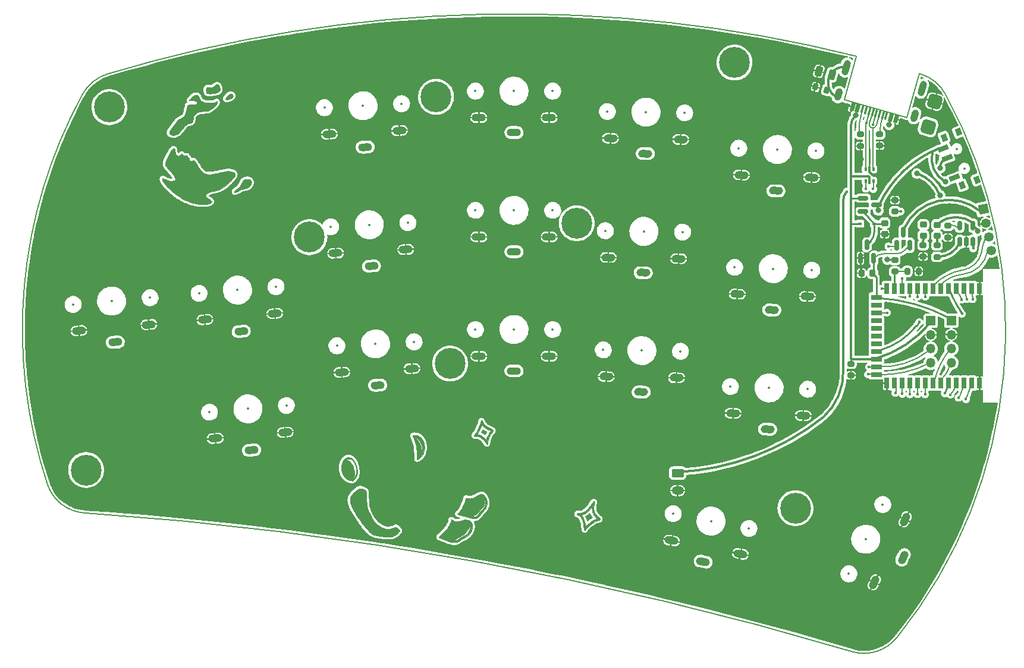
<source format=gtl>
%TF.GenerationSoftware,KiCad,Pcbnew,6.0.4-6f826c9f35~116~ubuntu20.04.1*%
%TF.CreationDate,2022-04-29T22:26:57+02:00*%
%TF.ProjectId,Wubbo,57756262-6f2e-46b6-9963-61645f706362,v0.1*%
%TF.SameCoordinates,Original*%
%TF.FileFunction,Copper,L1,Top*%
%TF.FilePolarity,Positive*%
%FSLAX46Y46*%
G04 Gerber Fmt 4.6, Leading zero omitted, Abs format (unit mm)*
G04 Created by KiCad (PCBNEW 6.0.4-6f826c9f35~116~ubuntu20.04.1) date 2022-04-29 22:26:57*
%MOMM*%
%LPD*%
G01*
G04 APERTURE LIST*
G04 Aperture macros list*
%AMRoundRect*
0 Rectangle with rounded corners*
0 $1 Rounding radius*
0 $2 $3 $4 $5 $6 $7 $8 $9 X,Y pos of 4 corners*
0 Add a 4 corners polygon primitive as box body*
4,1,4,$2,$3,$4,$5,$6,$7,$8,$9,$2,$3,0*
0 Add four circle primitives for the rounded corners*
1,1,$1+$1,$2,$3*
1,1,$1+$1,$4,$5*
1,1,$1+$1,$6,$7*
1,1,$1+$1,$8,$9*
0 Add four rect primitives between the rounded corners*
20,1,$1+$1,$2,$3,$4,$5,0*
20,1,$1+$1,$4,$5,$6,$7,0*
20,1,$1+$1,$6,$7,$8,$9,0*
20,1,$1+$1,$8,$9,$2,$3,0*%
%AMHorizOval*
0 Thick line with rounded ends*
0 $1 width*
0 $2 $3 position (X,Y) of the first rounded end (center of the circle)*
0 $4 $5 position (X,Y) of the second rounded end (center of the circle)*
0 Add line between two ends*
20,1,$1,$2,$3,$4,$5,0*
0 Add two circle primitives to create the rounded ends*
1,1,$1,$2,$3*
1,1,$1,$4,$5*%
%AMRotRect*
0 Rectangle, with rotation*
0 The origin of the aperture is its center*
0 $1 length*
0 $2 width*
0 $3 Rotation angle, in degrees counterclockwise*
0 Add horizontal line*
21,1,$1,$2,0,0,$3*%
G04 Aperture macros list end*
%TA.AperFunction,Profile*%
%ADD10C,0.150000*%
%TD*%
%TA.AperFunction,EtchedComponent*%
%ADD11C,0.010000*%
%TD*%
%TA.AperFunction,SMDPad,CuDef*%
%ADD12RoundRect,0.200000X0.275000X-0.200000X0.275000X0.200000X-0.275000X0.200000X-0.275000X-0.200000X0*%
%TD*%
%TA.AperFunction,ComponentPad*%
%ADD13HorizOval,1.100000X-0.449383X-0.023551X0.449383X0.023551X0*%
%TD*%
%TA.AperFunction,ComponentPad*%
%ADD14O,2.000000X1.100000*%
%TD*%
%TA.AperFunction,SMDPad,CuDef*%
%ADD15RoundRect,0.225000X-0.250000X0.225000X-0.250000X-0.225000X0.250000X-0.225000X0.250000X0.225000X0*%
%TD*%
%TA.AperFunction,SMDPad,CuDef*%
%ADD16R,0.375000X0.500000*%
%TD*%
%TA.AperFunction,SMDPad,CuDef*%
%ADD17R,0.300000X0.650000*%
%TD*%
%TA.AperFunction,ComponentPad*%
%ADD18RoundRect,0.218750X0.256250X-0.218750X0.256250X0.218750X-0.256250X0.218750X-0.256250X-0.218750X0*%
%TD*%
%TA.AperFunction,ComponentPad*%
%ADD19R,1.350000X1.350000*%
%TD*%
%TA.AperFunction,ComponentPad*%
%ADD20O,1.350000X1.350000*%
%TD*%
%TA.AperFunction,SMDPad,CuDef*%
%ADD21RoundRect,0.150000X0.150000X-0.587500X0.150000X0.587500X-0.150000X0.587500X-0.150000X-0.587500X0*%
%TD*%
%TA.AperFunction,SMDPad,CuDef*%
%ADD22RoundRect,0.200000X-0.275000X0.200000X-0.275000X-0.200000X0.275000X-0.200000X0.275000X0.200000X0*%
%TD*%
%TA.AperFunction,ComponentPad*%
%ADD23HorizOval,1.100000X-0.197267X-0.404457X0.197267X0.404457X0*%
%TD*%
%TA.AperFunction,ComponentPad*%
%ADD24RoundRect,0.250000X-0.625000X0.350000X-0.625000X-0.350000X0.625000X-0.350000X0.625000X0.350000X0*%
%TD*%
%TA.AperFunction,ComponentPad*%
%ADD25O,1.750000X1.200000*%
%TD*%
%TA.AperFunction,ComponentPad*%
%ADD26HorizOval,1.100000X-0.449931X0.007854X0.449931X-0.007854X0*%
%TD*%
%TA.AperFunction,SMDPad,CuDef*%
%ADD27R,0.600000X0.450000*%
%TD*%
%TA.AperFunction,SMDPad,CuDef*%
%ADD28RoundRect,0.225000X0.225000X0.250000X-0.225000X0.250000X-0.225000X-0.250000X0.225000X-0.250000X0*%
%TD*%
%TA.AperFunction,SMDPad,CuDef*%
%ADD29R,0.700000X1.524000*%
%TD*%
%TA.AperFunction,SMDPad,CuDef*%
%ADD30R,1.524000X0.700000*%
%TD*%
%TA.AperFunction,ComponentPad*%
%ADD31C,0.700000*%
%TD*%
%TA.AperFunction,ComponentPad*%
%ADD32C,4.400000*%
%TD*%
%TA.AperFunction,ComponentPad*%
%ADD33HorizOval,1.100000X-0.448288X-0.039220X0.448288X0.039220X0*%
%TD*%
%TA.AperFunction,ComponentPad*%
%ADD34RoundRect,0.500000X0.612372X0.353553X-0.353553X0.612372X-0.612372X-0.353553X0.353553X-0.612372X0*%
%TD*%
%TA.AperFunction,SMDPad,CuDef*%
%ADD35RoundRect,0.200000X-0.200000X-0.275000X0.200000X-0.275000X0.200000X0.275000X-0.200000X0.275000X0*%
%TD*%
%TA.AperFunction,SMDPad,CuDef*%
%ADD36RotRect,1.000000X0.800000X111.000000*%
%TD*%
%TA.AperFunction,SMDPad,CuDef*%
%ADD37RotRect,0.700000X1.500000X111.000000*%
%TD*%
%TA.AperFunction,ComponentPad*%
%ADD38HorizOval,1.100000X-0.449726X0.015705X0.449726X-0.015705X0*%
%TD*%
%TA.AperFunction,SMDPad,CuDef*%
%ADD39RoundRect,0.150000X-0.587500X-0.150000X0.587500X-0.150000X0.587500X0.150000X-0.587500X0.150000X0*%
%TD*%
%TA.AperFunction,SMDPad,CuDef*%
%ADD40RotRect,0.600000X1.150000X344.500000*%
%TD*%
%TA.AperFunction,SMDPad,CuDef*%
%ADD41RotRect,0.300000X1.150000X344.500000*%
%TD*%
%TA.AperFunction,ComponentPad*%
%ADD42HorizOval,1.000000X-0.160343X-0.578178X0.160343X0.578178X0*%
%TD*%
%TA.AperFunction,ComponentPad*%
%ADD43HorizOval,1.000000X-0.106895X-0.385452X0.106895X0.385452X0*%
%TD*%
%TA.AperFunction,ComponentPad*%
%ADD44RotRect,1.350000X1.350000X11.000000*%
%TD*%
%TA.AperFunction,ComponentPad*%
%ADD45HorizOval,1.350000X0.000000X0.000000X0.000000X0.000000X0*%
%TD*%
%TA.AperFunction,SMDPad,CuDef*%
%ADD46RoundRect,0.150000X0.150000X-0.512500X0.150000X0.512500X-0.150000X0.512500X-0.150000X-0.512500X0*%
%TD*%
%TA.AperFunction,ComponentPad*%
%ADD47HorizOval,1.100000X-0.441732X0.085864X0.441732X-0.085864X0*%
%TD*%
%TA.AperFunction,SMDPad,CuDef*%
%ADD48RoundRect,0.200000X-0.266217X-0.211551X0.119236X-0.318446X0.266217X0.211551X-0.119236X0.318446X0*%
%TD*%
%TA.AperFunction,SMDPad,CuDef*%
%ADD49RoundRect,0.250000X-0.367846X-0.390915X0.113969X-0.524534X0.367846X0.390915X-0.113969X0.524534X0*%
%TD*%
%TA.AperFunction,ViaPad*%
%ADD50C,0.800000*%
%TD*%
%TA.AperFunction,ViaPad*%
%ADD51C,0.400000*%
%TD*%
%TA.AperFunction,Conductor*%
%ADD52C,0.300000*%
%TD*%
%TA.AperFunction,Conductor*%
%ADD53C,0.200000*%
%TD*%
%TA.AperFunction,Conductor*%
%ADD54C,0.250000*%
%TD*%
%TA.AperFunction,Conductor*%
%ADD55C,0.130000*%
%TD*%
%TA.AperFunction,Conductor*%
%ADD56C,0.127000*%
%TD*%
%TA.AperFunction,Conductor*%
%ADD57C,0.150000*%
%TD*%
%ADD58C,0.350000*%
%ADD59C,0.200000*%
%ADD60HorizOval,0.635000X-0.317065X-0.016617X0.317065X0.016617X0*%
%ADD61O,1.270000X0.635000*%
%ADD62HorizOval,0.635000X-0.139183X-0.285367X0.139183X0.285367X0*%
%ADD63HorizOval,0.635000X-0.317452X0.005541X0.317452X-0.005541X0*%
%ADD64HorizOval,0.635000X-0.316292X-0.027672X0.316292X0.027672X0*%
%ADD65C,0.300000*%
%ADD66HorizOval,0.635000X-0.317307X0.011081X0.317307X-0.011081X0*%
%ADD67HorizOval,0.600000X-0.160343X-0.578178X0.160343X0.578178X0*%
%ADD68HorizOval,0.600000X-0.106895X-0.385452X0.106895X0.385452X0*%
%ADD69HorizOval,0.635000X-0.311667X0.060582X0.311667X-0.060582X0*%
G04 APERTURE END LIST*
D10*
X104544530Y51844171D02*
G75*
G03*
X-2083172Y49308466I-48731160J-193972341D01*
G01*
X-5611244Y46442888D02*
G75*
G03*
X-10622661Y-9179340I61424614J-33571068D01*
G01*
X104544530Y51844172D02*
X102813372Y45601818D01*
X110309220Y-31062252D02*
G75*
G03*
X117237987Y46442886I-54495848J43934070D01*
G01*
X111755862Y43121846D02*
X113489973Y49374846D01*
X117237963Y46442874D02*
G75*
G03*
X113709916Y49308466I-5264963J-2877474D01*
G01*
X-2083173Y49308466D02*
G75*
G03*
X-5611244Y46442886I1736897J-5743100D01*
G01*
X103920858Y-33045467D02*
G75*
G03*
X-5334370Y-13275473I-143107476J-479082651D01*
G01*
X102813372Y45601818D02*
X111755862Y43121846D01*
X113709916Y49308466D02*
G75*
G03*
X113489972Y49374846I-59168016J-195650166D01*
G01*
X103920840Y-33045522D02*
G75*
G03*
X110309219Y-31062252I1717260J5749022D01*
G01*
X-10622661Y-9179341D02*
G75*
G03*
X-5334370Y-13275474I5694518J1890101D01*
G01*
%TO.C,*%
G36*
X-2537277Y-1956427D02*
G01*
X-2789338Y-1757332D01*
X-3021798Y-1573791D01*
X-3084661Y-1524173D01*
X-4149545Y-683714D01*
X-4589749Y4347841D01*
X-4599110Y4454839D01*
X-3366755Y4454839D01*
X-3025605Y564518D01*
X-2330756Y20565D01*
X-2494129Y1949911D01*
X-2558725Y2712736D01*
X-2567964Y2821845D01*
X-1311610Y2821845D01*
X-972754Y-1051295D01*
X3139040Y-691560D01*
X2797753Y3209372D01*
X1188064Y3068543D01*
X917522Y3044683D01*
X649081Y3020648D01*
X387275Y2996863D01*
X136644Y2973758D01*
X-98275Y2951760D01*
X-312948Y2931297D01*
X-502835Y2912798D01*
X-663401Y2896690D01*
X-790109Y2883399D01*
X-866617Y2874779D01*
X-1311610Y2821845D01*
X-2567964Y2821845D01*
X-2657503Y3879257D01*
X-589665Y4065585D01*
X1478173Y4251914D01*
X1122540Y4534201D01*
X766909Y4816489D01*
X-3366755Y4454839D01*
X-4599110Y4454839D01*
X-4691213Y5507578D01*
X1868923Y6081516D01*
X2431563Y5636735D01*
X2654780Y5460290D01*
X2862925Y5295787D01*
X3060719Y5139501D01*
X3252885Y4987702D01*
X3444143Y4836667D01*
X3639215Y4682666D01*
X3842822Y4521971D01*
X4059686Y4350855D01*
X4294528Y4165592D01*
X4552071Y3962456D01*
X4837034Y3737716D01*
X4908295Y3681518D01*
X5974651Y2840576D01*
X6516213Y-3349501D01*
X3231970Y-3635918D01*
X-52273Y-3922334D01*
X-1036024Y-3143482D01*
X-1247167Y-2976368D01*
X-1484000Y-2789007D01*
X-1738976Y-2587365D01*
X-2004547Y-2377410D01*
X-2103069Y-2299543D01*
X-2273164Y-2165108D01*
X-2373479Y-2085847D01*
X339491Y-2085847D01*
X1048239Y-2658217D01*
X5170668Y-2298607D01*
X4829909Y1596294D01*
X4475884Y1878468D01*
X4121861Y2160643D01*
X4461654Y-1723212D01*
X2400572Y-1904530D01*
X339491Y-2085847D01*
X-2373479Y-2085847D01*
X-2537277Y-1956427D01*
G37*
D11*
X-2537277Y-1956427D02*
X-2789338Y-1757332D01*
X-3021798Y-1573791D01*
X-3084661Y-1524173D01*
X-4149545Y-683714D01*
X-4589749Y4347841D01*
X-4599110Y4454839D01*
X-3366755Y4454839D01*
X-3025605Y564518D01*
X-2330756Y20565D01*
X-2494129Y1949911D01*
X-2558725Y2712736D01*
X-2567964Y2821845D01*
X-1311610Y2821845D01*
X-972754Y-1051295D01*
X3139040Y-691560D01*
X2797753Y3209372D01*
X1188064Y3068543D01*
X917522Y3044683D01*
X649081Y3020648D01*
X387275Y2996863D01*
X136644Y2973758D01*
X-98275Y2951760D01*
X-312948Y2931297D01*
X-502835Y2912798D01*
X-663401Y2896690D01*
X-790109Y2883399D01*
X-866617Y2874779D01*
X-1311610Y2821845D01*
X-2567964Y2821845D01*
X-2657503Y3879257D01*
X-589665Y4065585D01*
X1478173Y4251914D01*
X1122540Y4534201D01*
X766909Y4816489D01*
X-3366755Y4454839D01*
X-4599110Y4454839D01*
X-4691213Y5507578D01*
X1868923Y6081516D01*
X2431563Y5636735D01*
X2654780Y5460290D01*
X2862925Y5295787D01*
X3060719Y5139501D01*
X3252885Y4987702D01*
X3444143Y4836667D01*
X3639215Y4682666D01*
X3842822Y4521971D01*
X4059686Y4350855D01*
X4294528Y4165592D01*
X4552071Y3962456D01*
X4837034Y3737716D01*
X4908295Y3681518D01*
X5974651Y2840576D01*
X6516213Y-3349501D01*
X3231970Y-3635918D01*
X-52273Y-3922334D01*
X-1036024Y-3143482D01*
X-1247167Y-2976368D01*
X-1484000Y-2789007D01*
X-1738976Y-2587365D01*
X-2004547Y-2377410D01*
X-2103069Y-2299543D01*
X-2273164Y-2165108D01*
X-2373479Y-2085847D01*
X339491Y-2085847D01*
X1048239Y-2658217D01*
X5170668Y-2298607D01*
X4829909Y1596294D01*
X4475884Y1878468D01*
X4121861Y2160643D01*
X4461654Y-1723212D01*
X2400572Y-1904530D01*
X339491Y-2085847D01*
X-2373479Y-2085847D01*
X-2537277Y-1956427D01*
%TO.C,Ref\u002A\u002A*%
G36*
X18024419Y34315156D02*
G01*
X18128261Y34283838D01*
X18128542Y34283710D01*
X18250945Y34213289D01*
X18335128Y34128774D01*
X18384226Y34025110D01*
X18401375Y33897242D01*
X18400396Y33845554D01*
X18379441Y33702260D01*
X18329337Y33567575D01*
X18246384Y33433942D01*
X18133844Y33301146D01*
X17997017Y33175800D01*
X17856531Y33088682D01*
X17704846Y33035865D01*
X17588792Y33017278D01*
X17484170Y33002985D01*
X17375104Y32978811D01*
X17255842Y32942699D01*
X17120628Y32892590D01*
X16963712Y32826426D01*
X16779338Y32742150D01*
X16657572Y32684169D01*
X16501251Y32609808D01*
X16377176Y32553085D01*
X16280140Y32511908D01*
X16204934Y32484184D01*
X16146352Y32467823D01*
X16101947Y32460946D01*
X15990709Y32451722D01*
X15990709Y32530450D01*
X16006756Y32617456D01*
X16057163Y32693034D01*
X16145326Y32761626D01*
X16184943Y32784380D01*
X16370402Y32894913D01*
X16528250Y33014027D01*
X16671498Y33151023D01*
X16818283Y33327126D01*
X16933511Y33514257D01*
X17015019Y33696270D01*
X17082701Y33859865D01*
X17147246Y33988117D01*
X17213768Y34087204D01*
X17287381Y34163305D01*
X17373197Y34222597D01*
X17476330Y34271259D01*
X17497839Y34279636D01*
X17618246Y34312454D01*
X17755452Y34329374D01*
X17895496Y34330305D01*
X18024419Y34315156D01*
G37*
X18024419Y34315156D02*
X18128261Y34283838D01*
X18128542Y34283710D01*
X18250945Y34213289D01*
X18335128Y34128774D01*
X18384226Y34025110D01*
X18401375Y33897242D01*
X18400396Y33845554D01*
X18379441Y33702260D01*
X18329337Y33567575D01*
X18246384Y33433942D01*
X18133844Y33301146D01*
X17997017Y33175800D01*
X17856531Y33088682D01*
X17704846Y33035865D01*
X17588792Y33017278D01*
X17484170Y33002985D01*
X17375104Y32978811D01*
X17255842Y32942699D01*
X17120628Y32892590D01*
X16963712Y32826426D01*
X16779338Y32742150D01*
X16657572Y32684169D01*
X16501251Y32609808D01*
X16377176Y32553085D01*
X16280140Y32511908D01*
X16204934Y32484184D01*
X16146352Y32467823D01*
X16101947Y32460946D01*
X15990709Y32451722D01*
X15990709Y32530450D01*
X16006756Y32617456D01*
X16057163Y32693034D01*
X16145326Y32761626D01*
X16184943Y32784380D01*
X16370402Y32894913D01*
X16528250Y33014027D01*
X16671498Y33151023D01*
X16818283Y33327126D01*
X16933511Y33514257D01*
X17015019Y33696270D01*
X17082701Y33859865D01*
X17147246Y33988117D01*
X17213768Y34087204D01*
X17287381Y34163305D01*
X17373197Y34222597D01*
X17476330Y34271259D01*
X17497839Y34279636D01*
X17618246Y34312454D01*
X17755452Y34329374D01*
X17895496Y34330305D01*
X18024419Y34315156D01*
G36*
X15576908Y46467346D02*
G01*
X15615660Y46452360D01*
X15708634Y46395340D01*
X15766587Y46319093D01*
X15792885Y46231062D01*
X15788821Y46143222D01*
X15755424Y46048425D01*
X15699515Y45961741D01*
X15648724Y45912487D01*
X15540091Y45843000D01*
X15411224Y45781763D01*
X15271232Y45731128D01*
X15129220Y45693450D01*
X14994296Y45671083D01*
X14875568Y45666380D01*
X14782142Y45681696D01*
X14771278Y45685701D01*
X14727133Y45717750D01*
X14714122Y45767096D01*
X14732866Y45835674D01*
X14783986Y45925417D01*
X14868101Y46038257D01*
X14894870Y46070918D01*
X15032219Y46225840D01*
X15156246Y46343183D01*
X15269841Y46424476D01*
X15375890Y46471249D01*
X15477283Y46485029D01*
X15576908Y46467346D01*
G37*
X15576908Y46467346D02*
X15615660Y46452360D01*
X15708634Y46395340D01*
X15766587Y46319093D01*
X15792885Y46231062D01*
X15788821Y46143222D01*
X15755424Y46048425D01*
X15699515Y45961741D01*
X15648724Y45912487D01*
X15540091Y45843000D01*
X15411224Y45781763D01*
X15271232Y45731128D01*
X15129220Y45693450D01*
X14994296Y45671083D01*
X14875568Y45666380D01*
X14782142Y45681696D01*
X14771278Y45685701D01*
X14727133Y45717750D01*
X14714122Y45767096D01*
X14732866Y45835674D01*
X14783986Y45925417D01*
X14868101Y46038257D01*
X14894870Y46070918D01*
X15032219Y46225840D01*
X15156246Y46343183D01*
X15269841Y46424476D01*
X15375890Y46471249D01*
X15477283Y46485029D01*
X15576908Y46467346D01*
G36*
X10639499Y46333424D02*
G01*
X10694255Y46311018D01*
X10727619Y46292359D01*
X10783620Y46254767D01*
X10830097Y46210094D01*
X10872182Y46150659D01*
X10915003Y46068781D01*
X10963690Y45956780D01*
X10982216Y45911158D01*
X11068305Y45728320D01*
X11168334Y45580013D01*
X11287808Y45461655D01*
X11432230Y45368660D01*
X11607106Y45296446D01*
X11776688Y45249616D01*
X11840539Y45239620D01*
X11938756Y45230169D01*
X12063374Y45221521D01*
X12206426Y45213935D01*
X12359946Y45207671D01*
X12515969Y45202987D01*
X12666528Y45200141D01*
X12803657Y45199394D01*
X12919391Y45201003D01*
X13005762Y45205229D01*
X13037112Y45208647D01*
X13131259Y45237818D01*
X13246314Y45300698D01*
X13287005Y45327497D01*
X13381978Y45388402D01*
X13450781Y45421809D01*
X13498869Y45428365D01*
X13531693Y45408717D01*
X13554709Y45363512D01*
X13556087Y45359425D01*
X13566939Y45261857D01*
X13539179Y45151396D01*
X13472626Y45027828D01*
X13367100Y44890939D01*
X13222419Y44740514D01*
X13038402Y44576339D01*
X12814867Y44398199D01*
X12625209Y44258197D01*
X12521398Y44184630D01*
X12436809Y44129177D01*
X12362300Y44088890D01*
X12288729Y44060822D01*
X12206953Y44042023D01*
X12107832Y44029548D01*
X11982224Y44020448D01*
X11868633Y44014246D01*
X11732687Y44006261D01*
X11598580Y43996772D01*
X11477326Y43986670D01*
X11379938Y43976849D01*
X11333341Y43970844D01*
X11054135Y43916725D01*
X10812679Y43844018D01*
X10609058Y43752764D01*
X10443359Y43643003D01*
X10315667Y43514776D01*
X10285993Y43474485D01*
X10237063Y43396472D01*
X10199551Y43318552D01*
X10170632Y43231288D01*
X10147482Y43125239D01*
X10127278Y42990968D01*
X10117537Y42911500D01*
X10094366Y42742008D01*
X10066037Y42609125D01*
X10028004Y42507131D01*
X9975721Y42430306D01*
X9904642Y42372929D01*
X9810220Y42329280D01*
X9687909Y42293640D01*
X9612929Y42276620D01*
X9385876Y42211216D01*
X9189800Y42118263D01*
X9022680Y41996735D01*
X8976175Y41952836D01*
X8921691Y41893934D01*
X8848816Y41809012D01*
X8764218Y41706168D01*
X8674566Y41593503D01*
X8590635Y41484547D01*
X8429197Y41278066D01*
X8282494Y41105911D01*
X8146467Y40964473D01*
X8017055Y40850146D01*
X7890200Y40759321D01*
X7761842Y40688393D01*
X7636628Y40636793D01*
X7489917Y40600824D01*
X7326553Y40586524D01*
X7166870Y40594975D01*
X7095088Y40607994D01*
X6967468Y40652264D01*
X6860324Y40717468D01*
X6780417Y40798040D01*
X6734509Y40888416D01*
X6729707Y40908725D01*
X6730377Y40985046D01*
X6752862Y41081170D01*
X6793060Y41183429D01*
X6835419Y41260792D01*
X6861802Y41299459D01*
X6909223Y41366035D01*
X6973342Y41454545D01*
X7049819Y41559015D01*
X7134314Y41673472D01*
X7177252Y41731290D01*
X7276526Y41864802D01*
X7381653Y42006373D01*
X7485157Y42145920D01*
X7579561Y42273363D01*
X7657389Y42378621D01*
X7668205Y42393274D01*
X7778345Y42536605D01*
X7876665Y42649716D01*
X7971096Y42739831D01*
X8069567Y42814171D01*
X8180010Y42879961D01*
X8232144Y42906916D01*
X8483225Y43048114D01*
X8694166Y43200838D01*
X8864797Y43364895D01*
X8994951Y43540091D01*
X9084459Y43726234D01*
X9133151Y43923129D01*
X9135739Y43943152D01*
X9154116Y44091916D01*
X9170481Y44207243D01*
X9186787Y44297840D01*
X9204985Y44372419D01*
X9227026Y44439689D01*
X9254862Y44508359D01*
X9270058Y44542611D01*
X9308864Y44632770D01*
X9330795Y44697704D01*
X9338822Y44749586D01*
X9335914Y44800586D01*
X9334843Y44808083D01*
X9321111Y44899656D01*
X9433285Y44911112D01*
X9491153Y44915518D01*
X9581989Y44920626D01*
X9696444Y44925992D01*
X9825167Y44931171D01*
X9937042Y44935037D01*
X10067592Y44940194D01*
X10188892Y44946830D01*
X10292424Y44954339D01*
X10369669Y44962113D01*
X10409200Y44968708D01*
X10481072Y44999913D01*
X10554996Y45051291D01*
X10618533Y45112134D01*
X10659244Y45171735D01*
X10665573Y45189401D01*
X10663006Y45261422D01*
X10622938Y45333453D01*
X10549993Y45401308D01*
X10448794Y45460801D01*
X10323965Y45507745D01*
X10309416Y45511847D01*
X10247989Y45523933D01*
X10155757Y45536273D01*
X10044216Y45547573D01*
X9924866Y45556536D01*
X9899233Y45558037D01*
X9790125Y45564985D01*
X9696443Y45572667D01*
X9626156Y45580297D01*
X9587236Y45587091D01*
X9582379Y45589238D01*
X9588049Y45609774D01*
X9619754Y45643585D01*
X9634625Y45655908D01*
X9675827Y45694703D01*
X9733516Y45757509D01*
X9798851Y45834416D01*
X9842352Y45888710D01*
X9985055Y46054614D01*
X10123856Y46180680D01*
X10261622Y46268859D01*
X10401218Y46321104D01*
X10501297Y46337317D01*
X10581609Y46340914D01*
X10639499Y46333424D01*
G37*
X10639499Y46333424D02*
X10694255Y46311018D01*
X10727619Y46292359D01*
X10783620Y46254767D01*
X10830097Y46210094D01*
X10872182Y46150659D01*
X10915003Y46068781D01*
X10963690Y45956780D01*
X10982216Y45911158D01*
X11068305Y45728320D01*
X11168334Y45580013D01*
X11287808Y45461655D01*
X11432230Y45368660D01*
X11607106Y45296446D01*
X11776688Y45249616D01*
X11840539Y45239620D01*
X11938756Y45230169D01*
X12063374Y45221521D01*
X12206426Y45213935D01*
X12359946Y45207671D01*
X12515969Y45202987D01*
X12666528Y45200141D01*
X12803657Y45199394D01*
X12919391Y45201003D01*
X13005762Y45205229D01*
X13037112Y45208647D01*
X13131259Y45237818D01*
X13246314Y45300698D01*
X13287005Y45327497D01*
X13381978Y45388402D01*
X13450781Y45421809D01*
X13498869Y45428365D01*
X13531693Y45408717D01*
X13554709Y45363512D01*
X13556087Y45359425D01*
X13566939Y45261857D01*
X13539179Y45151396D01*
X13472626Y45027828D01*
X13367100Y44890939D01*
X13222419Y44740514D01*
X13038402Y44576339D01*
X12814867Y44398199D01*
X12625209Y44258197D01*
X12521398Y44184630D01*
X12436809Y44129177D01*
X12362300Y44088890D01*
X12288729Y44060822D01*
X12206953Y44042023D01*
X12107832Y44029548D01*
X11982224Y44020448D01*
X11868633Y44014246D01*
X11732687Y44006261D01*
X11598580Y43996772D01*
X11477326Y43986670D01*
X11379938Y43976849D01*
X11333341Y43970844D01*
X11054135Y43916725D01*
X10812679Y43844018D01*
X10609058Y43752764D01*
X10443359Y43643003D01*
X10315667Y43514776D01*
X10285993Y43474485D01*
X10237063Y43396472D01*
X10199551Y43318552D01*
X10170632Y43231288D01*
X10147482Y43125239D01*
X10127278Y42990968D01*
X10117537Y42911500D01*
X10094366Y42742008D01*
X10066037Y42609125D01*
X10028004Y42507131D01*
X9975721Y42430306D01*
X9904642Y42372929D01*
X9810220Y42329280D01*
X9687909Y42293640D01*
X9612929Y42276620D01*
X9385876Y42211216D01*
X9189800Y42118263D01*
X9022680Y41996735D01*
X8976175Y41952836D01*
X8921691Y41893934D01*
X8848816Y41809012D01*
X8764218Y41706168D01*
X8674566Y41593503D01*
X8590635Y41484547D01*
X8429197Y41278066D01*
X8282494Y41105911D01*
X8146467Y40964473D01*
X8017055Y40850146D01*
X7890200Y40759321D01*
X7761842Y40688393D01*
X7636628Y40636793D01*
X7489917Y40600824D01*
X7326553Y40586524D01*
X7166870Y40594975D01*
X7095088Y40607994D01*
X6967468Y40652264D01*
X6860324Y40717468D01*
X6780417Y40798040D01*
X6734509Y40888416D01*
X6729707Y40908725D01*
X6730377Y40985046D01*
X6752862Y41081170D01*
X6793060Y41183429D01*
X6835419Y41260792D01*
X6861802Y41299459D01*
X6909223Y41366035D01*
X6973342Y41454545D01*
X7049819Y41559015D01*
X7134314Y41673472D01*
X7177252Y41731290D01*
X7276526Y41864802D01*
X7381653Y42006373D01*
X7485157Y42145920D01*
X7579561Y42273363D01*
X7657389Y42378621D01*
X7668205Y42393274D01*
X7778345Y42536605D01*
X7876665Y42649716D01*
X7971096Y42739831D01*
X8069567Y42814171D01*
X8180010Y42879961D01*
X8232144Y42906916D01*
X8483225Y43048114D01*
X8694166Y43200838D01*
X8864797Y43364895D01*
X8994951Y43540091D01*
X9084459Y43726234D01*
X9133151Y43923129D01*
X9135739Y43943152D01*
X9154116Y44091916D01*
X9170481Y44207243D01*
X9186787Y44297840D01*
X9204985Y44372419D01*
X9227026Y44439689D01*
X9254862Y44508359D01*
X9270058Y44542611D01*
X9308864Y44632770D01*
X9330795Y44697704D01*
X9338822Y44749586D01*
X9335914Y44800586D01*
X9334843Y44808083D01*
X9321111Y44899656D01*
X9433285Y44911112D01*
X9491153Y44915518D01*
X9581989Y44920626D01*
X9696444Y44925992D01*
X9825167Y44931171D01*
X9937042Y44935037D01*
X10067592Y44940194D01*
X10188892Y44946830D01*
X10292424Y44954339D01*
X10369669Y44962113D01*
X10409200Y44968708D01*
X10481072Y44999913D01*
X10554996Y45051291D01*
X10618533Y45112134D01*
X10659244Y45171735D01*
X10665573Y45189401D01*
X10663006Y45261422D01*
X10622938Y45333453D01*
X10549993Y45401308D01*
X10448794Y45460801D01*
X10323965Y45507745D01*
X10309416Y45511847D01*
X10247989Y45523933D01*
X10155757Y45536273D01*
X10044216Y45547573D01*
X9924866Y45556536D01*
X9899233Y45558037D01*
X9790125Y45564985D01*
X9696443Y45572667D01*
X9626156Y45580297D01*
X9587236Y45587091D01*
X9582379Y45589238D01*
X9588049Y45609774D01*
X9619754Y45643585D01*
X9634625Y45655908D01*
X9675827Y45694703D01*
X9733516Y45757509D01*
X9798851Y45834416D01*
X9842352Y45888710D01*
X9985055Y46054614D01*
X10123856Y46180680D01*
X10261622Y46268859D01*
X10401218Y46321104D01*
X10501297Y46337317D01*
X10581609Y46340914D01*
X10639499Y46333424D01*
G36*
X7379989Y38661824D02*
G01*
X7401827Y38655673D01*
X7440296Y38642272D01*
X7468803Y38625776D01*
X7489609Y38599785D01*
X7504977Y38557896D01*
X7517168Y38493710D01*
X7528444Y38400824D01*
X7541066Y38272838D01*
X7542528Y38257454D01*
X7570532Y38073716D01*
X7617162Y37925294D01*
X7684058Y37808729D01*
X7772858Y37720562D01*
X7808180Y37696533D01*
X7920964Y37644516D01*
X8030170Y37631504D01*
X8138659Y37658165D01*
X8249290Y37725166D01*
X8357021Y37824707D01*
X8411979Y37880159D01*
X8457500Y37920780D01*
X8484741Y37938762D01*
X8486510Y37939029D01*
X8510360Y37924652D01*
X8554634Y37886503D01*
X8611026Y37831904D01*
X8629448Y37813013D01*
X8705814Y37739471D01*
X8771395Y37691872D01*
X8839314Y37661222D01*
X8860862Y37654356D01*
X8928524Y37636723D01*
X8981496Y37632517D01*
X9040229Y37641877D01*
X9093457Y37655939D01*
X9163986Y37672592D01*
X9220620Y37680363D01*
X9245663Y37678805D01*
X9269304Y37651948D01*
X9287766Y37601343D01*
X9289342Y37593718D01*
X9322327Y37503012D01*
X9378933Y37434988D01*
X9450467Y37399324D01*
X9489706Y37386976D01*
X9508118Y37363991D01*
X9513478Y37317030D01*
X9513709Y37290814D01*
X9532767Y37176127D01*
X9585159Y37077980D01*
X9663713Y37000615D01*
X9761256Y36948271D01*
X9870616Y36925189D01*
X9984620Y36935610D01*
X10064042Y36965464D01*
X10125130Y36991942D01*
X10177010Y37006699D01*
X10188550Y37007797D01*
X10214027Y37001520D01*
X10244553Y36980611D01*
X10282464Y36941956D01*
X10330094Y36882440D01*
X10389777Y36798949D01*
X10463847Y36688367D01*
X10554640Y36547579D01*
X10664490Y36373472D01*
X10667071Y36369351D01*
X10837244Y36102520D01*
X10992148Y35871452D01*
X11134814Y35673735D01*
X11268270Y35506959D01*
X11395545Y35368709D01*
X11519668Y35256576D01*
X11643669Y35168147D01*
X11770575Y35101011D01*
X11903416Y35052755D01*
X12045221Y35020967D01*
X12199019Y35003236D01*
X12367838Y34997151D01*
X12390470Y34997089D01*
X12520148Y34999512D01*
X12653441Y35007160D01*
X12794982Y35020787D01*
X12949403Y35041143D01*
X13121336Y35068980D01*
X13315414Y35105051D01*
X13536270Y35150107D01*
X13788536Y35204899D01*
X14076843Y35270180D01*
X14085709Y35272219D01*
X14241383Y35307425D01*
X14392970Y35340590D01*
X14532643Y35370084D01*
X14652577Y35394281D01*
X14744947Y35411553D01*
X14791032Y35418929D01*
X15002410Y35438180D01*
X15214594Y35439916D01*
X15417905Y35424936D01*
X15602664Y35394037D01*
X15759195Y35348019D01*
X15786982Y35336764D01*
X15907138Y35269109D01*
X16002166Y35182758D01*
X16066740Y35084241D01*
X16095537Y34980086D01*
X16096542Y34957160D01*
X16080941Y34885381D01*
X16035562Y34788614D01*
X15962539Y34669684D01*
X15864005Y34531418D01*
X15742096Y34376641D01*
X15598945Y34208181D01*
X15436686Y34028864D01*
X15257455Y33841516D01*
X15242941Y33826767D01*
X14978117Y33571982D01*
X14720003Y33353601D01*
X14461922Y33167864D01*
X14197199Y33011015D01*
X13919158Y32879294D01*
X13621121Y32768944D01*
X13296413Y32676208D01*
X13128904Y32636799D01*
X12836424Y32566113D01*
X12585404Y32492399D01*
X12375053Y32415217D01*
X12204576Y32334130D01*
X12073181Y32248697D01*
X11980073Y32158480D01*
X11924462Y32063039D01*
X11905552Y31961936D01*
X11905542Y31959547D01*
X11918185Y31875161D01*
X11958184Y31794848D01*
X12028647Y31715410D01*
X12132680Y31633648D01*
X12273392Y31546364D01*
X12345530Y31506561D01*
X12507844Y31409739D01*
X12628066Y31316377D01*
X12706341Y31227037D01*
X12742811Y31142279D01*
X12737618Y31062665D01*
X12690907Y30988756D01*
X12602820Y30921114D01*
X12473499Y30860301D01*
X12303089Y30806876D01*
X12158938Y30774078D01*
X12074159Y30761738D01*
X11953081Y30750771D01*
X11801726Y30741579D01*
X11626115Y30734562D01*
X11524542Y30731846D01*
X11367310Y30728589D01*
X11243053Y30727135D01*
X11142429Y30728063D01*
X11056097Y30731950D01*
X10974717Y30739375D01*
X10888948Y30750917D01*
X10789448Y30767154D01*
X10699042Y30782964D01*
X10447667Y30830212D01*
X10226330Y30878277D01*
X10022797Y30930215D01*
X9824834Y30989082D01*
X9675197Y31038742D01*
X9205998Y31221615D01*
X8738666Y31445740D01*
X8275140Y31710038D01*
X7817359Y32013428D01*
X7493072Y32254946D01*
X7278625Y32429078D01*
X7064258Y32616126D01*
X6853572Y32812126D01*
X6650168Y33013117D01*
X6457646Y33215136D01*
X6279607Y33414222D01*
X6119653Y33606412D01*
X5981382Y33787744D01*
X5868397Y33954256D01*
X5784298Y34101986D01*
X5753605Y34169026D01*
X5718687Y34265437D01*
X5706380Y34334518D01*
X5716170Y34384399D01*
X5738077Y34414475D01*
X5762251Y34431660D01*
X5794040Y34438160D01*
X5838364Y34432412D01*
X5900139Y34412848D01*
X5984284Y34377904D01*
X6095717Y34326013D01*
X6239355Y34255610D01*
X6243459Y34253570D01*
X6398759Y34178499D01*
X6526546Y34122779D01*
X6635695Y34084126D01*
X6735080Y34060253D01*
X6833574Y34048876D01*
X6940052Y34047711D01*
X7026626Y34051911D01*
X7211834Y34072439D01*
X7358178Y34107997D01*
X7466677Y34159425D01*
X7538351Y34227565D01*
X7574221Y34313260D01*
X7575306Y34417349D01*
X7559064Y34491124D01*
X7525283Y34586212D01*
X7476780Y34686789D01*
X7411099Y34796179D01*
X7325784Y34917702D01*
X7218379Y35054681D01*
X7086428Y35210438D01*
X6927477Y35388295D01*
X6769734Y35558871D01*
X6622472Y35717425D01*
X6502219Y35849986D01*
X6405980Y35960425D01*
X6330759Y36052614D01*
X6273561Y36130423D01*
X6231389Y36197723D01*
X6201248Y36258386D01*
X6180143Y36316281D01*
X6177987Y36323532D01*
X6159940Y36408014D01*
X6156123Y36496526D01*
X6167374Y36598432D01*
X6194532Y36723101D01*
X6223154Y36827880D01*
X6265790Y36957367D01*
X6323478Y37105165D01*
X6393692Y37266784D01*
X6473906Y37437733D01*
X6561596Y37613523D01*
X6654235Y37789662D01*
X6749298Y37961662D01*
X6844259Y38125030D01*
X6936592Y38275278D01*
X7023771Y38407914D01*
X7103272Y38518449D01*
X7172568Y38602392D01*
X7229134Y38655253D01*
X7260100Y38671433D01*
X7312146Y38673150D01*
X7379989Y38661824D01*
G37*
X7379989Y38661824D02*
X7401827Y38655673D01*
X7440296Y38642272D01*
X7468803Y38625776D01*
X7489609Y38599785D01*
X7504977Y38557896D01*
X7517168Y38493710D01*
X7528444Y38400824D01*
X7541066Y38272838D01*
X7542528Y38257454D01*
X7570532Y38073716D01*
X7617162Y37925294D01*
X7684058Y37808729D01*
X7772858Y37720562D01*
X7808180Y37696533D01*
X7920964Y37644516D01*
X8030170Y37631504D01*
X8138659Y37658165D01*
X8249290Y37725166D01*
X8357021Y37824707D01*
X8411979Y37880159D01*
X8457500Y37920780D01*
X8484741Y37938762D01*
X8486510Y37939029D01*
X8510360Y37924652D01*
X8554634Y37886503D01*
X8611026Y37831904D01*
X8629448Y37813013D01*
X8705814Y37739471D01*
X8771395Y37691872D01*
X8839314Y37661222D01*
X8860862Y37654356D01*
X8928524Y37636723D01*
X8981496Y37632517D01*
X9040229Y37641877D01*
X9093457Y37655939D01*
X9163986Y37672592D01*
X9220620Y37680363D01*
X9245663Y37678805D01*
X9269304Y37651948D01*
X9287766Y37601343D01*
X9289342Y37593718D01*
X9322327Y37503012D01*
X9378933Y37434988D01*
X9450467Y37399324D01*
X9489706Y37386976D01*
X9508118Y37363991D01*
X9513478Y37317030D01*
X9513709Y37290814D01*
X9532767Y37176127D01*
X9585159Y37077980D01*
X9663713Y37000615D01*
X9761256Y36948271D01*
X9870616Y36925189D01*
X9984620Y36935610D01*
X10064042Y36965464D01*
X10125130Y36991942D01*
X10177010Y37006699D01*
X10188550Y37007797D01*
X10214027Y37001520D01*
X10244553Y36980611D01*
X10282464Y36941956D01*
X10330094Y36882440D01*
X10389777Y36798949D01*
X10463847Y36688367D01*
X10554640Y36547579D01*
X10664490Y36373472D01*
X10667071Y36369351D01*
X10837244Y36102520D01*
X10992148Y35871452D01*
X11134814Y35673735D01*
X11268270Y35506959D01*
X11395545Y35368709D01*
X11519668Y35256576D01*
X11643669Y35168147D01*
X11770575Y35101011D01*
X11903416Y35052755D01*
X12045221Y35020967D01*
X12199019Y35003236D01*
X12367838Y34997151D01*
X12390470Y34997089D01*
X12520148Y34999512D01*
X12653441Y35007160D01*
X12794982Y35020787D01*
X12949403Y35041143D01*
X13121336Y35068980D01*
X13315414Y35105051D01*
X13536270Y35150107D01*
X13788536Y35204899D01*
X14076843Y35270180D01*
X14085709Y35272219D01*
X14241383Y35307425D01*
X14392970Y35340590D01*
X14532643Y35370084D01*
X14652577Y35394281D01*
X14744947Y35411553D01*
X14791032Y35418929D01*
X15002410Y35438180D01*
X15214594Y35439916D01*
X15417905Y35424936D01*
X15602664Y35394037D01*
X15759195Y35348019D01*
X15786982Y35336764D01*
X15907138Y35269109D01*
X16002166Y35182758D01*
X16066740Y35084241D01*
X16095537Y34980086D01*
X16096542Y34957160D01*
X16080941Y34885381D01*
X16035562Y34788614D01*
X15962539Y34669684D01*
X15864005Y34531418D01*
X15742096Y34376641D01*
X15598945Y34208181D01*
X15436686Y34028864D01*
X15257455Y33841516D01*
X15242941Y33826767D01*
X14978117Y33571982D01*
X14720003Y33353601D01*
X14461922Y33167864D01*
X14197199Y33011015D01*
X13919158Y32879294D01*
X13621121Y32768944D01*
X13296413Y32676208D01*
X13128904Y32636799D01*
X12836424Y32566113D01*
X12585404Y32492399D01*
X12375053Y32415217D01*
X12204576Y32334130D01*
X12073181Y32248697D01*
X11980073Y32158480D01*
X11924462Y32063039D01*
X11905552Y31961936D01*
X11905542Y31959547D01*
X11918185Y31875161D01*
X11958184Y31794848D01*
X12028647Y31715410D01*
X12132680Y31633648D01*
X12273392Y31546364D01*
X12345530Y31506561D01*
X12507844Y31409739D01*
X12628066Y31316377D01*
X12706341Y31227037D01*
X12742811Y31142279D01*
X12737618Y31062665D01*
X12690907Y30988756D01*
X12602820Y30921114D01*
X12473499Y30860301D01*
X12303089Y30806876D01*
X12158938Y30774078D01*
X12074159Y30761738D01*
X11953081Y30750771D01*
X11801726Y30741579D01*
X11626115Y30734562D01*
X11524542Y30731846D01*
X11367310Y30728589D01*
X11243053Y30727135D01*
X11142429Y30728063D01*
X11056097Y30731950D01*
X10974717Y30739375D01*
X10888948Y30750917D01*
X10789448Y30767154D01*
X10699042Y30782964D01*
X10447667Y30830212D01*
X10226330Y30878277D01*
X10022797Y30930215D01*
X9824834Y30989082D01*
X9675197Y31038742D01*
X9205998Y31221615D01*
X8738666Y31445740D01*
X8275140Y31710038D01*
X7817359Y32013428D01*
X7493072Y32254946D01*
X7278625Y32429078D01*
X7064258Y32616126D01*
X6853572Y32812126D01*
X6650168Y33013117D01*
X6457646Y33215136D01*
X6279607Y33414222D01*
X6119653Y33606412D01*
X5981382Y33787744D01*
X5868397Y33954256D01*
X5784298Y34101986D01*
X5753605Y34169026D01*
X5718687Y34265437D01*
X5706380Y34334518D01*
X5716170Y34384399D01*
X5738077Y34414475D01*
X5762251Y34431660D01*
X5794040Y34438160D01*
X5838364Y34432412D01*
X5900139Y34412848D01*
X5984284Y34377904D01*
X6095717Y34326013D01*
X6239355Y34255610D01*
X6243459Y34253570D01*
X6398759Y34178499D01*
X6526546Y34122779D01*
X6635695Y34084126D01*
X6735080Y34060253D01*
X6833574Y34048876D01*
X6940052Y34047711D01*
X7026626Y34051911D01*
X7211834Y34072439D01*
X7358178Y34107997D01*
X7466677Y34159425D01*
X7538351Y34227565D01*
X7574221Y34313260D01*
X7575306Y34417349D01*
X7559064Y34491124D01*
X7525283Y34586212D01*
X7476780Y34686789D01*
X7411099Y34796179D01*
X7325784Y34917702D01*
X7218379Y35054681D01*
X7086428Y35210438D01*
X6927477Y35388295D01*
X6769734Y35558871D01*
X6622472Y35717425D01*
X6502219Y35849986D01*
X6405980Y35960425D01*
X6330759Y36052614D01*
X6273561Y36130423D01*
X6231389Y36197723D01*
X6201248Y36258386D01*
X6180143Y36316281D01*
X6177987Y36323532D01*
X6159940Y36408014D01*
X6156123Y36496526D01*
X6167374Y36598432D01*
X6194532Y36723101D01*
X6223154Y36827880D01*
X6265790Y36957367D01*
X6323478Y37105165D01*
X6393692Y37266784D01*
X6473906Y37437733D01*
X6561596Y37613523D01*
X6654235Y37789662D01*
X6749298Y37961662D01*
X6844259Y38125030D01*
X6936592Y38275278D01*
X7023771Y38407914D01*
X7103272Y38518449D01*
X7172568Y38602392D01*
X7229134Y38655253D01*
X7260100Y38671433D01*
X7312146Y38673150D01*
X7379989Y38661824D01*
G36*
X13663058Y47788544D02*
G01*
X13748115Y47727904D01*
X13752145Y47723760D01*
X13810300Y47644325D01*
X13865141Y47535805D01*
X13910859Y47411377D01*
X13938562Y47301100D01*
X13952985Y47143114D01*
X13931443Y47004205D01*
X13873486Y46883980D01*
X13778664Y46782048D01*
X13646525Y46698017D01*
X13476619Y46631496D01*
X13268495Y46582093D01*
X13080292Y46555295D01*
X12923126Y46540447D01*
X12763683Y46529519D01*
X12609125Y46522630D01*
X12466613Y46519897D01*
X12343311Y46521438D01*
X12246380Y46527372D01*
X12182983Y46537817D01*
X12175217Y46540360D01*
X12101567Y46572371D01*
X12049626Y46609219D01*
X12014450Y46659301D01*
X11991097Y46731017D01*
X11974626Y46832765D01*
X11967933Y46892602D01*
X11959293Y47062987D01*
X11971745Y47200580D01*
X12005036Y47303808D01*
X12042638Y47356847D01*
X12112037Y47397470D01*
X12217239Y47416878D01*
X12357375Y47415008D01*
X12527832Y47392459D01*
X12620928Y47377529D01*
X12692469Y47372667D01*
X12752736Y47381123D01*
X12812008Y47406149D01*
X12880566Y47450995D01*
X12968690Y47518913D01*
X12995626Y47540392D01*
X13164455Y47664277D01*
X13314696Y47750812D01*
X13447266Y47800220D01*
X13563081Y47812724D01*
X13663058Y47788544D01*
G37*
X13663058Y47788544D02*
X13748115Y47727904D01*
X13752145Y47723760D01*
X13810300Y47644325D01*
X13865141Y47535805D01*
X13910859Y47411377D01*
X13938562Y47301100D01*
X13952985Y47143114D01*
X13931443Y47004205D01*
X13873486Y46883980D01*
X13778664Y46782048D01*
X13646525Y46698017D01*
X13476619Y46631496D01*
X13268495Y46582093D01*
X13080292Y46555295D01*
X12923126Y46540447D01*
X12763683Y46529519D01*
X12609125Y46522630D01*
X12466613Y46519897D01*
X12343311Y46521438D01*
X12246380Y46527372D01*
X12182983Y46537817D01*
X12175217Y46540360D01*
X12101567Y46572371D01*
X12049626Y46609219D01*
X12014450Y46659301D01*
X11991097Y46731017D01*
X11974626Y46832765D01*
X11967933Y46892602D01*
X11959293Y47062987D01*
X11971745Y47200580D01*
X12005036Y47303808D01*
X12042638Y47356847D01*
X12112037Y47397470D01*
X12217239Y47416878D01*
X12357375Y47415008D01*
X12527832Y47392459D01*
X12620928Y47377529D01*
X12692469Y47372667D01*
X12752736Y47381123D01*
X12812008Y47406149D01*
X12880566Y47450995D01*
X12968690Y47518913D01*
X12995626Y47540392D01*
X13164455Y47664277D01*
X13314696Y47750812D01*
X13447266Y47800220D01*
X13563081Y47812724D01*
X13663058Y47788544D01*
G36*
X50402114Y-1822374D02*
G01*
X50501617Y-1658841D01*
X50602121Y-1474295D01*
X50700362Y-1275375D01*
X50793073Y-1068722D01*
X50876990Y-860975D01*
X50948848Y-658775D01*
X51005381Y-468762D01*
X51009622Y-452421D01*
X51052524Y-295164D01*
X51091516Y-179160D01*
X51128844Y-103781D01*
X51166755Y-68397D01*
X51207498Y-72380D01*
X51253320Y-115099D01*
X51306467Y-195926D01*
X51369188Y-314232D01*
X51385456Y-347193D01*
X51455790Y-483644D01*
X51525750Y-600400D01*
X51600467Y-701910D01*
X51685071Y-792621D01*
X51784692Y-876981D01*
X51904460Y-959437D01*
X52049505Y-1044439D01*
X52224957Y-1136432D01*
X52388899Y-1217200D01*
X52524530Y-1283649D01*
X52626763Y-1336055D01*
X52700874Y-1377584D01*
X52752143Y-1411402D01*
X52785849Y-1440675D01*
X52806861Y-1467897D01*
X52834363Y-1518999D01*
X52848443Y-1556878D01*
X52848920Y-1561289D01*
X52836110Y-1587277D01*
X52801643Y-1636864D01*
X52751579Y-1701650D01*
X52719251Y-1741122D01*
X52518189Y-2006415D01*
X52357242Y-2274440D01*
X52234244Y-2549981D01*
X52147027Y-2837821D01*
X52096945Y-3114337D01*
X52074074Y-3264087D01*
X52049224Y-3372761D01*
X52022001Y-3441585D01*
X51992015Y-3471787D01*
X51982302Y-3473500D01*
X51955350Y-3460941D01*
X51911551Y-3429637D01*
X51897161Y-3417891D01*
X51858855Y-3378706D01*
X51804141Y-3313761D01*
X51740474Y-3232262D01*
X51678578Y-3148016D01*
X51507516Y-2925687D01*
X51334908Y-2736247D01*
X51162601Y-2580800D01*
X50992441Y-2460450D01*
X50826273Y-2376303D01*
X50665944Y-2329462D01*
X50513300Y-2321034D01*
X50370186Y-2352121D01*
X50357076Y-2357201D01*
X50266692Y-2379442D01*
X50194018Y-2364439D01*
X50135042Y-2311281D01*
X50131219Y-2305959D01*
X50105398Y-2258140D01*
X50102872Y-2213411D01*
X50126571Y-2163574D01*
X50179425Y-2100429D01*
X50219174Y-2059841D01*
X50225735Y-2052241D01*
X50571672Y-2052241D01*
X50598219Y-2066789D01*
X50651347Y-2081023D01*
X50679345Y-2085966D01*
X50899542Y-2139473D01*
X51116228Y-2231530D01*
X51323576Y-2358416D01*
X51515759Y-2516411D01*
X51686951Y-2701794D01*
X51728819Y-2756063D01*
X51778504Y-2821385D01*
X51818093Y-2870251D01*
X51841522Y-2895311D01*
X51845108Y-2896947D01*
X51854005Y-2875320D01*
X51873040Y-2821707D01*
X51899335Y-2744406D01*
X51927264Y-2660111D01*
X52006981Y-2446968D01*
X52108914Y-2220965D01*
X52224928Y-1998751D01*
X52346885Y-1796976D01*
X52355248Y-1784327D01*
X52411566Y-1696603D01*
X52444839Y-1636052D01*
X52457961Y-1596390D01*
X52453824Y-1571332D01*
X52453519Y-1570829D01*
X52428702Y-1550655D01*
X52372406Y-1515084D01*
X52290947Y-1467784D01*
X52190643Y-1412424D01*
X52078149Y-1352848D01*
X51908311Y-1262745D01*
X51771393Y-1185020D01*
X51661426Y-1115319D01*
X51572443Y-1049288D01*
X51498478Y-982573D01*
X51433562Y-910820D01*
X51383528Y-846033D01*
X51332954Y-780492D01*
X51290038Y-731745D01*
X51261647Y-707329D01*
X51255980Y-706034D01*
X51241013Y-727281D01*
X51214699Y-780495D01*
X51180557Y-858003D01*
X51142106Y-952135D01*
X51136147Y-967309D01*
X50995939Y-1288187D01*
X50825551Y-1607998D01*
X50690540Y-1828855D01*
X50639696Y-1911263D01*
X50600248Y-1981273D01*
X50576360Y-2031064D01*
X50571672Y-2052241D01*
X50225735Y-2052241D01*
X50306878Y-1958254D01*
X50402114Y-1822374D01*
G37*
X50402114Y-1822374D02*
X50501617Y-1658841D01*
X50602121Y-1474295D01*
X50700362Y-1275375D01*
X50793073Y-1068722D01*
X50876990Y-860975D01*
X50948848Y-658775D01*
X51005381Y-468762D01*
X51009622Y-452421D01*
X51052524Y-295164D01*
X51091516Y-179160D01*
X51128844Y-103781D01*
X51166755Y-68397D01*
X51207498Y-72380D01*
X51253320Y-115099D01*
X51306467Y-195926D01*
X51369188Y-314232D01*
X51385456Y-347193D01*
X51455790Y-483644D01*
X51525750Y-600400D01*
X51600467Y-701910D01*
X51685071Y-792621D01*
X51784692Y-876981D01*
X51904460Y-959437D01*
X52049505Y-1044439D01*
X52224957Y-1136432D01*
X52388899Y-1217200D01*
X52524530Y-1283649D01*
X52626763Y-1336055D01*
X52700874Y-1377584D01*
X52752143Y-1411402D01*
X52785849Y-1440675D01*
X52806861Y-1467897D01*
X52834363Y-1518999D01*
X52848443Y-1556878D01*
X52848920Y-1561289D01*
X52836110Y-1587277D01*
X52801643Y-1636864D01*
X52751579Y-1701650D01*
X52719251Y-1741122D01*
X52518189Y-2006415D01*
X52357242Y-2274440D01*
X52234244Y-2549981D01*
X52147027Y-2837821D01*
X52096945Y-3114337D01*
X52074074Y-3264087D01*
X52049224Y-3372761D01*
X52022001Y-3441585D01*
X51992015Y-3471787D01*
X51982302Y-3473500D01*
X51955350Y-3460941D01*
X51911551Y-3429637D01*
X51897161Y-3417891D01*
X51858855Y-3378706D01*
X51804141Y-3313761D01*
X51740474Y-3232262D01*
X51678578Y-3148016D01*
X51507516Y-2925687D01*
X51334908Y-2736247D01*
X51162601Y-2580800D01*
X50992441Y-2460450D01*
X50826273Y-2376303D01*
X50665944Y-2329462D01*
X50513300Y-2321034D01*
X50370186Y-2352121D01*
X50357076Y-2357201D01*
X50266692Y-2379442D01*
X50194018Y-2364439D01*
X50135042Y-2311281D01*
X50131219Y-2305959D01*
X50105398Y-2258140D01*
X50102872Y-2213411D01*
X50126571Y-2163574D01*
X50179425Y-2100429D01*
X50219174Y-2059841D01*
X50225735Y-2052241D01*
X50571672Y-2052241D01*
X50598219Y-2066789D01*
X50651347Y-2081023D01*
X50679345Y-2085966D01*
X50899542Y-2139473D01*
X51116228Y-2231530D01*
X51323576Y-2358416D01*
X51515759Y-2516411D01*
X51686951Y-2701794D01*
X51728819Y-2756063D01*
X51778504Y-2821385D01*
X51818093Y-2870251D01*
X51841522Y-2895311D01*
X51845108Y-2896947D01*
X51854005Y-2875320D01*
X51873040Y-2821707D01*
X51899335Y-2744406D01*
X51927264Y-2660111D01*
X52006981Y-2446968D01*
X52108914Y-2220965D01*
X52224928Y-1998751D01*
X52346885Y-1796976D01*
X52355248Y-1784327D01*
X52411566Y-1696603D01*
X52444839Y-1636052D01*
X52457961Y-1596390D01*
X52453824Y-1571332D01*
X52453519Y-1570829D01*
X52428702Y-1550655D01*
X52372406Y-1515084D01*
X52290947Y-1467784D01*
X52190643Y-1412424D01*
X52078149Y-1352848D01*
X51908311Y-1262745D01*
X51771393Y-1185020D01*
X51661426Y-1115319D01*
X51572443Y-1049288D01*
X51498478Y-982573D01*
X51433562Y-910820D01*
X51383528Y-846033D01*
X51332954Y-780492D01*
X51290038Y-731745D01*
X51261647Y-707329D01*
X51255980Y-706034D01*
X51241013Y-727281D01*
X51214699Y-780495D01*
X51180557Y-858003D01*
X51142106Y-952135D01*
X51136147Y-967309D01*
X50995939Y-1288187D01*
X50825551Y-1607998D01*
X50690540Y-1828855D01*
X50639696Y-1911263D01*
X50600248Y-1981273D01*
X50576360Y-2031064D01*
X50571672Y-2052241D01*
X50225735Y-2052241D01*
X50306878Y-1958254D01*
X50402114Y-1822374D01*
G36*
X31795492Y-5488893D02*
G01*
X31904370Y-5414036D01*
X31915396Y-5408074D01*
X31977766Y-5377935D01*
X32033338Y-5359662D01*
X32096648Y-5350368D01*
X32182232Y-5347165D01*
X32223181Y-5346944D01*
X32318769Y-5348148D01*
X32388513Y-5354496D01*
X32448879Y-5369743D01*
X32516332Y-5397646D01*
X32579737Y-5428276D01*
X32750274Y-5531983D01*
X32902646Y-5666434D01*
X33038220Y-5833620D01*
X33158363Y-6035530D01*
X33264441Y-6274156D01*
X33357821Y-6551486D01*
X33362879Y-6568812D01*
X33413311Y-6775518D01*
X33449741Y-6994102D01*
X33471789Y-7215667D01*
X33479073Y-7431317D01*
X33471214Y-7632157D01*
X33447831Y-7809289D01*
X33420641Y-7918823D01*
X33363826Y-8060857D01*
X33283864Y-8209407D01*
X33188359Y-8353329D01*
X33084915Y-8481478D01*
X32981135Y-8582709D01*
X32952333Y-8605240D01*
X32869963Y-8660065D01*
X32807368Y-8686774D01*
X32755633Y-8688376D01*
X32730083Y-8680296D01*
X32685301Y-8669735D01*
X32616885Y-8662336D01*
X32571333Y-8660374D01*
X32411024Y-8638478D01*
X32241293Y-8579694D01*
X32067723Y-8486718D01*
X31895903Y-8362247D01*
X31823925Y-8299690D01*
X31652885Y-8115091D01*
X31509832Y-7902832D01*
X31395876Y-7667961D01*
X31312131Y-7415525D01*
X31259706Y-7150575D01*
X31239715Y-6878157D01*
X31253269Y-6603320D01*
X31301479Y-6331113D01*
X31352148Y-6157331D01*
X31390766Y-6053284D01*
X31434934Y-5948843D01*
X31477392Y-5860722D01*
X31493961Y-5830917D01*
X31579164Y-5708494D01*
X31590550Y-5695632D01*
X31915742Y-5695632D01*
X31953553Y-5711667D01*
X32031534Y-5717306D01*
X32031583Y-5717307D01*
X32152416Y-5738870D01*
X32272686Y-5798436D01*
X32390713Y-5891688D01*
X32504817Y-6014311D01*
X32613315Y-6161987D01*
X32714527Y-6330402D01*
X32806773Y-6515239D01*
X32888371Y-6712182D01*
X32957641Y-6916915D01*
X33012901Y-7125121D01*
X33052471Y-7332485D01*
X33074671Y-7534691D01*
X33077818Y-7727422D01*
X33060233Y-7906363D01*
X33020234Y-8067197D01*
X32982232Y-8158364D01*
X32953848Y-8216716D01*
X32935307Y-8257715D01*
X32931166Y-8269489D01*
X32944910Y-8278709D01*
X32985153Y-8257013D01*
X33050414Y-8205251D01*
X33064422Y-8193054D01*
X33126081Y-8133199D01*
X33180677Y-8070806D01*
X33205389Y-8036443D01*
X33281600Y-7876840D01*
X33333147Y-7689862D01*
X33361082Y-7481763D01*
X33366456Y-7258798D01*
X33350321Y-7027220D01*
X33313730Y-6793283D01*
X33257733Y-6563240D01*
X33183382Y-6343345D01*
X33091728Y-6139853D01*
X32983825Y-5959015D01*
X32860722Y-5807087D01*
X32824473Y-5771327D01*
X32719065Y-5685818D01*
X32608289Y-5625854D01*
X32477870Y-5584668D01*
X32395818Y-5568125D01*
X32244680Y-5552900D01*
X32113078Y-5561780D01*
X32007325Y-5593925D01*
X31955800Y-5626594D01*
X31916893Y-5667755D01*
X31915742Y-5695632D01*
X31590550Y-5695632D01*
X31683382Y-5590766D01*
X31795492Y-5488893D01*
G37*
X31795492Y-5488893D02*
X31904370Y-5414036D01*
X31915396Y-5408074D01*
X31977766Y-5377935D01*
X32033338Y-5359662D01*
X32096648Y-5350368D01*
X32182232Y-5347165D01*
X32223181Y-5346944D01*
X32318769Y-5348148D01*
X32388513Y-5354496D01*
X32448879Y-5369743D01*
X32516332Y-5397646D01*
X32579737Y-5428276D01*
X32750274Y-5531983D01*
X32902646Y-5666434D01*
X33038220Y-5833620D01*
X33158363Y-6035530D01*
X33264441Y-6274156D01*
X33357821Y-6551486D01*
X33362879Y-6568812D01*
X33413311Y-6775518D01*
X33449741Y-6994102D01*
X33471789Y-7215667D01*
X33479073Y-7431317D01*
X33471214Y-7632157D01*
X33447831Y-7809289D01*
X33420641Y-7918823D01*
X33363826Y-8060857D01*
X33283864Y-8209407D01*
X33188359Y-8353329D01*
X33084915Y-8481478D01*
X32981135Y-8582709D01*
X32952333Y-8605240D01*
X32869963Y-8660065D01*
X32807368Y-8686774D01*
X32755633Y-8688376D01*
X32730083Y-8680296D01*
X32685301Y-8669735D01*
X32616885Y-8662336D01*
X32571333Y-8660374D01*
X32411024Y-8638478D01*
X32241293Y-8579694D01*
X32067723Y-8486718D01*
X31895903Y-8362247D01*
X31823925Y-8299690D01*
X31652885Y-8115091D01*
X31509832Y-7902832D01*
X31395876Y-7667961D01*
X31312131Y-7415525D01*
X31259706Y-7150575D01*
X31239715Y-6878157D01*
X31253269Y-6603320D01*
X31301479Y-6331113D01*
X31352148Y-6157331D01*
X31390766Y-6053284D01*
X31434934Y-5948843D01*
X31477392Y-5860722D01*
X31493961Y-5830917D01*
X31579164Y-5708494D01*
X31590550Y-5695632D01*
X31915742Y-5695632D01*
X31953553Y-5711667D01*
X32031534Y-5717306D01*
X32031583Y-5717307D01*
X32152416Y-5738870D01*
X32272686Y-5798436D01*
X32390713Y-5891688D01*
X32504817Y-6014311D01*
X32613315Y-6161987D01*
X32714527Y-6330402D01*
X32806773Y-6515239D01*
X32888371Y-6712182D01*
X32957641Y-6916915D01*
X33012901Y-7125121D01*
X33052471Y-7332485D01*
X33074671Y-7534691D01*
X33077818Y-7727422D01*
X33060233Y-7906363D01*
X33020234Y-8067197D01*
X32982232Y-8158364D01*
X32953848Y-8216716D01*
X32935307Y-8257715D01*
X32931166Y-8269489D01*
X32944910Y-8278709D01*
X32985153Y-8257013D01*
X33050414Y-8205251D01*
X33064422Y-8193054D01*
X33126081Y-8133199D01*
X33180677Y-8070806D01*
X33205389Y-8036443D01*
X33281600Y-7876840D01*
X33333147Y-7689862D01*
X33361082Y-7481763D01*
X33366456Y-7258798D01*
X33350321Y-7027220D01*
X33313730Y-6793283D01*
X33257733Y-6563240D01*
X33183382Y-6343345D01*
X33091728Y-6139853D01*
X32983825Y-5959015D01*
X32860722Y-5807087D01*
X32824473Y-5771327D01*
X32719065Y-5685818D01*
X32608289Y-5625854D01*
X32477870Y-5584668D01*
X32395818Y-5568125D01*
X32244680Y-5552900D01*
X32113078Y-5561780D01*
X32007325Y-5593925D01*
X31955800Y-5626594D01*
X31916893Y-5667755D01*
X31915742Y-5695632D01*
X31590550Y-5695632D01*
X31683382Y-5590766D01*
X31795492Y-5488893D01*
G36*
X46096833Y-17152539D02*
G01*
X45952826Y-17095239D01*
X45799555Y-17036080D01*
X45649797Y-16979872D01*
X45516328Y-16931425D01*
X45431570Y-16902059D01*
X45327002Y-16864979D01*
X45234206Y-16828340D01*
X45162130Y-16795938D01*
X45119719Y-16771568D01*
X45115555Y-16767963D01*
X45090229Y-16729690D01*
X45092037Y-16688315D01*
X45123601Y-16639944D01*
X45187542Y-16580686D01*
X45286483Y-16506646D01*
X45296144Y-16499859D01*
X45464192Y-16369367D01*
X45642023Y-16208149D01*
X45824645Y-16022495D01*
X46007068Y-15818692D01*
X46184299Y-15603032D01*
X46351347Y-15381802D01*
X46503222Y-15161291D01*
X46634930Y-14947789D01*
X46741482Y-14747586D01*
X46807322Y-14595802D01*
X46838790Y-14502981D01*
X46853357Y-14428030D01*
X46854224Y-14351563D01*
X46852187Y-14324228D01*
X46841231Y-14200039D01*
X46914318Y-14211899D01*
X46967564Y-14230563D01*
X47038415Y-14268410D01*
X47112016Y-14317449D01*
X47115756Y-14320243D01*
X47217234Y-14388638D01*
X47315965Y-14435670D01*
X47422536Y-14464014D01*
X47547536Y-14476345D01*
X47701554Y-14475337D01*
X47725603Y-14474303D01*
X47807526Y-14469841D01*
X47880547Y-14463716D01*
X47951729Y-14454496D01*
X48028132Y-14440746D01*
X48116819Y-14421030D01*
X48224852Y-14393915D01*
X48359293Y-14357966D01*
X48527205Y-14311748D01*
X48531000Y-14310696D01*
X48761186Y-14263188D01*
X48977278Y-14251178D01*
X49176782Y-14273829D01*
X49357207Y-14330308D01*
X49516060Y-14419779D01*
X49650849Y-14541408D01*
X49759081Y-14694358D01*
X49777117Y-14728229D01*
X49843316Y-14902584D01*
X49878656Y-15098001D01*
X49883388Y-15306826D01*
X49857758Y-15521407D01*
X49802016Y-15734091D01*
X49739379Y-15890366D01*
X49606449Y-16124830D01*
X49437541Y-16337474D01*
X49233294Y-16527725D01*
X48994346Y-16695007D01*
X48721335Y-16838746D01*
X48650587Y-16869773D01*
X48516301Y-16927796D01*
X48408640Y-16978255D01*
X48315615Y-17028049D01*
X48225241Y-17084076D01*
X48125530Y-17153233D01*
X48009434Y-17238726D01*
X47898304Y-17321072D01*
X47811949Y-17381384D01*
X47741424Y-17423221D01*
X47677786Y-17450144D01*
X47612090Y-17465716D01*
X47535391Y-17473496D01*
X47438747Y-17477046D01*
X47409166Y-17477717D01*
X47295127Y-17478064D01*
X47180999Y-17474765D01*
X47082518Y-17468450D01*
X47031721Y-17462633D01*
X46910779Y-17438270D01*
X46763876Y-17397731D01*
X46588281Y-17340112D01*
X46381263Y-17264506D01*
X46228096Y-17204490D01*
X47345666Y-17204490D01*
X47364353Y-17223863D01*
X47413885Y-17231144D01*
X47484471Y-17226105D01*
X47562523Y-17209581D01*
X47609309Y-17188642D01*
X47680194Y-17147247D01*
X47766021Y-17091134D01*
X47857633Y-17026042D01*
X47869339Y-17017332D01*
X48014033Y-16912292D01*
X48142382Y-16827530D01*
X48268788Y-16754715D01*
X48407654Y-16685515D01*
X48562750Y-16616174D01*
X48765939Y-16522077D01*
X48933523Y-16428385D01*
X49071784Y-16329374D01*
X49187006Y-16219320D01*
X49285469Y-16092497D01*
X49373457Y-15943182D01*
X49430841Y-15825153D01*
X49518116Y-15612376D01*
X49580150Y-15414023D01*
X49616027Y-15234442D01*
X49624834Y-15077982D01*
X49610923Y-14968764D01*
X49591473Y-14905718D01*
X49571586Y-14868265D01*
X49555463Y-14860961D01*
X49547307Y-14888360D01*
X49547000Y-14899470D01*
X49538605Y-14970621D01*
X49515643Y-15069512D01*
X49481449Y-15185520D01*
X49439357Y-15308024D01*
X49392700Y-15426400D01*
X49356394Y-15506750D01*
X49211587Y-15757135D01*
X49028741Y-15990362D01*
X48809092Y-16205076D01*
X48553876Y-16399919D01*
X48525744Y-16418722D01*
X48454429Y-16463223D01*
X48356725Y-16520645D01*
X48243888Y-16584543D01*
X48127171Y-16648469D01*
X48089173Y-16668762D01*
X47974598Y-16730758D01*
X47861021Y-16794398D01*
X47759383Y-16853409D01*
X47680624Y-16901517D01*
X47660512Y-16914601D01*
X47571261Y-16978353D01*
X47488371Y-17045018D01*
X47418692Y-17108287D01*
X47369076Y-17161854D01*
X47346374Y-17199409D01*
X47345666Y-17204490D01*
X46228096Y-17204490D01*
X46140089Y-17170006D01*
X46096833Y-17152539D01*
G37*
X46096833Y-17152539D02*
X45952826Y-17095239D01*
X45799555Y-17036080D01*
X45649797Y-16979872D01*
X45516328Y-16931425D01*
X45431570Y-16902059D01*
X45327002Y-16864979D01*
X45234206Y-16828340D01*
X45162130Y-16795938D01*
X45119719Y-16771568D01*
X45115555Y-16767963D01*
X45090229Y-16729690D01*
X45092037Y-16688315D01*
X45123601Y-16639944D01*
X45187542Y-16580686D01*
X45286483Y-16506646D01*
X45296144Y-16499859D01*
X45464192Y-16369367D01*
X45642023Y-16208149D01*
X45824645Y-16022495D01*
X46007068Y-15818692D01*
X46184299Y-15603032D01*
X46351347Y-15381802D01*
X46503222Y-15161291D01*
X46634930Y-14947789D01*
X46741482Y-14747586D01*
X46807322Y-14595802D01*
X46838790Y-14502981D01*
X46853357Y-14428030D01*
X46854224Y-14351563D01*
X46852187Y-14324228D01*
X46841231Y-14200039D01*
X46914318Y-14211899D01*
X46967564Y-14230563D01*
X47038415Y-14268410D01*
X47112016Y-14317449D01*
X47115756Y-14320243D01*
X47217234Y-14388638D01*
X47315965Y-14435670D01*
X47422536Y-14464014D01*
X47547536Y-14476345D01*
X47701554Y-14475337D01*
X47725603Y-14474303D01*
X47807526Y-14469841D01*
X47880547Y-14463716D01*
X47951729Y-14454496D01*
X48028132Y-14440746D01*
X48116819Y-14421030D01*
X48224852Y-14393915D01*
X48359293Y-14357966D01*
X48527205Y-14311748D01*
X48531000Y-14310696D01*
X48761186Y-14263188D01*
X48977278Y-14251178D01*
X49176782Y-14273829D01*
X49357207Y-14330308D01*
X49516060Y-14419779D01*
X49650849Y-14541408D01*
X49759081Y-14694358D01*
X49777117Y-14728229D01*
X49843316Y-14902584D01*
X49878656Y-15098001D01*
X49883388Y-15306826D01*
X49857758Y-15521407D01*
X49802016Y-15734091D01*
X49739379Y-15890366D01*
X49606449Y-16124830D01*
X49437541Y-16337474D01*
X49233294Y-16527725D01*
X48994346Y-16695007D01*
X48721335Y-16838746D01*
X48650587Y-16869773D01*
X48516301Y-16927796D01*
X48408640Y-16978255D01*
X48315615Y-17028049D01*
X48225241Y-17084076D01*
X48125530Y-17153233D01*
X48009434Y-17238726D01*
X47898304Y-17321072D01*
X47811949Y-17381384D01*
X47741424Y-17423221D01*
X47677786Y-17450144D01*
X47612090Y-17465716D01*
X47535391Y-17473496D01*
X47438747Y-17477046D01*
X47409166Y-17477717D01*
X47295127Y-17478064D01*
X47180999Y-17474765D01*
X47082518Y-17468450D01*
X47031721Y-17462633D01*
X46910779Y-17438270D01*
X46763876Y-17397731D01*
X46588281Y-17340112D01*
X46381263Y-17264506D01*
X46228096Y-17204490D01*
X47345666Y-17204490D01*
X47364353Y-17223863D01*
X47413885Y-17231144D01*
X47484471Y-17226105D01*
X47562523Y-17209581D01*
X47609309Y-17188642D01*
X47680194Y-17147247D01*
X47766021Y-17091134D01*
X47857633Y-17026042D01*
X47869339Y-17017332D01*
X48014033Y-16912292D01*
X48142382Y-16827530D01*
X48268788Y-16754715D01*
X48407654Y-16685515D01*
X48562750Y-16616174D01*
X48765939Y-16522077D01*
X48933523Y-16428385D01*
X49071784Y-16329374D01*
X49187006Y-16219320D01*
X49285469Y-16092497D01*
X49373457Y-15943182D01*
X49430841Y-15825153D01*
X49518116Y-15612376D01*
X49580150Y-15414023D01*
X49616027Y-15234442D01*
X49624834Y-15077982D01*
X49610923Y-14968764D01*
X49591473Y-14905718D01*
X49571586Y-14868265D01*
X49555463Y-14860961D01*
X49547307Y-14888360D01*
X49547000Y-14899470D01*
X49538605Y-14970621D01*
X49515643Y-15069512D01*
X49481449Y-15185520D01*
X49439357Y-15308024D01*
X49392700Y-15426400D01*
X49356394Y-15506750D01*
X49211587Y-15757135D01*
X49028741Y-15990362D01*
X48809092Y-16205076D01*
X48553876Y-16399919D01*
X48525744Y-16418722D01*
X48454429Y-16463223D01*
X48356725Y-16520645D01*
X48243888Y-16584543D01*
X48127171Y-16648469D01*
X48089173Y-16668762D01*
X47974598Y-16730758D01*
X47861021Y-16794398D01*
X47759383Y-16853409D01*
X47680624Y-16901517D01*
X47660512Y-16914601D01*
X47571261Y-16978353D01*
X47488371Y-17045018D01*
X47418692Y-17108287D01*
X47369076Y-17161854D01*
X47346374Y-17199409D01*
X47345666Y-17204490D01*
X46228096Y-17204490D01*
X46140089Y-17170006D01*
X46096833Y-17152539D01*
G36*
X48562303Y-13677001D02*
G01*
X48353479Y-13629651D01*
X48207951Y-13601638D01*
X48066901Y-13571428D01*
X47949873Y-13534688D01*
X47859858Y-13493561D01*
X47799848Y-13450188D01*
X47772834Y-13406711D01*
X47781806Y-13365274D01*
X47827487Y-13329175D01*
X47898840Y-13276525D01*
X47981565Y-13188915D01*
X48073042Y-13071343D01*
X48170651Y-12928803D01*
X48271772Y-12766290D01*
X48373784Y-12588800D01*
X48474067Y-12401328D01*
X48570002Y-12208870D01*
X48658967Y-12016421D01*
X48738344Y-11828976D01*
X48805510Y-11651531D01*
X48857847Y-11489082D01*
X48892735Y-11346622D01*
X48903675Y-11277423D01*
X48920429Y-11189811D01*
X48945191Y-11142253D01*
X48952853Y-11136625D01*
X48994690Y-11132313D01*
X49073130Y-11143353D01*
X49185010Y-11169245D01*
X49311012Y-11199197D01*
X49413037Y-11215007D01*
X49506816Y-11217210D01*
X49608078Y-11206343D01*
X49711934Y-11187199D01*
X49877654Y-11142101D01*
X50069750Y-11068885D01*
X50289529Y-10967001D01*
X50510083Y-10851435D01*
X50721977Y-10743120D01*
X50907916Y-10666183D01*
X51071079Y-10621291D01*
X51214645Y-10609107D01*
X51341793Y-10630299D01*
X51455703Y-10685530D01*
X51559554Y-10775468D01*
X51656526Y-10900778D01*
X51749797Y-11062124D01*
X51777047Y-11116655D01*
X51849753Y-11274383D01*
X51902216Y-11409867D01*
X51938079Y-11535816D01*
X51960987Y-11664937D01*
X51974218Y-11804383D01*
X51970437Y-12033429D01*
X51926907Y-12251327D01*
X51842405Y-12463910D01*
X51831499Y-12485403D01*
X51778460Y-12582394D01*
X51721938Y-12672829D01*
X51656534Y-12763725D01*
X51576847Y-12862098D01*
X51477476Y-12974965D01*
X51353021Y-13109345D01*
X51343713Y-13119227D01*
X51241861Y-13229908D01*
X51130332Y-13355446D01*
X51021491Y-13481677D01*
X50927702Y-13594435D01*
X50913271Y-13612333D01*
X50836650Y-13705880D01*
X50761808Y-13793586D01*
X50696110Y-13867065D01*
X50646917Y-13917928D01*
X50636861Y-13927189D01*
X50520487Y-14008711D01*
X50389287Y-14059360D01*
X50236997Y-14080758D01*
X50065583Y-14075333D01*
X49954217Y-14060524D01*
X49825855Y-14035044D01*
X49675091Y-13997540D01*
X49496517Y-13946654D01*
X49284724Y-13881033D01*
X49264128Y-13874447D01*
X49028410Y-13802184D01*
X48883752Y-13761538D01*
X49758666Y-13761538D01*
X49778301Y-13780102D01*
X49831168Y-13796063D01*
X49908211Y-13808756D01*
X50000372Y-13817517D01*
X50098595Y-13821681D01*
X50193824Y-13820584D01*
X50277000Y-13813561D01*
X50328404Y-13803338D01*
X50369002Y-13788997D01*
X50407683Y-13767577D01*
X50449355Y-13734315D01*
X50498928Y-13684453D01*
X50561310Y-13613229D01*
X50641410Y-13515883D01*
X50699983Y-13443000D01*
X50785443Y-13339334D01*
X50889592Y-13217916D01*
X51001489Y-13091231D01*
X51110197Y-12971761D01*
X51153403Y-12925540D01*
X51313709Y-12749810D01*
X51442740Y-12593915D01*
X51543415Y-12452733D01*
X51618654Y-12321143D01*
X51671376Y-12194024D01*
X51704502Y-12066252D01*
X51720950Y-11932708D01*
X51721152Y-11929583D01*
X51723224Y-11804614D01*
X51710648Y-11685862D01*
X51688359Y-11578283D01*
X51658575Y-11468066D01*
X51623775Y-11361634D01*
X51587436Y-11267770D01*
X51553038Y-11195254D01*
X51524059Y-11152866D01*
X51517863Y-11147877D01*
X51503632Y-11144258D01*
X51496799Y-11158545D01*
X51497822Y-11195496D01*
X51507162Y-11259868D01*
X51525279Y-11356421D01*
X51549463Y-11474738D01*
X51579883Y-11653484D01*
X51591613Y-11817475D01*
X51582725Y-11971101D01*
X51551291Y-12118750D01*
X51495382Y-12264811D01*
X51413069Y-12413672D01*
X51302425Y-12569723D01*
X51161521Y-12737352D01*
X50988428Y-12920948D01*
X50856241Y-13052393D01*
X50693143Y-13208633D01*
X50552325Y-13336511D01*
X50428401Y-13439711D01*
X50315984Y-13521912D01*
X50209690Y-13586797D01*
X50104132Y-13638046D01*
X49993923Y-13679342D01*
X49896732Y-13708243D01*
X49827413Y-13729174D01*
X49777852Y-13748273D01*
X49758669Y-13761441D01*
X49758666Y-13761538D01*
X48883752Y-13761538D01*
X48790873Y-13735441D01*
X48562303Y-13677001D01*
G37*
X48562303Y-13677001D02*
X48353479Y-13629651D01*
X48207951Y-13601638D01*
X48066901Y-13571428D01*
X47949873Y-13534688D01*
X47859858Y-13493561D01*
X47799848Y-13450188D01*
X47772834Y-13406711D01*
X47781806Y-13365274D01*
X47827487Y-13329175D01*
X47898840Y-13276525D01*
X47981565Y-13188915D01*
X48073042Y-13071343D01*
X48170651Y-12928803D01*
X48271772Y-12766290D01*
X48373784Y-12588800D01*
X48474067Y-12401328D01*
X48570002Y-12208870D01*
X48658967Y-12016421D01*
X48738344Y-11828976D01*
X48805510Y-11651531D01*
X48857847Y-11489082D01*
X48892735Y-11346622D01*
X48903675Y-11277423D01*
X48920429Y-11189811D01*
X48945191Y-11142253D01*
X48952853Y-11136625D01*
X48994690Y-11132313D01*
X49073130Y-11143353D01*
X49185010Y-11169245D01*
X49311012Y-11199197D01*
X49413037Y-11215007D01*
X49506816Y-11217210D01*
X49608078Y-11206343D01*
X49711934Y-11187199D01*
X49877654Y-11142101D01*
X50069750Y-11068885D01*
X50289529Y-10967001D01*
X50510083Y-10851435D01*
X50721977Y-10743120D01*
X50907916Y-10666183D01*
X51071079Y-10621291D01*
X51214645Y-10609107D01*
X51341793Y-10630299D01*
X51455703Y-10685530D01*
X51559554Y-10775468D01*
X51656526Y-10900778D01*
X51749797Y-11062124D01*
X51777047Y-11116655D01*
X51849753Y-11274383D01*
X51902216Y-11409867D01*
X51938079Y-11535816D01*
X51960987Y-11664937D01*
X51974218Y-11804383D01*
X51970437Y-12033429D01*
X51926907Y-12251327D01*
X51842405Y-12463910D01*
X51831499Y-12485403D01*
X51778460Y-12582394D01*
X51721938Y-12672829D01*
X51656534Y-12763725D01*
X51576847Y-12862098D01*
X51477476Y-12974965D01*
X51353021Y-13109345D01*
X51343713Y-13119227D01*
X51241861Y-13229908D01*
X51130332Y-13355446D01*
X51021491Y-13481677D01*
X50927702Y-13594435D01*
X50913271Y-13612333D01*
X50836650Y-13705880D01*
X50761808Y-13793586D01*
X50696110Y-13867065D01*
X50646917Y-13917928D01*
X50636861Y-13927189D01*
X50520487Y-14008711D01*
X50389287Y-14059360D01*
X50236997Y-14080758D01*
X50065583Y-14075333D01*
X49954217Y-14060524D01*
X49825855Y-14035044D01*
X49675091Y-13997540D01*
X49496517Y-13946654D01*
X49284724Y-13881033D01*
X49264128Y-13874447D01*
X49028410Y-13802184D01*
X48883752Y-13761538D01*
X49758666Y-13761538D01*
X49778301Y-13780102D01*
X49831168Y-13796063D01*
X49908211Y-13808756D01*
X50000372Y-13817517D01*
X50098595Y-13821681D01*
X50193824Y-13820584D01*
X50277000Y-13813561D01*
X50328404Y-13803338D01*
X50369002Y-13788997D01*
X50407683Y-13767577D01*
X50449355Y-13734315D01*
X50498928Y-13684453D01*
X50561310Y-13613229D01*
X50641410Y-13515883D01*
X50699983Y-13443000D01*
X50785443Y-13339334D01*
X50889592Y-13217916D01*
X51001489Y-13091231D01*
X51110197Y-12971761D01*
X51153403Y-12925540D01*
X51313709Y-12749810D01*
X51442740Y-12593915D01*
X51543415Y-12452733D01*
X51618654Y-12321143D01*
X51671376Y-12194024D01*
X51704502Y-12066252D01*
X51720950Y-11932708D01*
X51721152Y-11929583D01*
X51723224Y-11804614D01*
X51710648Y-11685862D01*
X51688359Y-11578283D01*
X51658575Y-11468066D01*
X51623775Y-11361634D01*
X51587436Y-11267770D01*
X51553038Y-11195254D01*
X51524059Y-11152866D01*
X51517863Y-11147877D01*
X51503632Y-11144258D01*
X51496799Y-11158545D01*
X51497822Y-11195496D01*
X51507162Y-11259868D01*
X51525279Y-11356421D01*
X51549463Y-11474738D01*
X51579883Y-11653484D01*
X51591613Y-11817475D01*
X51582725Y-11971101D01*
X51551291Y-12118750D01*
X51495382Y-12264811D01*
X51413069Y-12413672D01*
X51302425Y-12569723D01*
X51161521Y-12737352D01*
X50988428Y-12920948D01*
X50856241Y-13052393D01*
X50693143Y-13208633D01*
X50552325Y-13336511D01*
X50428401Y-13439711D01*
X50315984Y-13521912D01*
X50209690Y-13586797D01*
X50104132Y-13638046D01*
X49993923Y-13679342D01*
X49896732Y-13708243D01*
X49827413Y-13729174D01*
X49777852Y-13748273D01*
X49758669Y-13761441D01*
X49758666Y-13761538D01*
X48883752Y-13761538D01*
X48790873Y-13735441D01*
X48562303Y-13677001D01*
G36*
X41864781Y-2180856D02*
G01*
X42021831Y-2209559D01*
X42165605Y-2261644D01*
X42309014Y-2340684D01*
X42322614Y-2349417D01*
X42433404Y-2434089D01*
X42549711Y-2544594D01*
X42659548Y-2668221D01*
X42750927Y-2792257D01*
X42771906Y-2825888D01*
X42885689Y-3055790D01*
X42970141Y-3309410D01*
X43024681Y-3579390D01*
X43048725Y-3858374D01*
X43041689Y-4139002D01*
X43002992Y-4413917D01*
X42932049Y-4675761D01*
X42920974Y-4706960D01*
X42817779Y-4937384D01*
X42686150Y-5145189D01*
X42529836Y-5326320D01*
X42352586Y-5476723D01*
X42158149Y-5592343D01*
X42065501Y-5632150D01*
X42015453Y-5639367D01*
X41993164Y-5625126D01*
X41985754Y-5594621D01*
X41979919Y-5524695D01*
X41975770Y-5418238D01*
X41973420Y-5278137D01*
X41972979Y-5107280D01*
X41972994Y-5102398D01*
X41966783Y-4759080D01*
X41946534Y-4418224D01*
X41913166Y-4084709D01*
X41867600Y-3763411D01*
X41810753Y-3459210D01*
X41743547Y-3176983D01*
X41666899Y-2921607D01*
X41581730Y-2697962D01*
X41526995Y-2587610D01*
X41789833Y-2587610D01*
X41799001Y-2606363D01*
X41831511Y-2649677D01*
X41882100Y-2710904D01*
X41939162Y-2776301D01*
X42058492Y-2915677D01*
X42154470Y-3042314D01*
X42236664Y-3170085D01*
X42314645Y-3312862D01*
X42329256Y-3341792D01*
X42450796Y-3628061D01*
X42532661Y-3919895D01*
X42574021Y-4213550D01*
X42576907Y-4457750D01*
X42572336Y-4558126D01*
X42570709Y-4621113D01*
X42572679Y-4651592D01*
X42578897Y-4654443D01*
X42590014Y-4634547D01*
X42598094Y-4616500D01*
X42616837Y-4562706D01*
X42639641Y-4481241D01*
X42662740Y-4386040D01*
X42672457Y-4341333D01*
X42693815Y-4222552D01*
X42704949Y-4111859D01*
X42707219Y-3990421D01*
X42704588Y-3896833D01*
X42676460Y-3644030D01*
X42614301Y-3409219D01*
X42519945Y-3195496D01*
X42395221Y-3005958D01*
X42241961Y-2843699D01*
X42061998Y-2711817D01*
X41975648Y-2664616D01*
X41898079Y-2627694D01*
X41835683Y-2600838D01*
X41797348Y-2587732D01*
X41789833Y-2587610D01*
X41526995Y-2587610D01*
X41488958Y-2510925D01*
X41482502Y-2499838D01*
X41419846Y-2387298D01*
X41384602Y-2303564D01*
X41379284Y-2244494D01*
X41406405Y-2205948D01*
X41468480Y-2183785D01*
X41568022Y-2173864D01*
X41681544Y-2171962D01*
X41864781Y-2180856D01*
G37*
X41864781Y-2180856D02*
X42021831Y-2209559D01*
X42165605Y-2261644D01*
X42309014Y-2340684D01*
X42322614Y-2349417D01*
X42433404Y-2434089D01*
X42549711Y-2544594D01*
X42659548Y-2668221D01*
X42750927Y-2792257D01*
X42771906Y-2825888D01*
X42885689Y-3055790D01*
X42970141Y-3309410D01*
X43024681Y-3579390D01*
X43048725Y-3858374D01*
X43041689Y-4139002D01*
X43002992Y-4413917D01*
X42932049Y-4675761D01*
X42920974Y-4706960D01*
X42817779Y-4937384D01*
X42686150Y-5145189D01*
X42529836Y-5326320D01*
X42352586Y-5476723D01*
X42158149Y-5592343D01*
X42065501Y-5632150D01*
X42015453Y-5639367D01*
X41993164Y-5625126D01*
X41985754Y-5594621D01*
X41979919Y-5524695D01*
X41975770Y-5418238D01*
X41973420Y-5278137D01*
X41972979Y-5107280D01*
X41972994Y-5102398D01*
X41966783Y-4759080D01*
X41946534Y-4418224D01*
X41913166Y-4084709D01*
X41867600Y-3763411D01*
X41810753Y-3459210D01*
X41743547Y-3176983D01*
X41666899Y-2921607D01*
X41581730Y-2697962D01*
X41526995Y-2587610D01*
X41789833Y-2587610D01*
X41799001Y-2606363D01*
X41831511Y-2649677D01*
X41882100Y-2710904D01*
X41939162Y-2776301D01*
X42058492Y-2915677D01*
X42154470Y-3042314D01*
X42236664Y-3170085D01*
X42314645Y-3312862D01*
X42329256Y-3341792D01*
X42450796Y-3628061D01*
X42532661Y-3919895D01*
X42574021Y-4213550D01*
X42576907Y-4457750D01*
X42572336Y-4558126D01*
X42570709Y-4621113D01*
X42572679Y-4651592D01*
X42578897Y-4654443D01*
X42590014Y-4634547D01*
X42598094Y-4616500D01*
X42616837Y-4562706D01*
X42639641Y-4481241D01*
X42662740Y-4386040D01*
X42672457Y-4341333D01*
X42693815Y-4222552D01*
X42704949Y-4111859D01*
X42707219Y-3990421D01*
X42704588Y-3896833D01*
X42676460Y-3644030D01*
X42614301Y-3409219D01*
X42519945Y-3195496D01*
X42395221Y-3005958D01*
X42241961Y-2843699D01*
X42061998Y-2711817D01*
X41975648Y-2664616D01*
X41898079Y-2627694D01*
X41835683Y-2600838D01*
X41797348Y-2587732D01*
X41789833Y-2587610D01*
X41526995Y-2587610D01*
X41488958Y-2510925D01*
X41482502Y-2499838D01*
X41419846Y-2387298D01*
X41384602Y-2303564D01*
X41379284Y-2244494D01*
X41406405Y-2205948D01*
X41468480Y-2183785D01*
X41568022Y-2173864D01*
X41681544Y-2171962D01*
X41864781Y-2180856D01*
G36*
X33975985Y-9785790D02*
G01*
X34094909Y-9804278D01*
X34229643Y-9842347D01*
X34367776Y-9894884D01*
X34496899Y-9956777D01*
X34604603Y-10022916D01*
X34658454Y-10066916D01*
X34706793Y-10117233D01*
X34736452Y-10163105D01*
X34754935Y-10220333D01*
X34768995Y-10299750D01*
X34774970Y-10357951D01*
X34781179Y-10451904D01*
X34787341Y-10575030D01*
X34793176Y-10720752D01*
X34798403Y-10882489D01*
X34802741Y-11053664D01*
X34804201Y-11125250D01*
X34810824Y-11409086D01*
X34819620Y-11656011D01*
X34831228Y-11871421D01*
X34846286Y-12060708D01*
X34865433Y-12229269D01*
X34889309Y-12382498D01*
X34918553Y-12525790D01*
X34953803Y-12664538D01*
X34995698Y-12804139D01*
X35007267Y-12839750D01*
X35047447Y-12947586D01*
X35105140Y-13083177D01*
X35176081Y-13237978D01*
X35256006Y-13403442D01*
X35340649Y-13571022D01*
X35425744Y-13732172D01*
X35507027Y-13878347D01*
X35580232Y-14000999D01*
X35609407Y-14046250D01*
X35839141Y-14364892D01*
X36080269Y-14648729D01*
X36331344Y-14896797D01*
X36590920Y-15108131D01*
X36857552Y-15281770D01*
X37129792Y-15416750D01*
X37406194Y-15512108D01*
X37685312Y-15566880D01*
X37913640Y-15580833D01*
X38148002Y-15566375D01*
X38375923Y-15521410D01*
X38606718Y-15443545D01*
X38809881Y-15350836D01*
X38903841Y-15308059D01*
X38979893Y-15288112D01*
X39046767Y-15293309D01*
X39113193Y-15325968D01*
X39187901Y-15388403D01*
X39270393Y-15472997D01*
X39370368Y-15582137D01*
X39444018Y-15671242D01*
X39490618Y-15746370D01*
X39509441Y-15813582D01*
X39499759Y-15878936D01*
X39460847Y-15948493D01*
X39391977Y-16028311D01*
X39292422Y-16124450D01*
X39180036Y-16226305D01*
X39018162Y-16362693D01*
X38866459Y-16469163D01*
X38716027Y-16549093D01*
X38557963Y-16605864D01*
X38383367Y-16642857D01*
X38183336Y-16663452D01*
X38011166Y-16670172D01*
X37886678Y-16671866D01*
X37767122Y-16672228D01*
X37663522Y-16671313D01*
X37586904Y-16669173D01*
X37566666Y-16668015D01*
X37416923Y-16655853D01*
X37249845Y-16640176D01*
X37074232Y-16622001D01*
X36898886Y-16602342D01*
X36732607Y-16582216D01*
X36584196Y-16562638D01*
X36462453Y-16544625D01*
X36392812Y-16532535D01*
X36207249Y-16492078D01*
X36032570Y-16443364D01*
X35866594Y-16384376D01*
X35707141Y-16313097D01*
X35552032Y-16227512D01*
X35399088Y-16125604D01*
X35246127Y-16005355D01*
X35090971Y-15864751D01*
X34931439Y-15701774D01*
X34765353Y-15514408D01*
X34590531Y-15300636D01*
X34404795Y-15058442D01*
X34205965Y-14785810D01*
X33991860Y-14480723D01*
X33760301Y-14141164D01*
X33682286Y-14025083D01*
X33461621Y-13691374D01*
X33267037Y-13387575D01*
X33097212Y-13111329D01*
X32950826Y-12860276D01*
X32826558Y-12632059D01*
X32723086Y-12424319D01*
X32639091Y-12234698D01*
X32573251Y-12060838D01*
X32560155Y-12021661D01*
X32508609Y-11830116D01*
X32476354Y-11636766D01*
X32464382Y-11452375D01*
X32473687Y-11287711D01*
X32486127Y-11218293D01*
X32530958Y-11076803D01*
X32600499Y-10922656D01*
X32687358Y-10770792D01*
X32757295Y-10670166D01*
X32847339Y-10561385D01*
X32958460Y-10442107D01*
X33083954Y-10318249D01*
X33217120Y-10195726D01*
X33351256Y-10080454D01*
X33479659Y-9978347D01*
X33595626Y-9895322D01*
X33692456Y-9837294D01*
X33711401Y-9828066D01*
X33781994Y-9799298D01*
X33844850Y-9785270D01*
X33919085Y-9782927D01*
X33975985Y-9785790D01*
G37*
X33975985Y-9785790D02*
X34094909Y-9804278D01*
X34229643Y-9842347D01*
X34367776Y-9894884D01*
X34496899Y-9956777D01*
X34604603Y-10022916D01*
X34658454Y-10066916D01*
X34706793Y-10117233D01*
X34736452Y-10163105D01*
X34754935Y-10220333D01*
X34768995Y-10299750D01*
X34774970Y-10357951D01*
X34781179Y-10451904D01*
X34787341Y-10575030D01*
X34793176Y-10720752D01*
X34798403Y-10882489D01*
X34802741Y-11053664D01*
X34804201Y-11125250D01*
X34810824Y-11409086D01*
X34819620Y-11656011D01*
X34831228Y-11871421D01*
X34846286Y-12060708D01*
X34865433Y-12229269D01*
X34889309Y-12382498D01*
X34918553Y-12525790D01*
X34953803Y-12664538D01*
X34995698Y-12804139D01*
X35007267Y-12839750D01*
X35047447Y-12947586D01*
X35105140Y-13083177D01*
X35176081Y-13237978D01*
X35256006Y-13403442D01*
X35340649Y-13571022D01*
X35425744Y-13732172D01*
X35507027Y-13878347D01*
X35580232Y-14000999D01*
X35609407Y-14046250D01*
X35839141Y-14364892D01*
X36080269Y-14648729D01*
X36331344Y-14896797D01*
X36590920Y-15108131D01*
X36857552Y-15281770D01*
X37129792Y-15416750D01*
X37406194Y-15512108D01*
X37685312Y-15566880D01*
X37913640Y-15580833D01*
X38148002Y-15566375D01*
X38375923Y-15521410D01*
X38606718Y-15443545D01*
X38809881Y-15350836D01*
X38903841Y-15308059D01*
X38979893Y-15288112D01*
X39046767Y-15293309D01*
X39113193Y-15325968D01*
X39187901Y-15388403D01*
X39270393Y-15472997D01*
X39370368Y-15582137D01*
X39444018Y-15671242D01*
X39490618Y-15746370D01*
X39509441Y-15813582D01*
X39499759Y-15878936D01*
X39460847Y-15948493D01*
X39391977Y-16028311D01*
X39292422Y-16124450D01*
X39180036Y-16226305D01*
X39018162Y-16362693D01*
X38866459Y-16469163D01*
X38716027Y-16549093D01*
X38557963Y-16605864D01*
X38383367Y-16642857D01*
X38183336Y-16663452D01*
X38011166Y-16670172D01*
X37886678Y-16671866D01*
X37767122Y-16672228D01*
X37663522Y-16671313D01*
X37586904Y-16669173D01*
X37566666Y-16668015D01*
X37416923Y-16655853D01*
X37249845Y-16640176D01*
X37074232Y-16622001D01*
X36898886Y-16602342D01*
X36732607Y-16582216D01*
X36584196Y-16562638D01*
X36462453Y-16544625D01*
X36392812Y-16532535D01*
X36207249Y-16492078D01*
X36032570Y-16443364D01*
X35866594Y-16384376D01*
X35707141Y-16313097D01*
X35552032Y-16227512D01*
X35399088Y-16125604D01*
X35246127Y-16005355D01*
X35090971Y-15864751D01*
X34931439Y-15701774D01*
X34765353Y-15514408D01*
X34590531Y-15300636D01*
X34404795Y-15058442D01*
X34205965Y-14785810D01*
X33991860Y-14480723D01*
X33760301Y-14141164D01*
X33682286Y-14025083D01*
X33461621Y-13691374D01*
X33267037Y-13387575D01*
X33097212Y-13111329D01*
X32950826Y-12860276D01*
X32826558Y-12632059D01*
X32723086Y-12424319D01*
X32639091Y-12234698D01*
X32573251Y-12060838D01*
X32560155Y-12021661D01*
X32508609Y-11830116D01*
X32476354Y-11636766D01*
X32464382Y-11452375D01*
X32473687Y-11287711D01*
X32486127Y-11218293D01*
X32530958Y-11076803D01*
X32600499Y-10922656D01*
X32687358Y-10770792D01*
X32757295Y-10670166D01*
X32847339Y-10561385D01*
X32958460Y-10442107D01*
X33083954Y-10318249D01*
X33217120Y-10195726D01*
X33351256Y-10080454D01*
X33479659Y-9978347D01*
X33595626Y-9895322D01*
X33692456Y-9837294D01*
X33711401Y-9828066D01*
X33781994Y-9799298D01*
X33844850Y-9785270D01*
X33919085Y-9782927D01*
X33975985Y-9785790D01*
G36*
X64850500Y-13544385D02*
G01*
X64778329Y-13511303D01*
X64746337Y-13464910D01*
X64754494Y-13405139D01*
X64773144Y-13370939D01*
X64836481Y-13310402D01*
X64922268Y-13283259D01*
X65024848Y-13291249D01*
X65029123Y-13292299D01*
X65199782Y-13315876D01*
X65374024Y-13300706D01*
X65554668Y-13246212D01*
X65744535Y-13151819D01*
X65759361Y-13143033D01*
X65941438Y-13021253D01*
X66115881Y-12877425D01*
X66286591Y-12707450D01*
X66457469Y-12507228D01*
X66632416Y-12272658D01*
X66746403Y-12105508D01*
X66850295Y-11950177D01*
X66935121Y-11828271D01*
X67003956Y-11737129D01*
X67059871Y-11674094D01*
X67105940Y-11636505D01*
X67145236Y-11621703D01*
X67180831Y-11627029D01*
X67215797Y-11649823D01*
X67242709Y-11675983D01*
X67292798Y-11729300D01*
X67235072Y-11959396D01*
X67186440Y-12206858D01*
X67163866Y-12452095D01*
X67166799Y-12688937D01*
X67194686Y-12911210D01*
X67246977Y-13112741D01*
X67323120Y-13287359D01*
X67359012Y-13346607D01*
X67437237Y-13454466D01*
X67533502Y-13572020D01*
X67640693Y-13691910D01*
X67751698Y-13806772D01*
X67859403Y-13909247D01*
X67956697Y-13991973D01*
X68036212Y-14047444D01*
X68066642Y-14086747D01*
X68074541Y-14145589D01*
X68060208Y-14207855D01*
X68032486Y-14249754D01*
X67985103Y-14278596D01*
X67906154Y-14306383D01*
X67833166Y-14324033D01*
X67686959Y-14364889D01*
X67521539Y-14430183D01*
X67342408Y-14516132D01*
X67155064Y-14618954D01*
X66965010Y-14734865D01*
X66777744Y-14860085D01*
X66598768Y-14990829D01*
X66433581Y-15123316D01*
X66287684Y-15253764D01*
X66166577Y-15378389D01*
X66075762Y-15493409D01*
X66036361Y-15559666D01*
X66001510Y-15623623D01*
X65968121Y-15676245D01*
X65956003Y-15691958D01*
X65907599Y-15722432D01*
X65851512Y-15726129D01*
X65806810Y-15701837D01*
X65806485Y-15701450D01*
X65792321Y-15671062D01*
X65777427Y-15611640D01*
X65761349Y-15520373D01*
X65743634Y-15394447D01*
X65723829Y-15231051D01*
X65708602Y-15094000D01*
X65663250Y-14787374D01*
X65596665Y-14505108D01*
X65510076Y-14250568D01*
X65404717Y-14027115D01*
X65281817Y-13838114D01*
X65222868Y-13767142D01*
X65109819Y-13664573D01*
X64981243Y-13591799D01*
X65434792Y-13591799D01*
X65452491Y-13631067D01*
X65479669Y-13678564D01*
X65521773Y-13746696D01*
X65569918Y-13821096D01*
X65572151Y-13824463D01*
X65701443Y-14045207D01*
X65803915Y-14280148D01*
X65882507Y-14537291D01*
X65940154Y-14824638D01*
X65940905Y-14829416D01*
X65959428Y-14944630D01*
X65973850Y-15024290D01*
X65985926Y-15074768D01*
X65997410Y-15102435D01*
X66010056Y-15113664D01*
X66019560Y-15115166D01*
X66044774Y-15101893D01*
X66092691Y-15066369D01*
X66154889Y-15015037D01*
X66186246Y-14987650D01*
X66431313Y-14786379D01*
X66706006Y-14589886D01*
X66997759Y-14406405D01*
X67294007Y-14244172D01*
X67400063Y-14192210D01*
X67501567Y-14141194D01*
X67564782Y-14102536D01*
X67588924Y-14076742D01*
X67588224Y-14071208D01*
X67569897Y-14046035D01*
X67530324Y-13995217D01*
X67475101Y-13925842D01*
X67409828Y-13844998D01*
X67401358Y-13834583D01*
X67269495Y-13667721D01*
X67164742Y-13521792D01*
X67083601Y-13388488D01*
X67022574Y-13259499D01*
X66978163Y-13126513D01*
X66946869Y-12981222D01*
X66925194Y-12815316D01*
X66913362Y-12675386D01*
X66905397Y-12586235D01*
X66895956Y-12514055D01*
X66886469Y-12468532D01*
X66881252Y-12457978D01*
X66862171Y-12469279D01*
X66824236Y-12508235D01*
X66773470Y-12568248D01*
X66731180Y-12622341D01*
X66539208Y-12855875D01*
X66345486Y-13050783D01*
X66145448Y-13210677D01*
X65934531Y-13339171D01*
X65708170Y-13439878D01*
X65689773Y-13446655D01*
X65604597Y-13479141D01*
X65529893Y-13510394D01*
X65478484Y-13534963D01*
X65469407Y-13540290D01*
X65437991Y-13565199D01*
X65434792Y-13591799D01*
X64981243Y-13591799D01*
X64976029Y-13588848D01*
X64850500Y-13544385D01*
G37*
X64850500Y-13544385D02*
X64778329Y-13511303D01*
X64746337Y-13464910D01*
X64754494Y-13405139D01*
X64773144Y-13370939D01*
X64836481Y-13310402D01*
X64922268Y-13283259D01*
X65024848Y-13291249D01*
X65029123Y-13292299D01*
X65199782Y-13315876D01*
X65374024Y-13300706D01*
X65554668Y-13246212D01*
X65744535Y-13151819D01*
X65759361Y-13143033D01*
X65941438Y-13021253D01*
X66115881Y-12877425D01*
X66286591Y-12707450D01*
X66457469Y-12507228D01*
X66632416Y-12272658D01*
X66746403Y-12105508D01*
X66850295Y-11950177D01*
X66935121Y-11828271D01*
X67003956Y-11737129D01*
X67059871Y-11674094D01*
X67105940Y-11636505D01*
X67145236Y-11621703D01*
X67180831Y-11627029D01*
X67215797Y-11649823D01*
X67242709Y-11675983D01*
X67292798Y-11729300D01*
X67235072Y-11959396D01*
X67186440Y-12206858D01*
X67163866Y-12452095D01*
X67166799Y-12688937D01*
X67194686Y-12911210D01*
X67246977Y-13112741D01*
X67323120Y-13287359D01*
X67359012Y-13346607D01*
X67437237Y-13454466D01*
X67533502Y-13572020D01*
X67640693Y-13691910D01*
X67751698Y-13806772D01*
X67859403Y-13909247D01*
X67956697Y-13991973D01*
X68036212Y-14047444D01*
X68066642Y-14086747D01*
X68074541Y-14145589D01*
X68060208Y-14207855D01*
X68032486Y-14249754D01*
X67985103Y-14278596D01*
X67906154Y-14306383D01*
X67833166Y-14324033D01*
X67686959Y-14364889D01*
X67521539Y-14430183D01*
X67342408Y-14516132D01*
X67155064Y-14618954D01*
X66965010Y-14734865D01*
X66777744Y-14860085D01*
X66598768Y-14990829D01*
X66433581Y-15123316D01*
X66287684Y-15253764D01*
X66166577Y-15378389D01*
X66075762Y-15493409D01*
X66036361Y-15559666D01*
X66001510Y-15623623D01*
X65968121Y-15676245D01*
X65956003Y-15691958D01*
X65907599Y-15722432D01*
X65851512Y-15726129D01*
X65806810Y-15701837D01*
X65806485Y-15701450D01*
X65792321Y-15671062D01*
X65777427Y-15611640D01*
X65761349Y-15520373D01*
X65743634Y-15394447D01*
X65723829Y-15231051D01*
X65708602Y-15094000D01*
X65663250Y-14787374D01*
X65596665Y-14505108D01*
X65510076Y-14250568D01*
X65404717Y-14027115D01*
X65281817Y-13838114D01*
X65222868Y-13767142D01*
X65109819Y-13664573D01*
X64981243Y-13591799D01*
X65434792Y-13591799D01*
X65452491Y-13631067D01*
X65479669Y-13678564D01*
X65521773Y-13746696D01*
X65569918Y-13821096D01*
X65572151Y-13824463D01*
X65701443Y-14045207D01*
X65803915Y-14280148D01*
X65882507Y-14537291D01*
X65940154Y-14824638D01*
X65940905Y-14829416D01*
X65959428Y-14944630D01*
X65973850Y-15024290D01*
X65985926Y-15074768D01*
X65997410Y-15102435D01*
X66010056Y-15113664D01*
X66019560Y-15115166D01*
X66044774Y-15101893D01*
X66092691Y-15066369D01*
X66154889Y-15015037D01*
X66186246Y-14987650D01*
X66431313Y-14786379D01*
X66706006Y-14589886D01*
X66997759Y-14406405D01*
X67294007Y-14244172D01*
X67400063Y-14192210D01*
X67501567Y-14141194D01*
X67564782Y-14102536D01*
X67588924Y-14076742D01*
X67588224Y-14071208D01*
X67569897Y-14046035D01*
X67530324Y-13995217D01*
X67475101Y-13925842D01*
X67409828Y-13844998D01*
X67401358Y-13834583D01*
X67269495Y-13667721D01*
X67164742Y-13521792D01*
X67083601Y-13388488D01*
X67022574Y-13259499D01*
X66978163Y-13126513D01*
X66946869Y-12981222D01*
X66925194Y-12815316D01*
X66913362Y-12675386D01*
X66905397Y-12586235D01*
X66895956Y-12514055D01*
X66886469Y-12468532D01*
X66881252Y-12457978D01*
X66862171Y-12469279D01*
X66824236Y-12508235D01*
X66773470Y-12568248D01*
X66731180Y-12622341D01*
X66539208Y-12855875D01*
X66345486Y-13050783D01*
X66145448Y-13210677D01*
X65934531Y-13339171D01*
X65708170Y-13439878D01*
X65689773Y-13446655D01*
X65604597Y-13479141D01*
X65529893Y-13510394D01*
X65478484Y-13534963D01*
X65469407Y-13540290D01*
X65437991Y-13565199D01*
X65434792Y-13591799D01*
X64981243Y-13591799D01*
X64976029Y-13588848D01*
X64850500Y-13544385D01*
%TD*%
D12*
%TO.P,R9,1*%
%TO.N,VCC_CONTROL*%
X110050000Y29700000D03*
%TO.P,R9,2*%
%TO.N,GND*%
X110050000Y31350000D03*
%TD*%
D13*
%TO.P,SW12,1,1*%
%TO.N,SW12*%
X36401625Y4945022D03*
%TO.P,SW12,2,2*%
%TO.N,GND*%
X41284867Y7303824D03*
X31298572Y6780464D03*
%TD*%
D14*
%TO.P,SW8,1,1*%
%TO.N,SW8*%
X55813372Y23971818D03*
%TO.P,SW8,2,2*%
%TO.N,GND*%
X50813372Y26071818D03*
X60813372Y26071818D03*
%TD*%
D15*
%TO.P,C1,1*%
%TO.N,/V-IN*%
X108575000Y28050000D03*
%TO.P,C1,2*%
%TO.N,GND*%
X108575000Y26500000D03*
%TD*%
D16*
%TO.P,ESD1,1,I/O1*%
%TO.N,USBD-*%
X106962500Y35750000D03*
D17*
%TO.P,ESD1,2,GND*%
%TO.N,GND*%
X106425000Y35825000D03*
D16*
%TO.P,ESD1,3,I/O2*%
%TO.N,USBD+*%
X105887500Y35750000D03*
%TO.P,ESD1,4,I/O2*%
%TO.N,D+*%
X105887500Y34050000D03*
D17*
%TO.P,ESD1,5,VBUS*%
%TO.N,VBUS*%
X106425000Y33975000D03*
D16*
%TO.P,ESD1,6,I/O1*%
%TO.N,D-*%
X106962500Y34050000D03*
%TD*%
D18*
%TO.P,D1,1,K*%
%TO.N,Net-(D1-Pad1)*%
X114100000Y26272500D03*
%TO.P,D1,2,A*%
%TO.N,BLUE_LED*%
X114100000Y27847500D03*
%TD*%
D19*
%TO.P,J2,1,Pin_1*%
%TO.N,+3V3*%
X118070000Y14150000D03*
D20*
%TO.P,J2,2,Pin_2*%
%TO.N,GND*%
X118070000Y12150000D03*
%TO.P,J2,3,Pin_3*%
%TO.N,SWDCLK*%
X118070000Y10150000D03*
%TO.P,J2,4,Pin_4*%
%TO.N,SWDIO*%
X118070000Y8150000D03*
%TD*%
D21*
%TO.P,U2,1,GND*%
%TO.N,GND*%
X105125000Y23062500D03*
%TO.P,U2,2,VO*%
%TO.N,+3V3*%
X107025000Y23062500D03*
%TO.P,U2,3,VI*%
%TO.N,/V-IN*%
X106075000Y24937500D03*
%TD*%
D22*
%TO.P,R1,1*%
%TO.N,Net-(J1-PadA5)*%
X107860000Y40740000D03*
%TO.P,R1,2*%
%TO.N,GND*%
X107860000Y39090000D03*
%TD*%
D23*
%TO.P,SW17,1,1*%
%TO.N,SW17*%
X111197294Y-19605891D03*
%TO.P,SW17,2,2*%
%TO.N,GND*%
X111501682Y-14191341D03*
X107117971Y-23179282D03*
%TD*%
D24*
%TO.P,J4,1,Pin_1*%
%TO.N,+BATT*%
X79110000Y-7590000D03*
D25*
%TO.P,J4,2,Pin_2*%
%TO.N,GND*%
X79110000Y-10090000D03*
%TD*%
D26*
%TO.P,SW9,1,1*%
%TO.N,SW9*%
X74207094Y20970128D03*
%TO.P,SW9,2,2*%
%TO.N,GND*%
X79242982Y22982546D03*
X69244505Y23157070D03*
%TD*%
D27*
%TO.P,D3,1,K*%
%TO.N,/V-IN*%
X107125000Y27975000D03*
%TO.P,D3,2,A*%
%TO.N,VBUS*%
X105025000Y27975000D03*
%TD*%
D22*
%TO.P,R4,1*%
%TO.N,/BAT+_SWITCHED*%
X110025000Y22800000D03*
%TO.P,R4,2*%
%TO.N,VSENSE*%
X110025000Y21150000D03*
%TD*%
D12*
%TO.P,R8,1*%
%TO.N,GND*%
X117580000Y26005000D03*
%TO.P,R8,2*%
%TO.N,/Net-(U3-PROG)*%
X117580000Y27655000D03*
%TD*%
D28*
%TO.P,C2,1*%
%TO.N,+3V3*%
X106850000Y20900000D03*
%TO.P,C2,2*%
%TO.N,GND*%
X105300000Y20900000D03*
%TD*%
D29*
%TO.P,U1,1,GND*%
%TO.N,GND*%
X122103372Y18721818D03*
%TO.P,U1,2,P1.11*%
%TO.N,SW17*%
X121003372Y18721818D03*
%TO.P,U1,3,P1.10*%
%TO.N,SW16*%
X119903372Y18721818D03*
%TO.P,U1,4,P1.13*%
%TO.N,SW1*%
X118803372Y18721818D03*
%TO.P,U1,5,P1.15*%
%TO.N,SW12*%
X117703372Y18721818D03*
%TO.P,U1,6,P0.03*%
%TO.N,P0.03*%
X116603372Y18721818D03*
%TO.P,U1,7,P0.02*%
%TO.N,P0.02*%
X115503372Y18721818D03*
%TO.P,U1,8,P0.28*%
%TO.N,SW2*%
X114403372Y18721818D03*
%TO.P,U1,9,P0.29*%
%TO.N,SW3*%
X113303372Y18721818D03*
%TO.P,U1,10,P0.30*%
%TO.N,SW4*%
X112203372Y18721818D03*
%TO.P,U1,11,P0.31*%
%TO.N,VCC_CONTROL*%
X111103372Y18721818D03*
%TO.P,U1,12,P0.04*%
%TO.N,VSENSE*%
X110003372Y18721818D03*
%TO.P,U1,13,P0.05*%
%TO.N,SW5*%
X108903372Y18721818D03*
D30*
%TO.P,U1,14,VDD_nRF*%
%TO.N,+3V3*%
X107403372Y17471818D03*
%TO.P,U1,15,P0.07*%
%TO.N,/unconnected-(U1-P0.07)*%
X107403372Y16371818D03*
%TO.P,U1,16,P1.09*%
%TO.N,BLUE_LED*%
X107403372Y15271818D03*
%TO.P,U1,17,P0.12*%
%TO.N,/unconnected-(U1-P0.12)*%
X107403372Y14171818D03*
%TO.P,U1,18,P0.23*%
%TO.N,SCL*%
X107403372Y13071818D03*
%TO.P,U1,19,P0.21*%
%TO.N,SDA*%
X107403372Y11971818D03*
%TO.P,U1,20,P0.19*%
%TO.N,/unconnected-(U1-P0.19)*%
X107403372Y10871818D03*
%TO.P,U1,21,P0.18/RESET*%
%TO.N,RESET*%
X107403372Y9771818D03*
%TO.P,U1,22,VBUS*%
%TO.N,VBUS*%
X107403372Y8671818D03*
%TO.P,U1,23,D-*%
%TO.N,D-*%
X107403372Y7571818D03*
%TO.P,U1,24,D+*%
%TO.N,D+*%
X107403372Y6471818D03*
D29*
%TO.P,U1,25,GND*%
%TO.N,GND*%
X108903372Y5221818D03*
%TO.P,U1,26,P0.22*%
%TO.N,SW10*%
X110003372Y5221818D03*
%TO.P,U1,27,P1.00*%
%TO.N,SW9*%
X111103372Y5221818D03*
%TO.P,U1,28,P1.03*%
%TO.N,SW8*%
X112203372Y5221818D03*
%TO.P,U1,29,P1.01*%
%TO.N,SW7*%
X113303372Y5221818D03*
%TO.P,U1,30,P1.02*%
%TO.N,SW15*%
X114403372Y5221818D03*
%TO.P,U1,31,SWDCLK*%
%TO.N,SWDCLK*%
X115503372Y5221818D03*
%TO.P,U1,32,SWDIO*%
%TO.N,SWDIO*%
X116603372Y5221818D03*
%TO.P,U1,33,P1.04*%
%TO.N,SW14*%
X117703372Y5221818D03*
%TO.P,U1,34,P1.06*%
%TO.N,SW13*%
X118803372Y5221818D03*
%TO.P,U1,35,P0.09*%
%TO.N,SW6*%
X119903372Y5221818D03*
%TO.P,U1,36,P0.10*%
%TO.N,SW11*%
X121003372Y5221818D03*
%TO.P,U1,37,GND*%
%TO.N,GND*%
X122103372Y5221818D03*
%TD*%
D31*
%TO.P,,1*%
%TO.N,N/C*%
X-160000Y44585000D03*
X-2976726Y45751726D03*
X-1810000Y42935000D03*
D32*
X-1810000Y44585000D03*
D31*
X-1810000Y46235000D03*
X-643274Y43418274D03*
X-2976726Y43418274D03*
X-3460000Y44585000D03*
X-643274Y45751726D03*
%TD*%
D33*
%TO.P,SW1,1,1*%
%TO.N,SW1*%
X-967429Y11057761D03*
%TO.P,SW1,2,2*%
%TO.N,GND*%
X-6131430Y12713991D03*
X3830517Y13585549D03*
%TD*%
D31*
%TO.P,REF\u002A\u002A,1*%
%TO.N,N/C*%
X97530000Y-12595000D03*
X97046726Y-13761726D03*
X94713274Y-11428274D03*
X97046726Y-11428274D03*
D32*
X95880000Y-12595000D03*
D31*
X94713274Y-13761726D03*
X95880000Y-14245000D03*
X95880000Y-10945000D03*
X94230000Y-12595000D03*
%TD*%
D33*
%TO.P,SW11,1,1*%
%TO.N,SW11*%
X18445724Y-4308746D03*
%TO.P,SW11,2,2*%
%TO.N,GND*%
X13281723Y-2652516D03*
X23243670Y-1780958D03*
%TD*%
D26*
%TO.P,SW4,1,1*%
%TO.N,SW4*%
X74503785Y37967538D03*
%TO.P,SW4,2,2*%
%TO.N,GND*%
X79539673Y39979956D03*
X69541196Y40154480D03*
%TD*%
D32*
%TO.P,,1*%
%TO.N,N/C*%
X-5120000Y-7155000D03*
D31*
X-3953274Y-8321726D03*
X-5120000Y-8805000D03*
X-5120000Y-5505000D03*
X-6286726Y-5988274D03*
X-3470000Y-7155000D03*
X-6770000Y-7155000D03*
X-3953274Y-5988274D03*
X-6286726Y-8321726D03*
%TD*%
D34*
%TO.P,R_TACT1,1,1*%
%TO.N,RESET*%
X114754782Y41772447D03*
%TO.P,R_TACT1,2,2*%
%TO.N,GND*%
X115698270Y45370867D03*
%TD*%
D35*
%TO.P,R5,1*%
%TO.N,VSENSE*%
X111800000Y21150000D03*
%TO.P,R5,2*%
%TO.N,GND*%
X113450000Y21150000D03*
%TD*%
D33*
%TO.P,SW6,1,1*%
%TO.N,SW6*%
X16964076Y12626564D03*
%TO.P,SW6,2,2*%
%TO.N,GND*%
X21762022Y15154352D03*
X11800075Y14282794D03*
%TD*%
D36*
%TO.P,SW_POW1,*%
%TO.N,*%
X119654850Y33437904D03*
X119101977Y41045035D03*
X117038764Y40253042D03*
X121718063Y34229898D03*
D37*
%TO.P,SW_POW1,1,A*%
%TO.N,/unconnected-(SW_POW1-A)*%
X118546308Y34511978D03*
%TO.P,SW_POW1,2,B*%
%TO.N,+BATT*%
X117471204Y37312719D03*
%TO.P,SW_POW1,3,C*%
%TO.N,/BAT+_SWITCHED*%
X116933652Y38713090D03*
%TD*%
D22*
%TO.P,R2,1*%
%TO.N,Net-(J1-PadB5)*%
X105150000Y40710000D03*
%TO.P,R2,2*%
%TO.N,GND*%
X105150000Y39060000D03*
%TD*%
%TO.P,R6,1*%
%TO.N,Net-(D1-Pad1)*%
X114070000Y24915000D03*
%TO.P,R6,2*%
%TO.N,GND*%
X114070000Y23265000D03*
%TD*%
D38*
%TO.P,SW10,1,1*%
%TO.N,SW10*%
X92510753Y15651674D03*
%TO.P,SW10,2,2*%
%TO.N,GND*%
X97580996Y17575897D03*
X87587088Y17924892D03*
%TD*%
%TO.P,SW5,1,1*%
%TO.N,SW5*%
X93104044Y32641318D03*
%TO.P,SW5,2,2*%
%TO.N,GND*%
X98174287Y34565541D03*
X88180379Y34914536D03*
%TD*%
D39*
%TO.P,Q1,1,G*%
%TO.N,VBUS*%
X105512500Y31600000D03*
%TO.P,Q1,2,S*%
%TO.N,/V-IN*%
X105512500Y29700000D03*
%TO.P,Q1,3,D*%
%TO.N,/BAT+_SWITCHED*%
X107387500Y30650000D03*
%TD*%
D22*
%TO.P,R7,1*%
%TO.N,Net-(D2-Pad1)*%
X116030000Y24885000D03*
%TO.P,R7,2*%
%TO.N,Net-(R7-Pad2)*%
X116030000Y23235000D03*
%TD*%
%TO.P,R3,1*%
%TO.N,VBUS*%
X103775000Y8000000D03*
%TO.P,R3,2*%
%TO.N,GND*%
X103775000Y6350000D03*
%TD*%
D40*
%TO.P,J1,A1,GND*%
%TO.N,GND*%
X104012194Y44641795D03*
X110227611Y42918108D03*
%TO.P,J1,A4,VBUS*%
%TO.N,VBUS*%
X104759008Y44434686D03*
X109480797Y43125218D03*
D41*
%TO.P,J1,A5,CC1*%
%TO.N,Net-(J1-PadA5)*%
X108324440Y43445904D03*
%TO.P,J1,A6,D+*%
%TO.N,USBD+*%
X107360810Y43713142D03*
%TO.P,J1,A7,D-*%
%TO.N,USBD-*%
X106878995Y43846761D03*
%TO.P,J1,A8,SBU1*%
%TO.N,unconnected-(J1-PadA8)*%
X105915364Y44114000D03*
%TO.P,J1,B5,CC2*%
%TO.N,Net-(J1-PadB5)*%
X105433549Y44247619D03*
%TO.P,J1,B6,D+*%
%TO.N,USBD+*%
X106397180Y43980380D03*
%TO.P,J1,B7,D-*%
%TO.N,USBD-*%
X107842625Y43579523D03*
%TO.P,J1,B8,SBU2*%
%TO.N,unconnected-(J1-PadB8)*%
X108806256Y43312285D03*
D42*
%TO.P,J1,S1,SHIELD*%
%TO.N,Earth*%
X103076568Y50230074D03*
D43*
X102007615Y46375552D03*
X112838821Y43371793D03*
D42*
X113907776Y47226314D03*
%TD*%
D26*
%TO.P,SW14,1,1*%
%TO.N,SW14*%
X73910403Y3972717D03*
%TO.P,SW14,2,2*%
%TO.N,GND*%
X78946291Y5985135D03*
X68947814Y6159659D03*
%TD*%
D32*
%TO.P,,1*%
%TO.N,N/C*%
X87210000Y50945000D03*
D31*
X87210000Y52595000D03*
X87210000Y49295000D03*
X88860000Y50945000D03*
X86043274Y49778274D03*
X85560000Y50945000D03*
X88376726Y49778274D03*
X88376726Y52111726D03*
X86043274Y52111726D03*
%TD*%
D13*
%TO.P,SW7,1,1*%
%TO.N,SW7*%
X35511914Y21921724D03*
%TO.P,SW7,2,2*%
%TO.N,GND*%
X30408861Y23757166D03*
X40395156Y24280526D03*
%TD*%
D44*
%TO.P,J5,1,Pin_1*%
%TO.N,EXT_VCC*%
X122629056Y30024423D03*
D45*
%TO.P,J5,2,Pin_2*%
%TO.N,GND*%
X123010674Y28061169D03*
%TO.P,J5,3,Pin_3*%
%TO.N,P0.02*%
X123392292Y26097914D03*
%TO.P,J5,4,Pin_4*%
%TO.N,P0.03*%
X123773910Y24134660D03*
%TD*%
D13*
%TO.P,SW2,1,1*%
%TO.N,SW2*%
X34622202Y38898427D03*
%TO.P,SW2,2,2*%
%TO.N,GND*%
X29519149Y40733869D03*
X39505444Y41257229D03*
%TD*%
D14*
%TO.P,SW13,1,1*%
%TO.N,SW13*%
X55813372Y6971818D03*
%TO.P,SW13,2,2*%
%TO.N,GND*%
X50813372Y9071818D03*
X60813372Y9071818D03*
%TD*%
D46*
%TO.P,U3,1,~{CHRG}*%
%TO.N,Net-(R7-Pad2)*%
X119270000Y25402500D03*
%TO.P,U3,2,GND*%
%TO.N,GND*%
X120220000Y25402500D03*
%TO.P,U3,3,BAT*%
%TO.N,+BATT*%
X121170000Y25402500D03*
%TO.P,U3,4,VCC*%
%TO.N,VBUS*%
X121170000Y27677500D03*
%TO.P,U3,5,PROG*%
%TO.N,/Net-(U3-PROG)*%
X119270000Y27677500D03*
%TD*%
D47*
%TO.P,SW16,1,1*%
%TO.N,SW16*%
X82740901Y-20228073D03*
%TO.P,SW16,2,2*%
%TO.N,GND*%
X78233464Y-17212611D03*
X88049736Y-19120701D03*
%TD*%
D19*
%TO.P,J3,1,Pin_1*%
%TO.N,VBUS*%
X115140000Y14130000D03*
D20*
%TO.P,J3,2,Pin_2*%
%TO.N,GND*%
X115140000Y12130000D03*
%TO.P,J3,3,Pin_3*%
%TO.N,D-*%
X115140000Y10130000D03*
%TO.P,J3,4,Pin_4*%
%TO.N,D+*%
X115140000Y8130000D03*
%TD*%
D48*
%TO.P,R10,1*%
%TO.N,GND*%
X98745005Y47460472D03*
%TO.P,R10,2*%
%TO.N,Earth*%
X100334995Y47019528D03*
%TD*%
D49*
%TO.P,C3,1*%
%TO.N,GND*%
X99214551Y49703876D03*
%TO.P,C3,2*%
%TO.N,Earth*%
X101045449Y49196124D03*
%TD*%
D38*
%TO.P,SW15,1,1*%
%TO.N,SW15*%
X91917461Y-1337970D03*
%TO.P,SW15,2,2*%
%TO.N,GND*%
X86993796Y935248D03*
X96987704Y586253D03*
%TD*%
D21*
%TO.P,Q2,1,G*%
%TO.N,VCC_CONTROL*%
X110300000Y24887500D03*
%TO.P,Q2,2,S*%
%TO.N,+3V3*%
X112200000Y24887500D03*
%TO.P,Q2,3,D*%
%TO.N,EXT_VCC*%
X111250000Y26762500D03*
%TD*%
D31*
%TO.P,REF\u002A\u002A,1*%
%TO.N,N/C*%
X28332447Y26133233D03*
X46619247Y9667725D03*
X43485413Y47171837D03*
X46791956Y6372247D03*
X64646140Y29688617D03*
X27910897Y24942813D03*
X63628429Y26814690D03*
X65958683Y26936813D03*
X66380233Y28127233D03*
X26771063Y24399140D03*
X44797956Y44420032D03*
X48353340Y8106340D03*
X65836559Y29267067D03*
X25036970Y25960524D03*
D32*
X44711601Y46067771D03*
D31*
X44625247Y47715510D03*
X47809667Y9246175D03*
X47931790Y6915921D03*
X26598354Y27694617D03*
X25580643Y24820690D03*
D32*
X46705601Y8019986D03*
D31*
X27788774Y27273067D03*
X45479413Y9124051D03*
X64818848Y26393140D03*
X46359340Y46154126D03*
X45937790Y44963706D03*
X43063863Y45981417D03*
X63084755Y27954524D03*
X25458520Y27150944D03*
D32*
X26684709Y26046879D03*
D31*
X63506305Y29144944D03*
X45601536Y6793797D03*
X45815667Y47293960D03*
X43607536Y44841582D03*
X45057863Y7933632D03*
D32*
X64732494Y28040879D03*
%TD*%
D14*
%TO.P,SW3,1,1*%
%TO.N,SW3*%
X55813372Y40971818D03*
%TO.P,SW3,2,2*%
%TO.N,GND*%
X50813372Y43071818D03*
X60813372Y43071818D03*
%TD*%
D18*
%TO.P,D2,1,K*%
%TO.N,Net-(D2-Pad1)*%
X116040000Y26232500D03*
%TO.P,D2,2,A*%
%TO.N,VBUS*%
X116040000Y27807500D03*
%TD*%
D50*
%TO.N,VBUS*%
X109225000Y42075000D03*
X104500000Y43475000D03*
X121780000Y26900000D03*
D51*
%TO.N,+BATT*%
X121190000Y24440000D03*
D50*
X116510000Y31980000D03*
X116500000Y35900000D03*
D51*
X103190000Y32530000D03*
D50*
X113160000Y35120000D03*
D51*
%TO.N,RESET*%
X113510000Y13935000D03*
%TO.N,GND*%
X109750000Y26500000D03*
D50*
X105190000Y37195000D03*
X107960000Y37205000D03*
D51*
X108975000Y31150000D03*
%TO.N,USBD+*%
X106925000Y42100000D03*
X105950000Y42375000D03*
%TO.N,D+*%
X105900000Y32950000D03*
X106225000Y6500000D03*
%TO.N,D-*%
X106950000Y32900000D03*
X106364500Y7550000D03*
D50*
%TO.N,/BAT+_SWITCHED*%
X107675000Y29850000D03*
X117225000Y33975000D03*
X108975000Y22875000D03*
D51*
%TO.N,VCC_CONTROL*%
X111100000Y20150000D03*
X109125000Y24725000D03*
X110860000Y29715000D03*
%TO.N,BLUE_LED*%
X108925000Y15275000D03*
%TO.N,SW1*%
X119570000Y17145000D03*
%TO.N,SW2*%
X114370000Y17545000D03*
%TO.N,SW3*%
X113270000Y17545000D03*
%TO.N,SW4*%
X112200000Y17575000D03*
%TO.N,SW5*%
X108150000Y18675000D03*
%TO.N,SW6*%
X119110000Y3145000D03*
%TO.N,SW7*%
X113272945Y3649797D03*
%TO.N,SW8*%
X112180000Y3635000D03*
%TO.N,SW9*%
X111090000Y3705000D03*
%TO.N,SW10*%
X110100000Y3825000D03*
%TO.N,SW17*%
X121110000Y17195000D03*
%TO.N,SW16*%
X120280000Y17205000D03*
%TO.N,SW15*%
X114340000Y3635000D03*
%TO.N,SW14*%
X117150000Y3785000D03*
%TO.N,SW13*%
X117950000Y3575000D03*
%TO.N,SW12*%
X119580000Y15135000D03*
%TO.N,SW11*%
X120160000Y2935000D03*
%TD*%
D52*
%TO.N,Net-(D1-Pad1)*%
X114100000Y26272500D02*
X114070000Y24915000D01*
D53*
%TO.N,SWDCLK*%
X117926280Y10104094D02*
G75*
G03*
X115696299Y5654080I9022720J-7305194D01*
G01*
%TO.N,SWDIO*%
X116540011Y5569990D02*
G75*
G03*
X118040000Y8070000I-4763411J4558010D01*
G01*
D52*
%TO.N,VBUS*%
X103775000Y27976433D02*
X103775000Y30275000D01*
X103853182Y8671818D02*
X103775000Y8750000D01*
X103775000Y31600000D02*
X103775000Y34750000D01*
D54*
X105512500Y31600000D02*
X103775000Y31600000D01*
D52*
X103775000Y8750000D02*
X103775000Y27976433D01*
X107403372Y8671818D02*
X103853182Y8671818D01*
X106425000Y33950000D02*
X106425000Y34624022D01*
X121190000Y27660000D02*
X121719394Y27084487D01*
X103775000Y34750000D02*
X103775000Y41921573D01*
X104360787Y43335787D02*
X104500000Y43475000D01*
D54*
X105025000Y27975000D02*
X103775000Y27976433D01*
D52*
X106299022Y34750000D02*
X103775000Y34750000D01*
X103775000Y30275000D02*
X103775000Y31600000D01*
X109225000Y42075000D02*
X109480797Y43125218D01*
X104759008Y44434686D02*
X104500000Y43475000D01*
X106425000Y34624022D02*
X106299022Y34750000D01*
D54*
X103775000Y8750000D02*
X103775000Y8000000D01*
D52*
X104360773Y43335801D02*
G75*
G03*
X103775000Y41921573I1414227J-1414201D01*
G01*
X107149991Y8660032D02*
G75*
G03*
X115229999Y14010000I-4495891J15566668D01*
G01*
X121239957Y27949952D02*
G75*
G03*
X116290000Y28009999I-2509157J-2787452D01*
G01*
D54*
%TO.N,VSENSE*%
X110003372Y18721818D02*
X110000000Y21000000D01*
D53*
X110025000Y21150000D02*
X111800000Y21150000D01*
D52*
%TO.N,+BATT*%
X113130000Y35140000D02*
X113269508Y35093767D01*
X116460000Y31850000D02*
X116412099Y31988900D01*
X102690000Y6970000D02*
X102690000Y31230000D01*
X121190000Y24440000D02*
X121170000Y25402500D01*
X79140001Y-7460013D02*
G75*
G03*
X99860000Y380000I-1960101J36480213D01*
G01*
X116412097Y31988899D02*
G75*
G03*
X113269508Y35093767I-4709797J-1624199D01*
G01*
X117349991Y37250024D02*
G75*
G03*
X116500000Y35890000I459209J-1232624D01*
G01*
X103179995Y32530004D02*
G75*
G03*
X102690000Y31230000I1280805J-1225104D01*
G01*
X99859997Y380003D02*
G75*
G03*
X102690000Y7110000I-5852267J6420927D01*
G01*
D54*
%TO.N,RESET*%
X107403372Y9771818D02*
X108040227Y9960151D01*
X113070238Y13374805D02*
X113510000Y13935000D01*
X108040228Y9960148D02*
G75*
G03*
X113070238Y13374805I-2835828J9589452D01*
G01*
%TO.N,+3V3*%
X106850000Y20900000D02*
X107403372Y20346628D01*
D53*
X110159073Y23675000D02*
X108465927Y23675000D01*
D54*
X107403372Y20346628D02*
X107403372Y17471818D01*
X107025000Y21075000D02*
X106850000Y20900000D01*
D53*
X107051713Y23089213D02*
X107025000Y23062500D01*
X112200000Y24887500D02*
X111573286Y24260786D01*
D54*
X107025000Y23062500D02*
X107025000Y21075000D01*
D53*
X110159073Y23675020D02*
G75*
G03*
X111573285Y24260787I27J1999980D01*
G01*
X108465927Y23674980D02*
G75*
G03*
X107051714Y23089212I-27J-1999980D01*
G01*
D54*
X117789997Y14509994D02*
G75*
G03*
X107620000Y17359999I-11399597J-21108094D01*
G01*
D52*
%TO.N,Earth*%
X102830000Y50350005D02*
G75*
G03*
X101730000Y46000001I16540J-2318265D01*
G01*
%TO.N,GND*%
X106425000Y35330438D02*
X106905438Y34850000D01*
D54*
X108650000Y26425000D02*
X108575000Y26500000D01*
X105125000Y21075000D02*
X105300000Y20900000D01*
X108750000Y26425000D02*
X108650000Y26425000D01*
X108575000Y26500000D02*
X109750000Y26500000D01*
D52*
X106905438Y34850000D02*
X108050000Y34850000D01*
X106425000Y35800000D02*
X106425000Y35330438D01*
D53*
X109175000Y31350000D02*
X108975000Y31150000D01*
D54*
X105125000Y23062500D02*
X105125000Y21075000D01*
D53*
X110050000Y31350000D02*
X109175000Y31350000D01*
X105037994Y23255018D02*
G75*
G03*
X108848000Y26557000I-2213794J6403482D01*
G01*
D55*
%TO.N,USBD-*%
X106930000Y41125000D02*
X106960000Y35725000D01*
X106880000Y43845000D02*
X106420000Y42305000D01*
X106930000Y41105000D02*
X106930000Y41595000D01*
X107840000Y43585000D02*
X107390000Y42035000D01*
X106419968Y42305014D02*
G75*
G03*
X107380000Y42005000I462732J-205314D01*
G01*
%TO.N,USBD+*%
X106397180Y43980380D02*
X105950000Y42375000D01*
X106925000Y42100000D02*
X107360810Y43713142D01*
X105890000Y40095000D02*
X105890000Y42375000D01*
X105890000Y40095000D02*
X105890000Y35725000D01*
%TO.N,D+*%
X105887500Y34025000D02*
X105887500Y32962500D01*
X106225000Y6500000D02*
X107375190Y6500000D01*
X107375190Y6500000D02*
X107403372Y6471818D01*
X105887500Y32962500D02*
X105900000Y32950000D01*
X107403372Y6471818D02*
X107475750Y6471818D01*
D53*
X107480000Y6449995D02*
G75*
G03*
X115040000Y8120001I690600J14820505D01*
G01*
D55*
%TO.N,D-*%
X107381554Y7550000D02*
X107403372Y7571818D01*
X106962500Y32912500D02*
X106950000Y32900000D01*
X106921818Y7571818D02*
X108075750Y7571818D01*
X106364500Y7550000D02*
X107381554Y7550000D01*
X106962500Y34025000D02*
X106962500Y32912500D01*
D53*
X107432921Y7569191D02*
G75*
G03*
X114920000Y9890000I710679J10944609D01*
G01*
D54*
%TO.N,/BAT+_SWITCHED*%
X108975000Y22875000D02*
X109117823Y22844395D01*
X107675000Y29850000D02*
X107387500Y30650000D01*
X109536881Y22800000D02*
X110025000Y22800000D01*
D52*
X116350002Y38709994D02*
G75*
G03*
X107830001Y30710000I5942898J-14866094D01*
G01*
X115400024Y38234994D02*
G75*
G03*
X117250000Y33925000I3650576J-985094D01*
G01*
D54*
X109117824Y22844399D02*
G75*
G03*
X109536881Y22800000I419076J1955601D01*
G01*
D56*
%TO.N,VCC_CONTROL*%
X110860000Y29715000D02*
X110215000Y29715000D01*
X111103372Y20146628D02*
X111100000Y20150000D01*
X110137500Y24725000D02*
X110300000Y24887500D01*
X110215000Y29715000D02*
X110100000Y29600000D01*
X111103372Y18721818D02*
X111103372Y20146628D01*
X109125000Y24725000D02*
X110137500Y24725000D01*
D52*
%TO.N,EXT_VCC*%
X122220001Y29730001D02*
G75*
G03*
X111370000Y27300000I-4497741J-5355231D01*
G01*
D53*
%TO.N,BLUE_LED*%
X108921818Y15271818D02*
X108925000Y15275000D01*
X107403372Y15271818D02*
X108921818Y15271818D01*
D52*
%TO.N,Net-(D2-Pad1)*%
X116040000Y26232500D02*
X116040000Y24895000D01*
X116040000Y24895000D02*
X116030000Y24885000D01*
D53*
%TO.N,/Net-(U3-PROG)*%
X119220000Y27289999D02*
G75*
G03*
X117690000Y27799999I-1371200J-1563599D01*
G01*
D54*
%TO.N,/V-IN*%
X106075000Y24937500D02*
X106539214Y25401714D01*
X105512500Y29700000D02*
X107125000Y27975000D01*
X108500000Y27975000D02*
X107125000Y27975000D01*
X107125000Y26815927D02*
X107125000Y27975000D01*
X108575000Y28050000D02*
X108500000Y27975000D01*
X106539228Y25401700D02*
G75*
G03*
X107125000Y26815927I-1414228J1414200D01*
G01*
D53*
%TO.N,SW1*%
X119021147Y18226905D02*
X118803372Y18721818D01*
X119570000Y17145000D02*
X119599279Y17109534D01*
X119021150Y18226906D02*
G75*
G03*
X119599279Y17109534I9153150J4027594D01*
G01*
%TO.N,SW2*%
X114370000Y17545000D02*
X114403372Y18721818D01*
%TO.N,SW3*%
X113270000Y17545000D02*
X113303372Y18721818D01*
%TO.N,SW4*%
X112203372Y18721818D02*
X112200000Y17575000D01*
%TO.N,SW5*%
X108150000Y18675000D02*
X108900000Y18675000D01*
%TO.N,SW6*%
X119756303Y4617384D02*
X119903372Y5221818D01*
X119110000Y3145000D02*
X119282109Y3395317D01*
X119756312Y4617382D02*
G75*
G02*
X119282109Y3395317I-4858212J1182118D01*
G01*
%TO.N,SW7*%
X113303372Y5221818D02*
X113272945Y3649797D01*
%TO.N,SW8*%
X112203372Y5221818D02*
X112180000Y3635000D01*
%TO.N,SW9*%
X111103372Y5221818D02*
X111090000Y3705000D01*
D55*
%TO.N,SW10*%
X110200000Y4349515D02*
X110200000Y4350000D01*
X110175000Y4025000D02*
X110184556Y4101446D01*
X110200000Y4350000D02*
X110003372Y5221818D01*
X110100000Y3825000D02*
X110175000Y4025000D01*
X110199997Y4349515D02*
G75*
G02*
X110184555Y4101446I-2000097J-15D01*
G01*
D53*
%TO.N,SW17*%
X121110000Y17195000D02*
X121003372Y18721818D01*
%TO.N,SW16*%
X120280000Y17205000D02*
X119903372Y18721818D01*
%TO.N,SW15*%
X114403372Y5221818D02*
X114340000Y3635000D01*
D54*
%TO.N,SW14*%
X117703372Y5221818D02*
X117150000Y3785000D01*
D53*
%TO.N,SW13*%
X118410000Y4245000D02*
X118803372Y5221818D01*
X117950000Y3575000D02*
X118410000Y4245000D01*
D54*
%TO.N,SW12*%
X117703372Y18721818D02*
X118151708Y17720164D01*
X119527282Y15224621D02*
X119580000Y15135000D01*
X119009369Y16082780D02*
X119431723Y15384785D01*
X119009366Y16082778D02*
G75*
G02*
X118151709Y17720164I12833434J7765422D01*
G01*
X119431723Y15384785D02*
G75*
G02*
X119527282Y15224621I-12861823J-7782385D01*
G01*
D57*
%TO.N,SW11*%
X120160000Y2935000D02*
X120464201Y3749113D01*
X120536876Y3950498D02*
X121003372Y5221818D01*
X120536876Y3950498D02*
G75*
G03*
X120464201Y3749113I18768824J-6886998D01*
G01*
D53*
%TO.N,P0.03*%
X119670003Y20739967D02*
G75*
G03*
X123249999Y24120000I-387403J3996233D01*
G01*
X119670001Y20739987D02*
G75*
G03*
X116490001Y19169999I461199J-4939687D01*
G01*
%TO.N,P0.02*%
X119689999Y21370007D02*
G75*
G03*
X115390001Y19039999I1339001J-7603907D01*
G01*
X119700005Y21359967D02*
G75*
G03*
X122370000Y23820000I-482405J3202533D01*
G01*
X122917904Y25906531D02*
G75*
G03*
X122370000Y23820000I7368996J-3050231D01*
G01*
D52*
%TO.N,Net-(R7-Pad2)*%
X116140000Y23250015D02*
G75*
G03*
X119280000Y25280000I99300J3289885D01*
G01*
D55*
%TO.N,Net-(J1-PadB5)*%
X105356351Y44028254D02*
G75*
G03*
X104920000Y40665000I9914549J-2996254D01*
G01*
%TO.N,Net-(J1-PadA5)*%
X107860000Y40760000D02*
X107860000Y40740000D01*
X107903644Y40803644D02*
X107860000Y40760000D01*
X108309999Y43425000D02*
G75*
G03*
X107870001Y40815000I12110501J-3383700D01*
G01*
%TD*%
%TA.AperFunction,Conductor*%
%TO.N,GND*%
G36*
X56492473Y57515406D02*
G01*
X57974688Y57509615D01*
X57975411Y57509607D01*
X60219993Y57469766D01*
X60737553Y57460579D01*
X60738418Y57460558D01*
X63499611Y57373304D01*
X63500475Y57373271D01*
X66260266Y57247804D01*
X66261130Y57247758D01*
X67945842Y57147783D01*
X69018802Y57084111D01*
X69019615Y57084058D01*
X70039377Y57009365D01*
X71774836Y56882252D01*
X71775698Y56882183D01*
X74527833Y56642264D01*
X74528696Y56642183D01*
X77277319Y56364186D01*
X77278033Y56364109D01*
X80022555Y56048095D01*
X80023395Y56047992D01*
X81159257Y55901248D01*
X82763216Y55694029D01*
X82764073Y55693912D01*
X85498712Y55302063D01*
X85499568Y55301934D01*
X88228474Y54872280D01*
X88229327Y54872140D01*
X90952072Y54404748D01*
X90952924Y54404596D01*
X93668963Y53899559D01*
X93669812Y53899395D01*
X94826893Y53667627D01*
X96378625Y53356808D01*
X96379396Y53356648D01*
X99080463Y52776615D01*
X99081260Y52776438D01*
X101774020Y52159079D01*
X101774725Y52158913D01*
X103320754Y51781864D01*
X103359351Y51753608D01*
X103366664Y51706335D01*
X103338408Y51667737D01*
X103305835Y51658644D01*
X103176999Y51658869D01*
X103146001Y51658923D01*
X103142689Y51658201D01*
X103142690Y51658201D01*
X102968758Y51620278D01*
X102968756Y51620277D01*
X102965452Y51619557D01*
X102962385Y51618146D01*
X102962381Y51618145D01*
X102856615Y51569497D01*
X102797569Y51542339D01*
X102650183Y51430872D01*
X102647987Y51428301D01*
X102647986Y51428300D01*
X102532367Y51292929D01*
X102532364Y51292925D01*
X102530171Y51290357D01*
X102443133Y51127348D01*
X102441313Y51121969D01*
X102441082Y51121136D01*
X102441078Y51121123D01*
X102364509Y50845023D01*
X102335058Y50807328D01*
X102315397Y50800221D01*
X102186377Y50776906D01*
X101877242Y50683572D01*
X101580786Y50555550D01*
X101300887Y50394515D01*
X101299456Y50393457D01*
X101299454Y50393456D01*
X101174726Y50301264D01*
X101128305Y50289716D01*
X101120874Y50291298D01*
X101055999Y50309289D01*
X101056001Y50309289D01*
X101054027Y50309836D01*
X101052011Y50310119D01*
X101052003Y50310121D01*
X100940823Y50325747D01*
X100940820Y50325747D01*
X100936765Y50326317D01*
X100821499Y50312164D01*
X100783892Y50307547D01*
X100783891Y50307547D01*
X100779829Y50307048D01*
X100776036Y50305515D01*
X100776034Y50305515D01*
X100637025Y50249352D01*
X100637022Y50249350D01*
X100633227Y50247817D01*
X100629958Y50245354D01*
X100629955Y50245352D01*
X100570089Y50200239D01*
X100506951Y50152661D01*
X100409606Y50028065D01*
X100363338Y49919064D01*
X100362792Y49917094D01*
X100362791Y49917092D01*
X100281240Y49623025D01*
X100088426Y48927757D01*
X100088142Y48925738D01*
X100088141Y48925732D01*
X100072737Y48816134D01*
X100071944Y48810495D01*
X100085457Y48700442D01*
X100091214Y48653558D01*
X100090050Y48653415D01*
X100090112Y48629307D01*
X100087259Y48618024D01*
X100074169Y48566257D01*
X100031268Y48246202D01*
X100031235Y48244431D01*
X100031234Y48244422D01*
X100027560Y48049125D01*
X100025193Y47923342D01*
X100027060Y47903881D01*
X100013056Y47858141D01*
X99987954Y47839844D01*
X99946091Y47823185D01*
X99946088Y47823183D01*
X99942132Y47821609D01*
X99938742Y47819027D01*
X99938741Y47819026D01*
X99825744Y47732946D01*
X99822152Y47730210D01*
X99819582Y47726812D01*
X99819580Y47726810D01*
X99735031Y47615016D01*
X99731171Y47609912D01*
X99729643Y47606205D01*
X99729642Y47606203D01*
X99713988Y47568223D01*
X99696711Y47526305D01*
X99696207Y47524489D01*
X99696205Y47524482D01*
X99527371Y46915687D01*
X99526869Y46913876D01*
X99522516Y46885090D01*
X99514284Y46830656D01*
X99513347Y46824462D01*
X99520355Y46758888D01*
X99528856Y46679339D01*
X99529374Y46674489D01*
X99585143Y46534350D01*
X99587725Y46530960D01*
X99587726Y46530959D01*
X99605410Y46507745D01*
X99676543Y46414369D01*
X99679940Y46411800D01*
X99679942Y46411798D01*
X99729159Y46374576D01*
X99796841Y46323389D01*
X99800549Y46321861D01*
X99800552Y46321859D01*
X99857563Y46298361D01*
X99880447Y46288929D01*
X99882263Y46288425D01*
X99882270Y46288423D01*
X100346521Y46159675D01*
X100346525Y46159674D01*
X100348332Y46159173D01*
X100380971Y46154237D01*
X100433775Y46146251D01*
X100433778Y46146251D01*
X100437745Y46145651D01*
X100541137Y46156700D01*
X100583482Y46161225D01*
X100583484Y46161225D01*
X100587719Y46161678D01*
X100653785Y46187969D01*
X100701614Y46187301D01*
X100725968Y46168600D01*
X100732088Y46160840D01*
X100733206Y46159423D01*
X100734463Y46158157D01*
X100734471Y46158149D01*
X100957029Y45934171D01*
X100960815Y45930361D01*
X101029382Y45875574D01*
X101039896Y45867173D01*
X101061108Y45835050D01*
X101105834Y45673775D01*
X101192303Y45510465D01*
X101247208Y45445723D01*
X101305909Y45376505D01*
X101311823Y45369531D01*
X101458818Y45257550D01*
X101461884Y45256127D01*
X101461887Y45256125D01*
X101573519Y45204308D01*
X101626432Y45179747D01*
X101629738Y45179014D01*
X101629741Y45179013D01*
X101715080Y45160094D01*
X101806841Y45139751D01*
X101810223Y45139745D01*
X101810224Y45139745D01*
X101901505Y45139586D01*
X101991631Y45139429D01*
X102070398Y45156603D01*
X102168874Y45178074D01*
X102168876Y45178075D01*
X102172180Y45178795D01*
X102175247Y45180206D01*
X102175251Y45180207D01*
X102295878Y45235690D01*
X102340063Y45256013D01*
X102477520Y45359971D01*
X102523810Y45372029D01*
X102558870Y45354854D01*
X102562140Y45351663D01*
X102565193Y45347499D01*
X102569431Y45344548D01*
X102569432Y45344547D01*
X102599756Y45323433D01*
X102603671Y45320472D01*
X102617691Y45308976D01*
X102636236Y45293770D01*
X102641075Y45291965D01*
X102641076Y45291965D01*
X102642014Y45291615D01*
X102655891Y45284345D01*
X102657723Y45283069D01*
X102657725Y45283068D01*
X102660952Y45280821D01*
X102665784Y45279019D01*
X102667074Y45278661D01*
X102667081Y45278659D01*
X102702239Y45268909D01*
X102707373Y45267243D01*
X102745569Y45253000D01*
X102750735Y45252860D01*
X102750736Y45252860D01*
X102752642Y45252809D01*
X102753477Y45252786D01*
X102768489Y45250536D01*
X103532288Y45038716D01*
X103538093Y45037106D01*
X103575788Y45007655D01*
X103581618Y44960177D01*
X103560425Y44883758D01*
X103561585Y44874313D01*
X103569082Y44868455D01*
X103942555Y44764882D01*
X104075054Y44728137D01*
X104112749Y44698687D01*
X104118579Y44651208D01*
X104085085Y44530432D01*
X104085084Y44530428D01*
X104081833Y44518708D01*
X103933000Y43982034D01*
X103918816Y43957995D01*
X103919430Y43957494D01*
X103917216Y43954780D01*
X103914724Y43952339D01*
X103912834Y43949406D01*
X103912833Y43949405D01*
X103905789Y43938474D01*
X103823515Y43810810D01*
X103765927Y43652591D01*
X103765489Y43649126D01*
X103765489Y43649125D01*
X103745688Y43492374D01*
X103744825Y43485545D01*
X103745166Y43482068D01*
X103751515Y43417311D01*
X103740286Y43375046D01*
X103687969Y43301310D01*
X103654416Y43254020D01*
X103518566Y43008211D01*
X103491864Y42943746D01*
X103415977Y42760532D01*
X103411091Y42748737D01*
X103410607Y42747057D01*
X103410606Y42747054D01*
X103336209Y42488800D01*
X103333345Y42478860D01*
X103333052Y42477135D01*
X103333051Y42477131D01*
X103313783Y42363720D01*
X103286304Y42201976D01*
X103272514Y41956368D01*
X103272324Y41952980D01*
X103271557Y41946126D01*
X103269504Y41933920D01*
X103269353Y41921566D01*
X103272924Y41896631D01*
X103273869Y41890035D01*
X103274500Y41881174D01*
X103274500Y34758349D01*
X103274499Y34758030D01*
X103274031Y34681376D01*
X103274376Y34680171D01*
X103274500Y34678342D01*
X103274500Y33145393D01*
X103256194Y33101199D01*
X103212000Y33082893D01*
X103203844Y33083428D01*
X103194066Y33084715D01*
X103194064Y33084715D01*
X103190000Y33085250D01*
X103185936Y33084715D01*
X103050354Y33066865D01*
X103050353Y33066865D01*
X103046291Y33066330D01*
X103042509Y33064764D01*
X103042507Y33064763D01*
X102916159Y33012429D01*
X102916155Y33012427D01*
X102912375Y33010861D01*
X102797379Y32922621D01*
X102709139Y32807625D01*
X102674645Y32724348D01*
X102669310Y32711467D01*
X102659144Y32694855D01*
X102645839Y32679238D01*
X102644845Y32677755D01*
X102644841Y32677750D01*
X102501051Y32463265D01*
X102501047Y32463258D01*
X102500052Y32461774D01*
X102433057Y32331667D01*
X102383269Y32234976D01*
X102380197Y32229011D01*
X102379567Y32227339D01*
X102379565Y32227335D01*
X102288488Y31985699D01*
X102288485Y31985690D01*
X102287858Y31984026D01*
X102224256Y31730060D01*
X102190233Y31470471D01*
X102188536Y31359270D01*
X102186754Y31242529D01*
X102186278Y31235729D01*
X102184434Y31220981D01*
X102184805Y31208632D01*
X102185248Y31206256D01*
X102185249Y31206251D01*
X102188439Y31189161D01*
X102189500Y31177694D01*
X102189500Y7143843D01*
X102189059Y7136431D01*
X102186621Y7116015D01*
X102184491Y7098186D01*
X102187660Y7079228D01*
X102188645Y7073332D01*
X102189500Y7063029D01*
X102189500Y6934060D01*
X102189816Y6931854D01*
X102189973Y6929647D01*
X102189847Y6929638D01*
X102190188Y6924952D01*
X102190375Y6840928D01*
X102191027Y6548174D01*
X102190897Y6544007D01*
X102175957Y6312653D01*
X102156005Y6003685D01*
X102155974Y6003209D01*
X102155568Y5999071D01*
X102084666Y5461763D01*
X102083987Y5457681D01*
X102004202Y5059830D01*
X101977425Y4926309D01*
X101976470Y4922254D01*
X101955820Y4846050D01*
X101834727Y4399189D01*
X101833503Y4395204D01*
X101765268Y4196861D01*
X101664152Y3902943D01*
X101657205Y3882751D01*
X101655720Y3878861D01*
X101452518Y3395628D01*
X101445651Y3379297D01*
X101443909Y3375513D01*
X101223034Y2935000D01*
X101201000Y2891056D01*
X101199013Y2887404D01*
X100943922Y2453512D01*
X100924352Y2420225D01*
X100922123Y2416708D01*
X100627221Y1983979D01*
X100616930Y1968879D01*
X100614475Y1965522D01*
X100287664Y1548675D01*
X100280098Y1539025D01*
X100277425Y1535840D01*
X99930821Y1149803D01*
X99915360Y1132583D01*
X99912476Y1129580D01*
X99565425Y791397D01*
X99563888Y789899D01*
X99558054Y785520D01*
X99558356Y785130D01*
X99554827Y782404D01*
X99550953Y780211D01*
X99547850Y777017D01*
X99543380Y772416D01*
X99533044Y763847D01*
X99527697Y760308D01*
X99527695Y760306D01*
X99523976Y757845D01*
X99516705Y749241D01*
X99506976Y739970D01*
X99446230Y693448D01*
X98622523Y62614D01*
X98620895Y61408D01*
X98172022Y-259821D01*
X97672369Y-617389D01*
X97670769Y-618495D01*
X97084961Y-1009636D01*
X96700765Y-1266162D01*
X96699061Y-1267260D01*
X96182824Y-1588252D01*
X95708586Y-1883129D01*
X95706880Y-1884151D01*
X94696973Y-2467576D01*
X94695212Y-2468557D01*
X93666868Y-3018961D01*
X93665094Y-3019874D01*
X93199130Y-3250160D01*
X92619481Y-3536631D01*
X92617650Y-3537499D01*
X91555872Y-4020068D01*
X91554014Y-4020877D01*
X90477081Y-4468797D01*
X90475201Y-4469542D01*
X90422911Y-4489328D01*
X89384395Y-4882280D01*
X89382489Y-4882967D01*
X88954094Y-5029370D01*
X88278797Y-5260151D01*
X88276890Y-5260767D01*
X87942831Y-5362962D01*
X87161585Y-5601959D01*
X87159638Y-5602520D01*
X86033849Y-5907376D01*
X86031938Y-5907860D01*
X85371755Y-6063848D01*
X84896837Y-6176061D01*
X84894857Y-6176495D01*
X84385967Y-6279439D01*
X83751701Y-6407745D01*
X83749723Y-6408113D01*
X82599592Y-6602193D01*
X82597632Y-6602491D01*
X82006870Y-6682578D01*
X81441897Y-6759169D01*
X81439885Y-6759409D01*
X80279642Y-6878539D01*
X80277624Y-6878713D01*
X80251404Y-6880549D01*
X80206039Y-6865375D01*
X80197454Y-6856250D01*
X80165776Y-6814967D01*
X80165772Y-6814963D01*
X80163282Y-6811718D01*
X80037841Y-6715464D01*
X80015768Y-6706321D01*
X79895548Y-6656524D01*
X79895547Y-6656524D01*
X79891762Y-6654956D01*
X79887700Y-6654421D01*
X79887699Y-6654421D01*
X79776392Y-6639767D01*
X79776386Y-6639767D01*
X79774361Y-6639500D01*
X79772314Y-6639500D01*
X79110001Y-6639501D01*
X78445640Y-6639501D01*
X78377911Y-6648417D01*
X78332307Y-6654420D01*
X78332304Y-6654421D01*
X78328238Y-6654956D01*
X78182159Y-6715464D01*
X78056718Y-6811718D01*
X77960464Y-6937159D01*
X77958897Y-6940942D01*
X77947220Y-6969134D01*
X77899956Y-7083238D01*
X77899421Y-7087300D01*
X77899421Y-7087301D01*
X77885306Y-7194520D01*
X77884500Y-7200639D01*
X77884501Y-7979360D01*
X77899956Y-8096762D01*
X77960464Y-8242841D01*
X78056718Y-8368282D01*
X78182159Y-8464536D01*
X78185942Y-8466103D01*
X78324452Y-8523476D01*
X78324453Y-8523476D01*
X78328238Y-8525044D01*
X78332300Y-8525579D01*
X78332301Y-8525579D01*
X78443608Y-8540233D01*
X78443614Y-8540233D01*
X78445639Y-8540500D01*
X79110000Y-8540500D01*
X79774360Y-8540499D01*
X79855353Y-8529837D01*
X79887693Y-8525580D01*
X79887696Y-8525579D01*
X79891762Y-8525044D01*
X80037841Y-8464536D01*
X80163282Y-8368282D01*
X80259536Y-8242841D01*
X80316523Y-8105263D01*
X80318476Y-8100548D01*
X80318476Y-8100547D01*
X80320044Y-8096762D01*
X80328525Y-8032345D01*
X80335233Y-7981392D01*
X80335233Y-7981386D01*
X80335500Y-7979361D01*
X80335500Y-7938945D01*
X80353806Y-7894751D01*
X80391767Y-7876757D01*
X80875903Y-7828237D01*
X81440493Y-7771654D01*
X81440982Y-7771590D01*
X81440997Y-7771588D01*
X82571169Y-7623037D01*
X82571195Y-7623033D01*
X82571668Y-7622971D01*
X82572143Y-7622894D01*
X82572154Y-7622892D01*
X83697289Y-7439590D01*
X83697319Y-7439585D01*
X83697728Y-7439518D01*
X83698143Y-7439437D01*
X83698172Y-7439432D01*
X84614611Y-7260994D01*
X84817603Y-7221470D01*
X84818050Y-7221368D01*
X84818067Y-7221365D01*
X85214792Y-7131354D01*
X85930231Y-6969032D01*
X87034556Y-6682446D01*
X87035027Y-6682308D01*
X87035053Y-6682301D01*
X88129083Y-6362112D01*
X88129093Y-6362109D01*
X88129530Y-6361981D01*
X89214114Y-6007944D01*
X89396796Y-5942019D01*
X90286843Y-5620826D01*
X90286879Y-5620812D01*
X90287279Y-5620668D01*
X90565483Y-5510474D01*
X91347571Y-5200696D01*
X91347587Y-5200689D01*
X91348007Y-5200523D01*
X91377863Y-5187620D01*
X92394817Y-4748112D01*
X92394825Y-4748108D01*
X92395291Y-4747907D01*
X92395743Y-4747695D01*
X92395765Y-4747685D01*
X93427673Y-4263466D01*
X93427687Y-4263459D01*
X93428137Y-4263248D01*
X93428565Y-4263031D01*
X93428579Y-4263024D01*
X94445123Y-3747233D01*
X94445134Y-3747227D01*
X94445566Y-3747008D01*
X95446612Y-3199676D01*
X95447014Y-3199440D01*
X95447042Y-3199424D01*
X96429913Y-2622013D01*
X96430325Y-2621771D01*
X96445873Y-2611981D01*
X97395344Y-2014110D01*
X97395350Y-2014106D01*
X97395771Y-2013841D01*
X97418007Y-1998864D01*
X98030233Y-1586485D01*
X98342035Y-1376464D01*
X99268219Y-710244D01*
X99547637Y-495893D01*
X100155761Y-29380D01*
X100160077Y-26557D01*
X100160002Y-26443D01*
X100162017Y-25122D01*
X100164134Y-23957D01*
X100173913Y-16406D01*
X100176605Y-13567D01*
X100188097Y-4039D01*
X100191382Y-1922D01*
X100200615Y6288D01*
X100202441Y8503D01*
X100207148Y13605D01*
X100608190Y402539D01*
X100608879Y403207D01*
X100992294Y824151D01*
X101150549Y1021126D01*
X101348311Y1267273D01*
X101348320Y1267284D01*
X101348913Y1268023D01*
X101608528Y1635643D01*
X101676816Y1732340D01*
X101676820Y1732346D01*
X101677368Y1733122D01*
X101915797Y2119465D01*
X101975887Y2216833D01*
X101975890Y2216838D01*
X101976399Y2217663D01*
X102244860Y2719787D01*
X102245246Y2720632D01*
X102245253Y2720645D01*
X102409525Y3079750D01*
X102481719Y3237569D01*
X102483569Y3242379D01*
X102618737Y3593914D01*
X102686068Y3769021D01*
X102857124Y4312104D01*
X102889646Y4443191D01*
X108353372Y4443191D01*
X108353971Y4437107D01*
X108363775Y4387821D01*
X108368396Y4376663D01*
X108405761Y4320743D01*
X108414297Y4312207D01*
X108470217Y4274842D01*
X108481375Y4270221D01*
X108530661Y4260417D01*
X108536745Y4259818D01*
X108790941Y4259818D01*
X108799731Y4263459D01*
X108803372Y4272249D01*
X108803372Y5109387D01*
X108799731Y5118177D01*
X108790941Y5121818D01*
X108365803Y5121818D01*
X108357013Y5118177D01*
X108353372Y5109387D01*
X108353372Y4443191D01*
X102889646Y4443191D01*
X102994230Y4864736D01*
X103096860Y5424795D01*
X103101046Y5459713D01*
X103141775Y5799533D01*
X103165210Y5841234D01*
X103211269Y5854151D01*
X103248025Y5836289D01*
X103258477Y5825837D01*
X103266338Y5820126D01*
X103370467Y5767069D01*
X103379711Y5764065D01*
X103466092Y5750384D01*
X103470979Y5750000D01*
X103662569Y5750000D01*
X103671359Y5753641D01*
X103675000Y5762431D01*
X103675000Y5762432D01*
X103875000Y5762432D01*
X103878641Y5753642D01*
X103887431Y5750001D01*
X104079020Y5750001D01*
X104083908Y5750386D01*
X104170290Y5764066D01*
X104179531Y5767068D01*
X104283662Y5820126D01*
X104291523Y5825837D01*
X104374163Y5908477D01*
X104379874Y5916338D01*
X104432931Y6020467D01*
X104435935Y6029711D01*
X104449616Y6116092D01*
X104450000Y6120979D01*
X104450000Y6237569D01*
X104446359Y6246359D01*
X104437569Y6250000D01*
X103887431Y6250000D01*
X103878641Y6246359D01*
X103875000Y6237569D01*
X103875000Y5762432D01*
X103675000Y5762432D01*
X103675000Y6462431D01*
X103875000Y6462431D01*
X103878641Y6453641D01*
X103887431Y6450000D01*
X104437568Y6450000D01*
X104446358Y6453641D01*
X104449999Y6462431D01*
X104449999Y6579020D01*
X104449614Y6583908D01*
X104435934Y6670290D01*
X104432932Y6679531D01*
X104379874Y6783662D01*
X104374163Y6791523D01*
X104291523Y6874163D01*
X104283662Y6879874D01*
X104179533Y6932931D01*
X104170289Y6935935D01*
X104083908Y6949616D01*
X104079021Y6950000D01*
X103887431Y6950000D01*
X103878641Y6946359D01*
X103875000Y6937569D01*
X103875000Y6462431D01*
X103675000Y6462431D01*
X103675000Y6937568D01*
X103671359Y6946358D01*
X103662569Y6949999D01*
X103470980Y6949999D01*
X103466092Y6949614D01*
X103379710Y6935934D01*
X103370472Y6932933D01*
X103286342Y6890066D01*
X103238654Y6886313D01*
X103202279Y6917379D01*
X103195468Y6945466D01*
X103194735Y7104557D01*
X103195269Y7113008D01*
X103195300Y7113245D01*
X103195616Y7115637D01*
X103195431Y7123576D01*
X103195384Y7125570D01*
X103195383Y7125575D01*
X103195327Y7127989D01*
X103191486Y7149362D01*
X103190500Y7160417D01*
X103190500Y7238458D01*
X103208806Y7282652D01*
X103253000Y7300958D01*
X103276007Y7296569D01*
X103363718Y7261842D01*
X103363724Y7261841D01*
X103367453Y7260364D01*
X103406356Y7255656D01*
X103455348Y7249727D01*
X103455356Y7249726D01*
X103457228Y7249500D01*
X104092772Y7249500D01*
X104094644Y7249726D01*
X104094652Y7249727D01*
X104143644Y7255656D01*
X104182547Y7260364D01*
X104301092Y7307299D01*
X104318823Y7314319D01*
X104318824Y7314319D01*
X104322783Y7315887D01*
X104430703Y7397803D01*
X104439531Y7404504D01*
X104442922Y7407078D01*
X104458193Y7427196D01*
X104516253Y7503688D01*
X104534113Y7527217D01*
X104535700Y7531224D01*
X104548789Y7564283D01*
X104589636Y7667453D01*
X104598189Y7738128D01*
X104600273Y7755348D01*
X104600274Y7755356D01*
X104600500Y7757228D01*
X104600500Y8108818D01*
X104618806Y8153012D01*
X104663000Y8171318D01*
X106111760Y8171318D01*
X106155954Y8153012D01*
X106174260Y8108818D01*
X106155954Y8064624D01*
X106135678Y8051075D01*
X106086875Y8030861D01*
X105971879Y7942621D01*
X105883639Y7827625D01*
X105882073Y7823845D01*
X105882071Y7823841D01*
X105831459Y7701650D01*
X105828170Y7693709D01*
X105809250Y7550000D01*
X105809785Y7545936D01*
X105818116Y7482661D01*
X105828170Y7406291D01*
X105829736Y7402509D01*
X105829737Y7402507D01*
X105882071Y7276159D01*
X105882073Y7276155D01*
X105883639Y7272375D01*
X105971879Y7157379D01*
X105975128Y7154886D01*
X106026803Y7115234D01*
X106050720Y7073808D01*
X106038339Y7027602D01*
X106012673Y7007908D01*
X105947375Y6980861D01*
X105832379Y6892621D01*
X105744139Y6777625D01*
X105742573Y6773845D01*
X105742571Y6773841D01*
X105692976Y6654105D01*
X105688670Y6643709D01*
X105688135Y6639647D01*
X105688135Y6639646D01*
X105683953Y6607879D01*
X105669750Y6500000D01*
X105670285Y6495936D01*
X105672753Y6477194D01*
X105688670Y6356291D01*
X105690236Y6352509D01*
X105690237Y6352507D01*
X105742571Y6226159D01*
X105742573Y6226155D01*
X105744139Y6222375D01*
X105832379Y6107379D01*
X105947375Y6019139D01*
X105951155Y6017573D01*
X105951159Y6017571D01*
X106077507Y5965237D01*
X106077509Y5965236D01*
X106081291Y5963670D01*
X106085353Y5963135D01*
X106085354Y5963135D01*
X106220936Y5945285D01*
X106225000Y5944750D01*
X106229064Y5945285D01*
X106286480Y5952844D01*
X106332686Y5940464D01*
X106346639Y5923430D01*
X106347156Y5923800D01*
X106350165Y5919597D01*
X106352440Y5914963D01*
X106356092Y5911317D01*
X106356093Y5911316D01*
X106431367Y5836173D01*
X106431369Y5836171D01*
X106435022Y5832525D01*
X106439662Y5830257D01*
X106509636Y5796053D01*
X106539854Y5781282D01*
X106544657Y5780581D01*
X106544658Y5780581D01*
X106564620Y5777669D01*
X106608154Y5771318D01*
X108198590Y5771318D01*
X108200837Y5771649D01*
X108200840Y5771649D01*
X108240013Y5777416D01*
X108267484Y5781460D01*
X108271843Y5783600D01*
X108272325Y5783750D01*
X108319961Y5779383D01*
X108350557Y5742612D01*
X108353372Y5724065D01*
X108353372Y5334249D01*
X108357013Y5325459D01*
X108365803Y5321818D01*
X108940872Y5321818D01*
X108985066Y5303512D01*
X109003372Y5259318D01*
X109003372Y4272249D01*
X109007013Y4263459D01*
X109015803Y4259818D01*
X109269999Y4259818D01*
X109276083Y4260417D01*
X109310802Y4267323D01*
X109357719Y4257991D01*
X109367151Y4250257D01*
X109443367Y4174173D01*
X109443369Y4174171D01*
X109447022Y4170525D01*
X109451662Y4168257D01*
X109547112Y4121600D01*
X109551854Y4119282D01*
X109553392Y4119058D01*
X109589187Y4089368D01*
X109593628Y4041739D01*
X109591661Y4036287D01*
X109563670Y3968709D01*
X109563135Y3964647D01*
X109563135Y3964646D01*
X109546114Y3835360D01*
X109544750Y3825000D01*
X109545285Y3820936D01*
X109556164Y3738307D01*
X109563670Y3681291D01*
X109565236Y3677509D01*
X109565237Y3677507D01*
X109617571Y3551159D01*
X109617573Y3551155D01*
X109619139Y3547375D01*
X109707379Y3432379D01*
X109822375Y3344139D01*
X109826155Y3342573D01*
X109826159Y3342571D01*
X109952507Y3290237D01*
X109952509Y3290236D01*
X109956291Y3288670D01*
X109960353Y3288135D01*
X109960354Y3288135D01*
X110095936Y3270285D01*
X110100000Y3269750D01*
X110104064Y3270285D01*
X110239646Y3288135D01*
X110239647Y3288135D01*
X110243709Y3288670D01*
X110247491Y3290236D01*
X110247493Y3290237D01*
X110373841Y3342571D01*
X110373845Y3342573D01*
X110377625Y3344139D01*
X110492621Y3432379D01*
X110501045Y3443357D01*
X110542472Y3467274D01*
X110588677Y3454893D01*
X110604583Y3434167D01*
X110605522Y3434709D01*
X110607571Y3431160D01*
X110609139Y3427375D01*
X110697379Y3312379D01*
X110812375Y3224139D01*
X110816155Y3222573D01*
X110816159Y3222571D01*
X110942507Y3170237D01*
X110942509Y3170236D01*
X110946291Y3168670D01*
X110950353Y3168135D01*
X110950354Y3168135D01*
X111085936Y3150285D01*
X111090000Y3149750D01*
X111094064Y3150285D01*
X111229646Y3168135D01*
X111229647Y3168135D01*
X111233709Y3168670D01*
X111237491Y3170236D01*
X111237493Y3170237D01*
X111363841Y3222571D01*
X111363845Y3222573D01*
X111367625Y3224139D01*
X111482621Y3312379D01*
X111505788Y3342571D01*
X111569439Y3425521D01*
X111610865Y3449438D01*
X111657071Y3437057D01*
X111676765Y3411391D01*
X111699139Y3357375D01*
X111787379Y3242379D01*
X111902375Y3154139D01*
X111906155Y3152573D01*
X111906159Y3152571D01*
X112032507Y3100237D01*
X112032509Y3100236D01*
X112036291Y3098670D01*
X112040353Y3098135D01*
X112040354Y3098135D01*
X112175936Y3080285D01*
X112180000Y3079750D01*
X112184064Y3080285D01*
X112319646Y3098135D01*
X112319647Y3098135D01*
X112323709Y3098670D01*
X112327491Y3100236D01*
X112327493Y3100237D01*
X112453841Y3152571D01*
X112453845Y3152573D01*
X112457625Y3154139D01*
X112572621Y3242379D01*
X112660861Y3357375D01*
X112662427Y3361155D01*
X112662429Y3361159D01*
X112671794Y3383770D01*
X112705619Y3417595D01*
X112753454Y3417596D01*
X112787279Y3383772D01*
X112792084Y3372172D01*
X112880324Y3257176D01*
X112995320Y3168936D01*
X112999100Y3167370D01*
X112999104Y3167368D01*
X113125452Y3115034D01*
X113125454Y3115033D01*
X113129236Y3113467D01*
X113133298Y3112932D01*
X113133299Y3112932D01*
X113268881Y3095082D01*
X113272945Y3094547D01*
X113277009Y3095082D01*
X113412591Y3112932D01*
X113412592Y3112932D01*
X113416654Y3113467D01*
X113420436Y3115033D01*
X113420438Y3115034D01*
X113546786Y3167368D01*
X113546790Y3167370D01*
X113550570Y3168936D01*
X113665566Y3257176D01*
X113717072Y3324299D01*
X113752449Y3370403D01*
X113793875Y3394320D01*
X113840081Y3381939D01*
X113856159Y3363606D01*
X113857571Y3361161D01*
X113859139Y3357375D01*
X113947379Y3242379D01*
X114062375Y3154139D01*
X114066155Y3152573D01*
X114066159Y3152571D01*
X114192507Y3100237D01*
X114192509Y3100236D01*
X114196291Y3098670D01*
X114200353Y3098135D01*
X114200354Y3098135D01*
X114335936Y3080285D01*
X114340000Y3079750D01*
X114344064Y3080285D01*
X114479646Y3098135D01*
X114479647Y3098135D01*
X114483709Y3098670D01*
X114487491Y3100236D01*
X114487493Y3100237D01*
X114613841Y3152571D01*
X114613845Y3152573D01*
X114617625Y3154139D01*
X114732621Y3242379D01*
X114820861Y3357375D01*
X114822427Y3361155D01*
X114822429Y3361159D01*
X114874763Y3487507D01*
X114874764Y3487509D01*
X114876330Y3491291D01*
X114883926Y3548983D01*
X114894715Y3630936D01*
X114895250Y3635000D01*
X114891024Y3667100D01*
X114876865Y3774646D01*
X114876865Y3774647D01*
X114876330Y3778709D01*
X114874763Y3782493D01*
X114822429Y3908841D01*
X114822427Y3908845D01*
X114820861Y3912625D01*
X114816649Y3918114D01*
X114803785Y3958654D01*
X114807909Y4061914D01*
X114827964Y4105343D01*
X114851382Y4118856D01*
X114855484Y4119460D01*
X114863766Y4123526D01*
X114925787Y4153977D01*
X114973525Y4157022D01*
X114980769Y4154030D01*
X115051854Y4119282D01*
X115056657Y4118581D01*
X115056658Y4118581D01*
X115062067Y4117792D01*
X115120154Y4109318D01*
X115886590Y4109318D01*
X115888837Y4109649D01*
X115888840Y4109649D01*
X115917430Y4113858D01*
X115955484Y4119460D01*
X116025787Y4153977D01*
X116073525Y4157022D01*
X116080769Y4154030D01*
X116151854Y4119282D01*
X116156657Y4118581D01*
X116156658Y4118581D01*
X116162067Y4117792D01*
X116220154Y4109318D01*
X116594942Y4109318D01*
X116639136Y4091012D01*
X116657442Y4046818D01*
X116652685Y4022901D01*
X116616713Y3936055D01*
X116613670Y3928709D01*
X116613135Y3924647D01*
X116613135Y3924646D01*
X116607619Y3882751D01*
X116594750Y3785000D01*
X116595285Y3780936D01*
X116611847Y3655141D01*
X116613670Y3641291D01*
X116615236Y3637509D01*
X116615237Y3637507D01*
X116667571Y3511159D01*
X116667573Y3511155D01*
X116669139Y3507375D01*
X116757379Y3392379D01*
X116872375Y3304139D01*
X116876155Y3302573D01*
X116876159Y3302571D01*
X117002507Y3250237D01*
X117002509Y3250236D01*
X117006291Y3248670D01*
X117010353Y3248135D01*
X117010354Y3248135D01*
X117145936Y3230285D01*
X117150000Y3229750D01*
X117154064Y3230285D01*
X117289646Y3248135D01*
X117289647Y3248135D01*
X117293709Y3248670D01*
X117297491Y3250236D01*
X117297493Y3250237D01*
X117410882Y3297204D01*
X117458717Y3297203D01*
X117484381Y3277511D01*
X117557379Y3182379D01*
X117672375Y3094139D01*
X117676155Y3092573D01*
X117676159Y3092571D01*
X117802507Y3040237D01*
X117802509Y3040236D01*
X117806291Y3038670D01*
X117810353Y3038135D01*
X117810354Y3038135D01*
X117945936Y3020285D01*
X117950000Y3019750D01*
X117954064Y3020285D01*
X118089646Y3038135D01*
X118089647Y3038135D01*
X118093709Y3038670D01*
X118097491Y3040236D01*
X118097493Y3040237D01*
X118223841Y3092571D01*
X118223845Y3092573D01*
X118227625Y3094139D01*
X118342621Y3182379D01*
X118430861Y3297375D01*
X118432427Y3301155D01*
X118432429Y3301159D01*
X118484763Y3427507D01*
X118484764Y3427509D01*
X118486330Y3431291D01*
X118490193Y3460629D01*
X118505250Y3575000D01*
X118506930Y3574779D01*
X118515690Y3603013D01*
X118520409Y3609886D01*
X118768521Y3971265D01*
X118771805Y3975627D01*
X118774452Y3978839D01*
X118788282Y3995625D01*
X118798515Y4008045D01*
X118798516Y4008047D01*
X118800782Y4010797D01*
X118803732Y4016732D01*
X118804942Y4019735D01*
X118819965Y4057042D01*
X118821077Y4059803D01*
X118822840Y4063776D01*
X118827879Y4074142D01*
X118863664Y4105886D01*
X118884090Y4109318D01*
X119025925Y4109318D01*
X119070119Y4091012D01*
X119088425Y4046818D01*
X119083418Y4022306D01*
X119022984Y3880560D01*
X119021249Y3876836D01*
X118921013Y3678894D01*
X118889173Y3649388D01*
X118836164Y3627431D01*
X118836161Y3627429D01*
X118832375Y3625861D01*
X118717379Y3537621D01*
X118629139Y3422625D01*
X118627573Y3418845D01*
X118627571Y3418841D01*
X118577188Y3297203D01*
X118573670Y3288709D01*
X118573135Y3284647D01*
X118573135Y3284646D01*
X118556718Y3159946D01*
X118554750Y3145000D01*
X118555285Y3140936D01*
X118568543Y3040237D01*
X118573670Y3001291D01*
X118575236Y2997509D01*
X118575237Y2997507D01*
X118627571Y2871159D01*
X118627573Y2871155D01*
X118629139Y2867375D01*
X118717379Y2752379D01*
X118832375Y2664139D01*
X118836155Y2662573D01*
X118836159Y2662571D01*
X118962507Y2610237D01*
X118962509Y2610236D01*
X118966291Y2608670D01*
X118970353Y2608135D01*
X118970354Y2608135D01*
X119105936Y2590285D01*
X119110000Y2589750D01*
X119114064Y2590285D01*
X119249646Y2608135D01*
X119249647Y2608135D01*
X119253709Y2608670D01*
X119257491Y2610236D01*
X119257493Y2610237D01*
X119383841Y2662571D01*
X119383845Y2662573D01*
X119387625Y2664139D01*
X119502621Y2752379D01*
X119525801Y2782588D01*
X119567227Y2806505D01*
X119613432Y2794125D01*
X119633128Y2768457D01*
X119677571Y2661159D01*
X119677573Y2661155D01*
X119679139Y2657375D01*
X119767379Y2542379D01*
X119882375Y2454139D01*
X119886155Y2452573D01*
X119886159Y2452571D01*
X120012507Y2400237D01*
X120012509Y2400236D01*
X120016291Y2398670D01*
X120020353Y2398135D01*
X120020354Y2398135D01*
X120155936Y2380285D01*
X120160000Y2379750D01*
X120164064Y2380285D01*
X120299646Y2398135D01*
X120299647Y2398135D01*
X120303709Y2398670D01*
X120307491Y2400236D01*
X120307493Y2400237D01*
X120433841Y2452571D01*
X120433845Y2452573D01*
X120437625Y2454139D01*
X120552621Y2542379D01*
X120640861Y2657375D01*
X120642427Y2661155D01*
X120642429Y2661159D01*
X120694763Y2787507D01*
X120694764Y2787509D01*
X120696330Y2791291D01*
X120715250Y2935000D01*
X120696330Y3078709D01*
X120690818Y3092018D01*
X120690016Y3137808D01*
X120770844Y3354124D01*
X120850768Y3568021D01*
X120854405Y3575998D01*
X120867853Y3600728D01*
X120870203Y3605049D01*
X120875424Y3633120D01*
X120878003Y3642688D01*
X120888680Y3672607D01*
X120912389Y3738307D01*
X120923277Y3768144D01*
X120927405Y3777161D01*
X120928269Y3778709D01*
X120941312Y3802095D01*
X120946917Y3830533D01*
X120949562Y3839975D01*
X120953985Y3852027D01*
X121008560Y4000760D01*
X121033361Y4068348D01*
X121065771Y4103531D01*
X121092036Y4109318D01*
X121386590Y4109318D01*
X121388837Y4109649D01*
X121388840Y4109649D01*
X121417430Y4113858D01*
X121455484Y4119460D01*
X121560227Y4170886D01*
X121590436Y4201147D01*
X121639405Y4250202D01*
X121683584Y4268546D01*
X121695830Y4267345D01*
X121730659Y4260417D01*
X121736745Y4259818D01*
X121990941Y4259818D01*
X121999731Y4263459D01*
X122003372Y4272249D01*
X122003372Y6171387D01*
X121999731Y6180177D01*
X121990941Y6183818D01*
X121736745Y6183818D01*
X121730661Y6183219D01*
X121695942Y6176313D01*
X121649025Y6185645D01*
X121639593Y6193379D01*
X121563377Y6269463D01*
X121563375Y6269465D01*
X121559722Y6273111D01*
X121485818Y6309236D01*
X121459250Y6322223D01*
X121459249Y6322223D01*
X121454890Y6324354D01*
X121450087Y6325055D01*
X121450086Y6325055D01*
X121430124Y6327967D01*
X121386590Y6334318D01*
X120620154Y6334318D01*
X120617907Y6333987D01*
X120617904Y6333987D01*
X120593710Y6330425D01*
X120551260Y6324176D01*
X120487552Y6292897D01*
X120480957Y6289659D01*
X120433219Y6286614D01*
X120425975Y6289606D01*
X120354890Y6324354D01*
X120350087Y6325055D01*
X120350086Y6325055D01*
X120330124Y6327967D01*
X120286590Y6334318D01*
X119520154Y6334318D01*
X119517907Y6333987D01*
X119517904Y6333987D01*
X119493710Y6330425D01*
X119451260Y6324176D01*
X119387552Y6292897D01*
X119380957Y6289659D01*
X119333219Y6286614D01*
X119325975Y6289606D01*
X119254890Y6324354D01*
X119250087Y6325055D01*
X119250086Y6325055D01*
X119230124Y6327967D01*
X119186590Y6334318D01*
X118420154Y6334318D01*
X118417907Y6333987D01*
X118417904Y6333987D01*
X118393710Y6330425D01*
X118351260Y6324176D01*
X118287552Y6292897D01*
X118280957Y6289659D01*
X118233219Y6286614D01*
X118225975Y6289606D01*
X118154890Y6324354D01*
X118150087Y6325055D01*
X118150086Y6325055D01*
X118130124Y6327967D01*
X118086590Y6334318D01*
X117824623Y6334318D01*
X117780429Y6352624D01*
X117762123Y6396818D01*
X117771030Y6428974D01*
X117931147Y6695839D01*
X117931666Y6696704D01*
X117936391Y6705852D01*
X118053664Y6932933D01*
X118137610Y7095479D01*
X118137718Y7095423D01*
X118172957Y7127176D01*
X118189046Y7130585D01*
X118204898Y7131804D01*
X118245890Y7134958D01*
X118245895Y7134959D01*
X118248938Y7135193D01*
X118279919Y7143843D01*
X118439701Y7188455D01*
X118439705Y7188456D01*
X118442640Y7189276D01*
X118622149Y7279952D01*
X118624547Y7281825D01*
X118624551Y7281828D01*
X118707454Y7346600D01*
X118780627Y7403768D01*
X118783485Y7407078D01*
X118837464Y7469614D01*
X118912037Y7556008D01*
X118973226Y7663721D01*
X119009862Y7728211D01*
X119009863Y7728213D01*
X119011374Y7730873D01*
X119074854Y7921703D01*
X119075399Y7926011D01*
X119099840Y8119486D01*
X119099840Y8119487D01*
X119100060Y8121228D01*
X119100462Y8150000D01*
X119099784Y8156920D01*
X119081135Y8347110D01*
X119080837Y8350151D01*
X119022710Y8542679D01*
X119016433Y8554485D01*
X118929729Y8717551D01*
X118929727Y8717554D01*
X118928294Y8720249D01*
X118801186Y8876099D01*
X118646227Y9004292D01*
X118476181Y9096236D01*
X118446013Y9133357D01*
X118450930Y9180940D01*
X118477728Y9207000D01*
X118619429Y9278578D01*
X118622149Y9279952D01*
X118624547Y9281825D01*
X118624551Y9281828D01*
X118729117Y9363524D01*
X118780627Y9403768D01*
X118792588Y9417624D01*
X118834675Y9466383D01*
X118912037Y9556008D01*
X118963674Y9646905D01*
X119009862Y9728211D01*
X119009863Y9728213D01*
X119011374Y9730873D01*
X119074854Y9921703D01*
X119076936Y9938179D01*
X119099840Y10119486D01*
X119099840Y10119487D01*
X119100060Y10121228D01*
X119100159Y10128262D01*
X119100438Y10148262D01*
X119100438Y10148267D01*
X119100462Y10150000D01*
X119100191Y10152769D01*
X119082798Y10330151D01*
X119080837Y10350151D01*
X119022710Y10542679D01*
X119018992Y10549672D01*
X118929729Y10717551D01*
X118929727Y10717554D01*
X118928294Y10720249D01*
X118801186Y10876099D01*
X118646227Y11004292D01*
X118469320Y11099945D01*
X118341813Y11139415D01*
X118280118Y11158513D01*
X118280115Y11158514D01*
X118277203Y11159415D01*
X118274170Y11159734D01*
X118274169Y11159734D01*
X118228680Y11164515D01*
X118186641Y11187341D01*
X118173055Y11233206D01*
X118195881Y11275245D01*
X118222219Y11287807D01*
X118338667Y11312558D01*
X118344879Y11314577D01*
X118506917Y11386721D01*
X118512558Y11389978D01*
X118656065Y11494241D01*
X118660903Y11498598D01*
X118779600Y11630424D01*
X118783427Y11635692D01*
X118872117Y11789306D01*
X118874769Y11795262D01*
X118929581Y11963957D01*
X118930936Y11970333D01*
X118938011Y12037638D01*
X118935309Y12046759D01*
X118929339Y12050000D01*
X117213121Y12050000D01*
X117204331Y12046359D01*
X117201732Y12040085D01*
X117209064Y11970333D01*
X117210419Y11963957D01*
X117265231Y11795262D01*
X117267883Y11789306D01*
X117356573Y11635692D01*
X117360400Y11630424D01*
X117479097Y11498598D01*
X117483935Y11494241D01*
X117627442Y11389978D01*
X117633083Y11386721D01*
X117795121Y11314577D01*
X117801333Y11312558D01*
X117915039Y11288390D01*
X117954462Y11261296D01*
X117963179Y11214262D01*
X117936085Y11174839D01*
X117907710Y11165013D01*
X117902239Y11164515D01*
X117876911Y11162210D01*
X117873978Y11161347D01*
X117873974Y11161346D01*
X117796395Y11138513D01*
X117683982Y11105428D01*
X117505757Y11012254D01*
X117349024Y10886237D01*
X117219752Y10732177D01*
X117176117Y10652805D01*
X117130862Y10570486D01*
X117122866Y10555942D01*
X117062056Y10364245D01*
X117061715Y10361207D01*
X117061715Y10361206D01*
X117041132Y10177702D01*
X117039638Y10164387D01*
X117041573Y10141340D01*
X117054473Y9987729D01*
X117056467Y9963982D01*
X117057309Y9961046D01*
X117102627Y9803002D01*
X117097212Y9755474D01*
X117093827Y9750044D01*
X116888866Y9455899D01*
X116888474Y9455275D01*
X116888469Y9455267D01*
X116582706Y8968177D01*
X116580968Y8965409D01*
X116580604Y8964761D01*
X116580598Y8964752D01*
X116467595Y8763935D01*
X116296965Y8460708D01*
X116257202Y8381358D01*
X116251514Y8370008D01*
X116215348Y8338699D01*
X116167636Y8342132D01*
X116135805Y8379944D01*
X116093595Y8519750D01*
X116093592Y8519756D01*
X116092710Y8522679D01*
X116073038Y8559677D01*
X115999729Y8697551D01*
X115999727Y8697554D01*
X115998294Y8700249D01*
X115871186Y8856099D01*
X115716227Y8984292D01*
X115546181Y9076236D01*
X115516013Y9113357D01*
X115520930Y9160940D01*
X115547728Y9187000D01*
X115689429Y9258578D01*
X115692149Y9259952D01*
X115694547Y9261825D01*
X115694551Y9261828D01*
X115823383Y9362483D01*
X115850627Y9383768D01*
X115856764Y9390877D01*
X115906393Y9448374D01*
X115982037Y9536008D01*
X116048253Y9652569D01*
X116079862Y9708211D01*
X116079863Y9708213D01*
X116081374Y9710873D01*
X116144854Y9901703D01*
X116147457Y9922303D01*
X116169840Y10099486D01*
X116169840Y10099487D01*
X116170060Y10101228D01*
X116170205Y10111555D01*
X116170438Y10128262D01*
X116170438Y10128267D01*
X116170462Y10130000D01*
X116169351Y10141340D01*
X116151135Y10327110D01*
X116150837Y10330151D01*
X116092710Y10522679D01*
X116067422Y10570239D01*
X115999729Y10697551D01*
X115999727Y10697554D01*
X115998294Y10700249D01*
X115871186Y10856099D01*
X115716227Y10984292D01*
X115539320Y11079945D01*
X115456998Y11105428D01*
X115350118Y11138513D01*
X115350115Y11138514D01*
X115347203Y11139415D01*
X115344170Y11139734D01*
X115344169Y11139734D01*
X115298680Y11144515D01*
X115256641Y11167341D01*
X115243055Y11213206D01*
X115265881Y11255245D01*
X115292219Y11267807D01*
X115408667Y11292558D01*
X115414879Y11294577D01*
X115576917Y11366721D01*
X115582558Y11369978D01*
X115726065Y11474241D01*
X115730903Y11478598D01*
X115849600Y11610424D01*
X115853427Y11615692D01*
X115942117Y11769306D01*
X115944769Y11775262D01*
X115999581Y11943957D01*
X116000936Y11950333D01*
X116008011Y12017638D01*
X116005309Y12026759D01*
X115999339Y12030000D01*
X114283121Y12030000D01*
X114274331Y12026359D01*
X114271732Y12020085D01*
X114279064Y11950333D01*
X114280419Y11943957D01*
X114335231Y11775262D01*
X114337883Y11769306D01*
X114426573Y11615692D01*
X114430400Y11610424D01*
X114549097Y11478598D01*
X114553935Y11474241D01*
X114697442Y11369978D01*
X114703083Y11366721D01*
X114865121Y11294577D01*
X114871333Y11292558D01*
X114985039Y11268390D01*
X115024462Y11241296D01*
X115033179Y11194262D01*
X115006085Y11154839D01*
X114977710Y11145013D01*
X114970741Y11144379D01*
X114946911Y11142210D01*
X114943978Y11141347D01*
X114943974Y11141346D01*
X114803307Y11099945D01*
X114753982Y11085428D01*
X114575757Y10992254D01*
X114419024Y10866237D01*
X114289752Y10712177D01*
X114240142Y10621937D01*
X114196570Y10542679D01*
X114192866Y10535942D01*
X114132056Y10344245D01*
X114131715Y10341207D01*
X114131715Y10341206D01*
X114110050Y10148057D01*
X114109638Y10144387D01*
X114126467Y9943982D01*
X114127309Y9941046D01*
X114132683Y9922303D01*
X114127268Y9874775D01*
X114106943Y9852855D01*
X113674233Y9568317D01*
X113671245Y9566470D01*
X113162842Y9271680D01*
X113159754Y9270004D01*
X112635618Y9004261D01*
X112632441Y9002760D01*
X112094166Y8766873D01*
X112090910Y8765554D01*
X111540248Y8560291D01*
X111536923Y8559157D01*
X111264138Y8474600D01*
X110975576Y8385153D01*
X110972215Y8384214D01*
X110401995Y8242032D01*
X110398574Y8241280D01*
X109910023Y8148262D01*
X109821261Y8131362D01*
X109817792Y8130802D01*
X109600182Y8101926D01*
X109243413Y8054584D01*
X109235221Y8053497D01*
X109231728Y8053133D01*
X109172031Y8048605D01*
X108645733Y8008685D01*
X108642224Y8008518D01*
X108563584Y8006985D01*
X108554303Y8006804D01*
X108509761Y8024245D01*
X108496982Y8041747D01*
X108495083Y8045616D01*
X108471213Y8094233D01*
X108468168Y8141972D01*
X108471160Y8149215D01*
X108505908Y8220300D01*
X108515872Y8288600D01*
X108515872Y8541445D01*
X108534178Y8585639D01*
X108556867Y8600128D01*
X108767661Y8677372D01*
X109487206Y8979868D01*
X110191839Y9315640D01*
X110192476Y9315981D01*
X110192488Y9315987D01*
X110879379Y9683610D01*
X110879392Y9683617D01*
X110880021Y9683954D01*
X111550250Y10084008D01*
X111721291Y10197258D01*
X112200471Y10514534D01*
X112200482Y10514541D01*
X112201064Y10514927D01*
X112201615Y10515330D01*
X112201635Y10515344D01*
X112830460Y10975347D01*
X112831041Y10975772D01*
X112831592Y10976216D01*
X112831605Y10976226D01*
X113438256Y11465091D01*
X113438260Y11465095D01*
X113438808Y11465536D01*
X114023038Y11983152D01*
X114035926Y11995692D01*
X114113177Y12070861D01*
X114258529Y12212295D01*
X114302114Y12230000D01*
X115996879Y12230000D01*
X116005669Y12233641D01*
X116008268Y12239915D01*
X116000936Y12309667D01*
X115999581Y12316043D01*
X115944769Y12484738D01*
X115942117Y12490694D01*
X115853427Y12644308D01*
X115849600Y12649576D01*
X115730903Y12781402D01*
X115726065Y12785759D01*
X115582558Y12890022D01*
X115576917Y12893279D01*
X115414879Y12965423D01*
X115408667Y12967442D01*
X115345510Y12980866D01*
X115306087Y13007960D01*
X115297370Y13054994D01*
X115324464Y13094417D01*
X115358504Y13104500D01*
X115848218Y13104500D01*
X115850465Y13104831D01*
X115850468Y13104831D01*
X115874662Y13108393D01*
X115917112Y13114642D01*
X116021855Y13166068D01*
X116039196Y13183439D01*
X116100645Y13244995D01*
X116100647Y13244997D01*
X116104293Y13248650D01*
X116155536Y13353482D01*
X116165500Y13421782D01*
X116165500Y14686567D01*
X116183806Y14730761D01*
X116228000Y14749067D01*
X116254604Y14743122D01*
X116509250Y14623336D01*
X116781894Y14495084D01*
X116790174Y14491189D01*
X116792238Y14490171D01*
X116852913Y14458839D01*
X117010677Y14377369D01*
X117041545Y14340826D01*
X117044500Y14321836D01*
X117044500Y13441782D01*
X117044831Y13439536D01*
X117044831Y13439532D01*
X117047253Y13423083D01*
X117054642Y13372888D01*
X117106068Y13268145D01*
X117109720Y13264499D01*
X117109721Y13264498D01*
X117184995Y13189355D01*
X117184997Y13189353D01*
X117188650Y13185707D01*
X117200579Y13179876D01*
X117288738Y13136783D01*
X117293482Y13134464D01*
X117298285Y13133763D01*
X117298286Y13133763D01*
X117308562Y13132264D01*
X117361782Y13124500D01*
X117851496Y13124500D01*
X117895690Y13106194D01*
X117913996Y13062000D01*
X117895690Y13017806D01*
X117864490Y13000866D01*
X117801333Y12987442D01*
X117795121Y12985423D01*
X117633083Y12913279D01*
X117627442Y12910022D01*
X117483935Y12805759D01*
X117479097Y12801402D01*
X117360400Y12669576D01*
X117356573Y12664308D01*
X117267883Y12510694D01*
X117265231Y12504738D01*
X117210419Y12336043D01*
X117209064Y12329667D01*
X117201989Y12262362D01*
X117204691Y12253241D01*
X117210661Y12250000D01*
X118926879Y12250000D01*
X118935669Y12253641D01*
X118938268Y12259915D01*
X118930936Y12329667D01*
X118929581Y12336043D01*
X118874769Y12504738D01*
X118872117Y12510694D01*
X118783427Y12664308D01*
X118779600Y12669576D01*
X118660903Y12801402D01*
X118656065Y12805759D01*
X118512558Y12910022D01*
X118506917Y12913279D01*
X118344879Y12985423D01*
X118338667Y12987442D01*
X118275510Y13000866D01*
X118236087Y13027960D01*
X118227370Y13074994D01*
X118254464Y13114417D01*
X118288504Y13124500D01*
X118778218Y13124500D01*
X118780465Y13124831D01*
X118780468Y13124831D01*
X118811931Y13129463D01*
X118847112Y13134642D01*
X118951855Y13186068D01*
X118972549Y13206798D01*
X119030645Y13264995D01*
X119030647Y13264997D01*
X119034293Y13268650D01*
X119057273Y13315662D01*
X119083405Y13369122D01*
X119083405Y13369123D01*
X119085536Y13373482D01*
X119086382Y13379277D01*
X119091366Y13413448D01*
X119095500Y13441782D01*
X119095500Y14686143D01*
X119113806Y14730337D01*
X119158000Y14748643D01*
X119196048Y14735727D01*
X119302375Y14654139D01*
X119306155Y14652573D01*
X119306159Y14652571D01*
X119432507Y14600237D01*
X119432509Y14600236D01*
X119436291Y14598670D01*
X119440353Y14598135D01*
X119440354Y14598135D01*
X119575936Y14580285D01*
X119580000Y14579750D01*
X119584064Y14580285D01*
X119719646Y14598135D01*
X119719647Y14598135D01*
X119723709Y14598670D01*
X119727491Y14600236D01*
X119727493Y14600237D01*
X119853841Y14652571D01*
X119853845Y14652573D01*
X119857625Y14654139D01*
X119972621Y14742379D01*
X120060861Y14857375D01*
X120062427Y14861155D01*
X120062429Y14861159D01*
X120114763Y14987507D01*
X120114764Y14987509D01*
X120116330Y14991291D01*
X120121671Y15031855D01*
X120134715Y15130936D01*
X120135250Y15135000D01*
X120131230Y15165536D01*
X120116865Y15274646D01*
X120116865Y15274647D01*
X120116330Y15278709D01*
X120097844Y15323340D01*
X120062429Y15408841D01*
X120062427Y15408845D01*
X120060861Y15412625D01*
X119972621Y15527621D01*
X119876999Y15600995D01*
X119859017Y15614793D01*
X119845798Y15629740D01*
X119845335Y15629417D01*
X119843959Y15631390D01*
X119842731Y15633476D01*
X119823687Y15656720D01*
X119818566Y15663965D01*
X119529925Y16140983D01*
X119437868Y16293120D01*
X119433527Y16301732D01*
X119425073Y16322316D01*
X119423381Y16326436D01*
X119420603Y16329913D01*
X119420601Y16329916D01*
X119405612Y16348673D01*
X119400312Y16356439D01*
X119397513Y16361288D01*
X119292807Y16542641D01*
X119286563Y16590067D01*
X119315683Y16628017D01*
X119363109Y16634261D01*
X119370850Y16631634D01*
X119422507Y16610237D01*
X119422509Y16610236D01*
X119426291Y16608670D01*
X119430353Y16608135D01*
X119430354Y16608135D01*
X119565936Y16590285D01*
X119570000Y16589750D01*
X119574064Y16590285D01*
X119709646Y16608135D01*
X119709647Y16608135D01*
X119713709Y16608670D01*
X119717491Y16610236D01*
X119717493Y16610237D01*
X119843841Y16662571D01*
X119843845Y16662573D01*
X119847625Y16664139D01*
X119926051Y16724317D01*
X119972255Y16736697D01*
X119994803Y16727339D01*
X119995578Y16728681D01*
X119999123Y16726634D01*
X120002375Y16724139D01*
X120006155Y16722573D01*
X120006159Y16722571D01*
X120132507Y16670237D01*
X120132509Y16670236D01*
X120136291Y16668670D01*
X120140353Y16668135D01*
X120140354Y16668135D01*
X120275936Y16650285D01*
X120280000Y16649750D01*
X120284064Y16650285D01*
X120419646Y16668135D01*
X120419647Y16668135D01*
X120423709Y16668670D01*
X120427491Y16670236D01*
X120427493Y16670237D01*
X120553841Y16722571D01*
X120553845Y16722573D01*
X120557625Y16724139D01*
X120650436Y16795356D01*
X120696642Y16807737D01*
X120726531Y16795356D01*
X120832375Y16714139D01*
X120836155Y16712573D01*
X120836159Y16712571D01*
X120962507Y16660237D01*
X120962509Y16660236D01*
X120966291Y16658670D01*
X120970353Y16658135D01*
X120970354Y16658135D01*
X121105936Y16640285D01*
X121110000Y16639750D01*
X121114064Y16640285D01*
X121249646Y16658135D01*
X121249647Y16658135D01*
X121253709Y16658670D01*
X121257491Y16660236D01*
X121257493Y16660237D01*
X121383841Y16712571D01*
X121383845Y16712573D01*
X121387625Y16714139D01*
X121502621Y16802379D01*
X121590861Y16917375D01*
X121592427Y16921155D01*
X121592429Y16921159D01*
X121644763Y17047507D01*
X121644764Y17047509D01*
X121646330Y17051291D01*
X121650702Y17084495D01*
X121664715Y17190936D01*
X121665250Y17195000D01*
X121664715Y17199064D01*
X121646865Y17334646D01*
X121646865Y17334647D01*
X121646330Y17338709D01*
X121640580Y17352592D01*
X121592429Y17468841D01*
X121592427Y17468845D01*
X121590861Y17472625D01*
X121548790Y17527453D01*
X121536026Y17561147D01*
X121532244Y17615312D01*
X121547427Y17660674D01*
X121556805Y17669206D01*
X121560227Y17670886D01*
X121635390Y17746180D01*
X121639405Y17750202D01*
X121683584Y17768546D01*
X121695830Y17767345D01*
X121730659Y17760417D01*
X121736745Y17759818D01*
X121990941Y17759818D01*
X121999731Y17763459D01*
X122003372Y17772249D01*
X122003372Y19671387D01*
X121999731Y19680177D01*
X121990941Y19683818D01*
X121736745Y19683818D01*
X121730661Y19683219D01*
X121695942Y19676313D01*
X121649025Y19685645D01*
X121639593Y19693379D01*
X121563377Y19769463D01*
X121563375Y19769465D01*
X121559722Y19773111D01*
X121521979Y19791560D01*
X121459250Y19822223D01*
X121459249Y19822223D01*
X121454890Y19824354D01*
X121450087Y19825055D01*
X121450086Y19825055D01*
X121413405Y19830406D01*
X121386590Y19834318D01*
X120620154Y19834318D01*
X120617907Y19833987D01*
X120617904Y19833987D01*
X120593710Y19830425D01*
X120551260Y19824176D01*
X120529355Y19813421D01*
X120480957Y19789659D01*
X120433219Y19786614D01*
X120425975Y19789606D01*
X120354890Y19824354D01*
X120350087Y19825055D01*
X120350086Y19825055D01*
X120313405Y19830406D01*
X120286590Y19834318D01*
X119520154Y19834318D01*
X119517907Y19833987D01*
X119517904Y19833987D01*
X119493710Y19830425D01*
X119451260Y19824176D01*
X119429355Y19813421D01*
X119380957Y19789659D01*
X119333219Y19786614D01*
X119325975Y19789606D01*
X119254890Y19824354D01*
X119250087Y19825055D01*
X119250086Y19825055D01*
X119213405Y19830406D01*
X119186590Y19834318D01*
X118420154Y19834318D01*
X118417910Y19833988D01*
X118417901Y19833987D01*
X118407374Y19832437D01*
X118360985Y19844112D01*
X118336438Y19885169D01*
X118348113Y19931558D01*
X118375241Y19952372D01*
X118638351Y20056662D01*
X118643141Y20058339D01*
X118985498Y20162802D01*
X118988607Y20163750D01*
X118993515Y20165033D01*
X119016607Y20170074D01*
X119346405Y20242070D01*
X119351395Y20242948D01*
X119579527Y20273634D01*
X119676139Y20286629D01*
X119688843Y20287034D01*
X119692368Y20286787D01*
X119702834Y20286053D01*
X119706557Y20286368D01*
X119706771Y20286355D01*
X119706991Y20286405D01*
X119713916Y20286991D01*
X119716110Y20287525D01*
X119716293Y20287553D01*
X120053986Y20335364D01*
X120103252Y20342339D01*
X120105680Y20342904D01*
X120484905Y20431156D01*
X120484908Y20431157D01*
X120486258Y20431471D01*
X120859947Y20553920D01*
X121071686Y20644606D01*
X121220150Y20708192D01*
X121220154Y20708194D01*
X121221429Y20708740D01*
X121567904Y20894732D01*
X121569607Y20895849D01*
X121895534Y21109698D01*
X121896691Y21110457D01*
X122205246Y21354244D01*
X122491180Y21624207D01*
X122752280Y21918256D01*
X122986525Y22234115D01*
X123192102Y22569341D01*
X123283705Y22753256D01*
X123366808Y22920106D01*
X123366809Y22920108D01*
X123367421Y22921337D01*
X123415705Y23044326D01*
X123438900Y23103410D01*
X123472089Y23137859D01*
X123516390Y23140012D01*
X123527879Y23136279D01*
X123549720Y23129182D01*
X123549725Y23129181D01*
X123552633Y23128236D01*
X123555675Y23127873D01*
X123555676Y23127873D01*
X123622936Y23119853D01*
X123752330Y23104424D01*
X123755372Y23104658D01*
X123755375Y23104658D01*
X123949800Y23119618D01*
X123949805Y23119619D01*
X123952848Y23119853D01*
X123984036Y23128561D01*
X124143611Y23173115D01*
X124143615Y23173116D01*
X124146550Y23173936D01*
X124287295Y23245031D01*
X124323339Y23263238D01*
X124326059Y23264612D01*
X124328457Y23266485D01*
X124328461Y23266488D01*
X124414803Y23333946D01*
X124484537Y23388428D01*
X124486534Y23390741D01*
X124545661Y23459240D01*
X124588396Y23480733D01*
X124633812Y23465713D01*
X124654690Y23428258D01*
X124714686Y23052591D01*
X124715890Y23045049D01*
X124716099Y23043631D01*
X124842062Y22114786D01*
X124919641Y21542717D01*
X124907440Y21496464D01*
X124866107Y21472385D01*
X124857708Y21471818D01*
X122603372Y21471818D01*
X122603372Y19734056D01*
X122585066Y19689862D01*
X122540872Y19671556D01*
X122528679Y19672757D01*
X122476083Y19683219D01*
X122469999Y19683818D01*
X122215803Y19683818D01*
X122207013Y19680177D01*
X122203372Y19671387D01*
X122203372Y17772249D01*
X122207013Y17763459D01*
X122215803Y17759818D01*
X122469999Y17759818D01*
X122476083Y17760417D01*
X122528679Y17770879D01*
X122575595Y17761547D01*
X122602171Y17721773D01*
X122603372Y17709580D01*
X122603372Y6234056D01*
X122585066Y6189862D01*
X122540872Y6171556D01*
X122528679Y6172757D01*
X122476083Y6183219D01*
X122469999Y6183818D01*
X122215803Y6183818D01*
X122207013Y6180177D01*
X122203372Y6171387D01*
X122203372Y4272249D01*
X122207013Y4263459D01*
X122215803Y4259818D01*
X122469999Y4259818D01*
X122476083Y4260417D01*
X122528679Y4270879D01*
X122575595Y4261547D01*
X122602171Y4221773D01*
X122603372Y4209580D01*
X122603372Y2471818D01*
X124604740Y2471818D01*
X124648934Y2453512D01*
X124667240Y2409318D01*
X124666556Y2400096D01*
X124574675Y1784226D01*
X124574440Y1782771D01*
X124439136Y1002357D01*
X124294790Y169788D01*
X124294226Y166536D01*
X124293964Y165123D01*
X123988761Y-1378163D01*
X123975708Y-1444168D01*
X123975405Y-1445610D01*
X123619317Y-3046893D01*
X123618980Y-3048327D01*
X123247659Y-4550124D01*
X123225246Y-4640771D01*
X123224884Y-4642164D01*
X122796116Y-6216103D01*
X122793733Y-6224849D01*
X122793339Y-6226236D01*
X122332965Y-7771588D01*
X122324964Y-7798444D01*
X122324526Y-7799851D01*
X121819269Y-9360434D01*
X121818799Y-9361830D01*
X121276870Y-10910149D01*
X121276372Y-10911521D01*
X120698274Y-12446165D01*
X120698102Y-12446621D01*
X120697580Y-12447959D01*
X120083257Y-13969074D01*
X120082726Y-13970342D01*
X119435747Y-15469538D01*
X119432755Y-15476472D01*
X119432162Y-15477805D01*
X118746836Y-16968267D01*
X118746245Y-16969514D01*
X118264306Y-17955711D01*
X118025979Y-18443402D01*
X118025316Y-18444718D01*
X117270558Y-19901123D01*
X117269865Y-19902423D01*
X116480970Y-21340665D01*
X116480246Y-21341949D01*
X115657666Y-22761200D01*
X115656912Y-22762466D01*
X114801113Y-24161922D01*
X114800330Y-24163169D01*
X113911775Y-25542075D01*
X113910962Y-25543304D01*
X112990177Y-26900841D01*
X112989336Y-26902051D01*
X112145922Y-28084529D01*
X112036760Y-28237575D01*
X112035897Y-28238755D01*
X111325464Y-29186703D01*
X111052153Y-29551389D01*
X111051256Y-29552558D01*
X110055498Y-30817936D01*
X110048305Y-30825639D01*
X110032947Y-30839528D01*
X110024879Y-30853574D01*
X110017758Y-30863556D01*
X109745049Y-31175799D01*
X109741675Y-31179368D01*
X109426769Y-31487201D01*
X109423136Y-31490483D01*
X109084967Y-31772558D01*
X109081079Y-31775550D01*
X108806425Y-31970125D01*
X108721747Y-32030114D01*
X108717618Y-32032801D01*
X108339359Y-32258273D01*
X108335057Y-32260613D01*
X107940200Y-32455601D01*
X107935715Y-32457600D01*
X107526741Y-32620881D01*
X107522118Y-32622518D01*
X107101541Y-32753086D01*
X107096804Y-32754354D01*
X106667254Y-32851393D01*
X106662430Y-32852284D01*
X106226585Y-32915189D01*
X106221694Y-32915700D01*
X105782254Y-32944084D01*
X105777342Y-32944208D01*
X105568992Y-32941221D01*
X105337021Y-32937895D01*
X105332102Y-32937630D01*
X105097416Y-32915700D01*
X104893660Y-32896660D01*
X104888792Y-32896011D01*
X104631954Y-32851391D01*
X104454926Y-32820636D01*
X104450110Y-32819602D01*
X104048822Y-32716774D01*
X104037300Y-32712580D01*
X104028940Y-32708569D01*
X104022427Y-32705444D01*
X104022488Y-32705239D01*
X104011377Y-32701972D01*
X104011376Y-32701971D01*
X99914441Y-31497242D01*
X99914210Y-31497174D01*
X99914041Y-31497126D01*
X99914007Y-31497116D01*
X95795835Y-30324338D01*
X95795744Y-30324312D01*
X95795628Y-30324280D01*
X91667555Y-29186786D01*
X91667447Y-29186757D01*
X91667390Y-29186741D01*
X91667340Y-29186728D01*
X91667249Y-29186703D01*
X87529529Y-28084563D01*
X87529399Y-28084529D01*
X83382233Y-27017799D01*
X79226091Y-25986600D01*
X79225941Y-25986564D01*
X77366528Y-25542075D01*
X75061167Y-24990983D01*
X72033021Y-24294452D01*
X106689376Y-24294452D01*
X106693068Y-24298625D01*
X106791289Y-24327255D01*
X106798404Y-24328458D01*
X106965803Y-24337084D01*
X106973008Y-24336618D01*
X107137907Y-24306503D01*
X107144796Y-24304396D01*
X107298351Y-24237150D01*
X107304576Y-24233513D01*
X107438539Y-24132747D01*
X107443762Y-24127773D01*
X107551487Y-23998249D01*
X107554645Y-23993680D01*
X107558251Y-23987319D01*
X107559134Y-23985643D01*
X107742780Y-23609112D01*
X107743361Y-23599618D01*
X107737055Y-23592490D01*
X107175186Y-23318448D01*
X107165692Y-23317867D01*
X107158564Y-23324173D01*
X106689957Y-24284958D01*
X106689376Y-24294452D01*
X72033021Y-24294452D01*
X70887929Y-24031059D01*
X68883510Y-23588032D01*
X106166022Y-23588032D01*
X106166098Y-23595254D01*
X106187252Y-23761534D01*
X106188984Y-23768535D01*
X106247827Y-23925497D01*
X106251124Y-23931913D01*
X106344490Y-24071120D01*
X106349181Y-24076613D01*
X106472071Y-24190609D01*
X106477893Y-24194870D01*
X106493307Y-24203609D01*
X106501618Y-24204636D01*
X106510015Y-24197659D01*
X106978805Y-23236497D01*
X106979386Y-23227003D01*
X106973080Y-23219875D01*
X106792010Y-23131561D01*
X107256556Y-23131561D01*
X107262862Y-23138689D01*
X107824732Y-23412732D01*
X107834226Y-23413313D01*
X107841354Y-23407007D01*
X108007739Y-23065866D01*
X108009133Y-23062530D01*
X108050668Y-22944257D01*
X108052252Y-22937226D01*
X108069919Y-22770533D01*
X108069843Y-22763310D01*
X108048689Y-22597030D01*
X108046957Y-22590029D01*
X107988115Y-22433065D01*
X107984820Y-22426654D01*
X107891448Y-22287439D01*
X107886762Y-22281953D01*
X107763871Y-22167955D01*
X107758049Y-22163694D01*
X107742635Y-22154955D01*
X107734324Y-22153928D01*
X107725927Y-22160905D01*
X107257137Y-23122067D01*
X107256556Y-23131561D01*
X106792010Y-23131561D01*
X106411210Y-22945832D01*
X106401716Y-22945251D01*
X106394588Y-22951557D01*
X106228203Y-23292696D01*
X106226811Y-23296028D01*
X106185273Y-23414313D01*
X106183690Y-23421338D01*
X106166022Y-23588032D01*
X68883510Y-23588032D01*
X68721148Y-23552146D01*
X66706697Y-23106901D01*
X66706666Y-23106894D01*
X66706628Y-23106886D01*
X62517572Y-22218532D01*
X62517534Y-22218524D01*
X62517471Y-22218511D01*
X61725015Y-22057533D01*
X102280540Y-22057533D01*
X102317933Y-22275145D01*
X102318925Y-22277833D01*
X102318926Y-22277838D01*
X102373827Y-22426654D01*
X102394356Y-22482300D01*
X102507251Y-22672059D01*
X102652836Y-22838066D01*
X102655089Y-22839842D01*
X102655090Y-22839843D01*
X102778620Y-22937226D01*
X102826235Y-22974763D01*
X103021642Y-23077572D01*
X103024369Y-23078419D01*
X103024372Y-23078420D01*
X103195515Y-23131561D01*
X103232513Y-23143049D01*
X103411788Y-23164268D01*
X103539382Y-23164268D01*
X103703244Y-23149211D01*
X103706005Y-23148432D01*
X103706007Y-23148432D01*
X103912991Y-23090057D01*
X103912993Y-23090056D01*
X103915756Y-23089277D01*
X104113787Y-22991618D01*
X104290706Y-22859507D01*
X104383663Y-22758946D01*
X106492581Y-22758946D01*
X106498887Y-22766074D01*
X107060756Y-23040116D01*
X107070250Y-23040697D01*
X107077378Y-23034391D01*
X107545985Y-22073606D01*
X107546566Y-22064112D01*
X107542874Y-22059939D01*
X107444655Y-22031311D01*
X107437537Y-22030107D01*
X107270138Y-22021480D01*
X107262935Y-22021946D01*
X107098035Y-22052061D01*
X107091146Y-22054168D01*
X106937591Y-22121414D01*
X106931363Y-22125054D01*
X106797406Y-22225815D01*
X106792178Y-22230793D01*
X106684457Y-22360312D01*
X106681295Y-22364888D01*
X106677699Y-22371231D01*
X106676801Y-22372936D01*
X106493162Y-22749452D01*
X106492581Y-22758946D01*
X104383663Y-22758946D01*
X104440586Y-22697367D01*
X104558409Y-22510629D01*
X104640229Y-22305546D01*
X104645741Y-22277838D01*
X104682747Y-22091793D01*
X104682747Y-22091791D01*
X104683305Y-22088987D01*
X104686196Y-21868203D01*
X104648803Y-21650591D01*
X104636608Y-21617533D01*
X104573372Y-21446124D01*
X104573370Y-21446121D01*
X104572380Y-21443436D01*
X104526347Y-21366061D01*
X104460952Y-21256142D01*
X104460949Y-21256138D01*
X104459485Y-21253677D01*
X104313900Y-21087670D01*
X104140501Y-20950973D01*
X103945094Y-20848164D01*
X103942367Y-20847317D01*
X103942364Y-20847316D01*
X103736954Y-20783535D01*
X103734223Y-20782687D01*
X103554948Y-20761468D01*
X103427354Y-20761468D01*
X103263492Y-20776525D01*
X103260731Y-20777304D01*
X103260729Y-20777304D01*
X103053745Y-20835679D01*
X103053743Y-20835680D01*
X103050980Y-20836459D01*
X102852949Y-20934118D01*
X102827999Y-20952749D01*
X102741327Y-21017470D01*
X102676030Y-21066229D01*
X102526150Y-21228369D01*
X102408327Y-21415107D01*
X102326507Y-21620190D01*
X102325949Y-21622996D01*
X102325948Y-21622999D01*
X102320460Y-21650591D01*
X102283431Y-21836749D01*
X102283394Y-21839607D01*
X102280612Y-22052061D01*
X102280540Y-22057533D01*
X61725015Y-22057533D01*
X58885641Y-21480748D01*
X58321066Y-21366061D01*
X54117418Y-20549536D01*
X51494393Y-20063293D01*
X81397154Y-20063293D01*
X81397211Y-20066572D01*
X81397211Y-20066575D01*
X81399029Y-20170724D01*
X81400458Y-20252557D01*
X81401193Y-20255743D01*
X81401194Y-20255747D01*
X81432848Y-20392853D01*
X81443040Y-20436998D01*
X81444425Y-20439968D01*
X81444426Y-20439971D01*
X81510505Y-20581678D01*
X81523038Y-20608555D01*
X81525010Y-20611172D01*
X81633839Y-20755594D01*
X81636957Y-20759732D01*
X81779818Y-20883918D01*
X81945377Y-20975690D01*
X82081021Y-21017160D01*
X83057135Y-21206897D01*
X83058758Y-21207039D01*
X83195176Y-21218975D01*
X83195178Y-21218975D01*
X83198436Y-21219260D01*
X83386318Y-21196190D01*
X83565297Y-21134563D01*
X83727553Y-21037070D01*
X83865992Y-20907972D01*
X83881725Y-20885504D01*
X83972690Y-20755594D01*
X83972691Y-20755592D01*
X83974567Y-20752913D01*
X84048529Y-20578668D01*
X84084648Y-20392853D01*
X84081345Y-20203589D01*
X84080609Y-20200400D01*
X84039500Y-20022343D01*
X84039499Y-20022340D01*
X84038762Y-20019148D01*
X84019924Y-19978748D01*
X110095118Y-19978748D01*
X110095346Y-19982010D01*
X110095346Y-19982014D01*
X110100805Y-20060075D01*
X110108323Y-20167579D01*
X110160499Y-20349539D01*
X110162038Y-20352433D01*
X110162039Y-20352436D01*
X110183530Y-20392853D01*
X110249367Y-20516674D01*
X110251469Y-20519179D01*
X110251471Y-20519182D01*
X110303911Y-20581678D01*
X110371041Y-20661681D01*
X110520206Y-20778222D01*
X110523139Y-20779653D01*
X110523143Y-20779655D01*
X110599993Y-20817137D01*
X110690341Y-20861202D01*
X110738270Y-20873152D01*
X110870833Y-20906205D01*
X110870836Y-20906205D01*
X110874011Y-20906997D01*
X110931528Y-20909005D01*
X111059910Y-20913488D01*
X111059915Y-20913488D01*
X111063189Y-20913602D01*
X111082455Y-20910205D01*
X111156397Y-20897167D01*
X111249605Y-20880732D01*
X111425115Y-20809822D01*
X111465843Y-20782351D01*
X111579333Y-20705800D01*
X111582045Y-20703971D01*
X111713539Y-20567805D01*
X111788703Y-20447517D01*
X112039905Y-19932478D01*
X112223899Y-19555235D01*
X112223903Y-19555226D01*
X112224612Y-19553772D01*
X112273125Y-19420485D01*
X112299469Y-19233035D01*
X112286265Y-19044203D01*
X112234089Y-18862243D01*
X112226583Y-18848125D01*
X112202899Y-18803584D01*
X112145221Y-18695108D01*
X112102318Y-18643977D01*
X112025652Y-18552610D01*
X112023547Y-18550101D01*
X111874382Y-18433561D01*
X111759648Y-18377601D01*
X111707192Y-18352016D01*
X111707189Y-18352015D01*
X111704247Y-18350580D01*
X111701071Y-18349788D01*
X111701068Y-18349787D01*
X111523750Y-18305577D01*
X111523747Y-18305577D01*
X111520576Y-18304786D01*
X111461230Y-18302714D01*
X111334678Y-18298294D01*
X111334673Y-18298294D01*
X111331399Y-18298180D01*
X111144983Y-18331050D01*
X110969473Y-18401960D01*
X110966760Y-18403790D01*
X110966758Y-18403791D01*
X110924747Y-18432128D01*
X110812543Y-18507811D01*
X110810269Y-18510166D01*
X110719261Y-18604407D01*
X110681048Y-18643977D01*
X110605885Y-18764265D01*
X110426552Y-19131951D01*
X110170688Y-19656547D01*
X110170684Y-19656556D01*
X110169975Y-19658010D01*
X110121463Y-19791297D01*
X110095118Y-19978748D01*
X84019924Y-19978748D01*
X83966323Y-19863801D01*
X88007164Y-19863801D01*
X88009060Y-19873123D01*
X88016996Y-19878375D01*
X88389579Y-19950797D01*
X88393154Y-19951279D01*
X88518148Y-19960787D01*
X88525362Y-19960498D01*
X88690940Y-19934421D01*
X88697897Y-19932478D01*
X88853038Y-19869008D01*
X88859349Y-19865524D01*
X88995735Y-19768062D01*
X89001078Y-19763217D01*
X89111383Y-19636995D01*
X89115467Y-19631052D01*
X89193777Y-19482837D01*
X89196383Y-19476121D01*
X89200836Y-19458963D01*
X89199678Y-19450672D01*
X89190764Y-19444366D01*
X88141020Y-19240317D01*
X88131697Y-19242214D01*
X88126446Y-19250148D01*
X88007164Y-19863801D01*
X83966323Y-19863801D01*
X83960149Y-19850561D01*
X83960149Y-19850560D01*
X83958764Y-19847591D01*
X83895184Y-19763217D01*
X83846819Y-19699033D01*
X83846817Y-19699030D01*
X83844845Y-19696414D01*
X83701984Y-19572228D01*
X83571754Y-19500039D01*
X83539290Y-19482044D01*
X83539289Y-19482044D01*
X83536425Y-19480456D01*
X83400782Y-19438986D01*
X82424668Y-19249249D01*
X82421935Y-19249010D01*
X82286626Y-19237171D01*
X82286624Y-19237171D01*
X82283366Y-19236886D01*
X82095485Y-19259956D01*
X81916505Y-19321583D01*
X81754249Y-19419076D01*
X81615810Y-19548174D01*
X81613935Y-19550851D01*
X81613933Y-19550854D01*
X81510177Y-19699033D01*
X81507236Y-19703233D01*
X81433273Y-19877478D01*
X81397154Y-20063293D01*
X51494393Y-20063293D01*
X49906935Y-19769018D01*
X49906803Y-19768995D01*
X49906761Y-19768987D01*
X46130087Y-19102266D01*
X86856328Y-19102266D01*
X86857007Y-19109452D01*
X86892001Y-19273380D01*
X86894316Y-19280219D01*
X86966082Y-19431701D01*
X86969905Y-19437818D01*
X87074596Y-19568726D01*
X87079730Y-19573807D01*
X87211727Y-19677120D01*
X87217884Y-19680878D01*
X87370886Y-19751413D01*
X87376104Y-19753276D01*
X87383144Y-19755104D01*
X87385063Y-19755540D01*
X87796264Y-19835469D01*
X87805587Y-19833572D01*
X87810838Y-19825638D01*
X87930120Y-19211985D01*
X87928223Y-19202662D01*
X87920289Y-19197411D01*
X87056032Y-19029417D01*
X88169352Y-19029417D01*
X88171249Y-19038740D01*
X88179183Y-19043991D01*
X89228516Y-19247960D01*
X89237839Y-19246063D01*
X89240913Y-19241419D01*
X89243145Y-19139136D01*
X89242466Y-19131951D01*
X89207472Y-18968022D01*
X89205157Y-18961183D01*
X89133390Y-18809701D01*
X89129567Y-18803584D01*
X89024877Y-18672676D01*
X89019743Y-18667595D01*
X88887745Y-18564282D01*
X88881588Y-18560524D01*
X88728590Y-18489990D01*
X88723370Y-18488126D01*
X88716289Y-18486288D01*
X88714437Y-18485868D01*
X88303208Y-18405933D01*
X88293885Y-18407830D01*
X88288634Y-18415764D01*
X88169352Y-19029417D01*
X87056032Y-19029417D01*
X86870956Y-18993442D01*
X86861633Y-18995339D01*
X86858560Y-18999983D01*
X86856328Y-19102266D01*
X46130087Y-19102266D01*
X45690105Y-19024593D01*
X45690049Y-19024583D01*
X45689928Y-19024562D01*
X45689805Y-19024541D01*
X45689768Y-19024535D01*
X44246353Y-18782439D01*
X86898637Y-18782439D01*
X86899795Y-18790730D01*
X86908709Y-18797036D01*
X87958452Y-19001085D01*
X87967775Y-18999188D01*
X87973026Y-18991254D01*
X88092308Y-18377601D01*
X88090412Y-18368279D01*
X88082476Y-18363027D01*
X87709892Y-18290604D01*
X87706318Y-18290123D01*
X87581324Y-18280616D01*
X87574110Y-18280905D01*
X87408533Y-18306981D01*
X87401576Y-18308924D01*
X87246434Y-18372395D01*
X87240123Y-18375879D01*
X87103738Y-18473340D01*
X87098395Y-18478185D01*
X86988089Y-18604407D01*
X86984005Y-18610350D01*
X86905696Y-18758564D01*
X86903090Y-18765281D01*
X86898637Y-18782439D01*
X44246353Y-18782439D01*
X41466861Y-18316250D01*
X41466775Y-18316236D01*
X41466703Y-18316224D01*
X41466564Y-18316202D01*
X41466509Y-18316193D01*
X39209279Y-17957434D01*
X39198438Y-17955711D01*
X78190892Y-17955711D01*
X78192788Y-17965033D01*
X78200724Y-17970285D01*
X78573307Y-18042707D01*
X78576882Y-18043189D01*
X78701876Y-18052697D01*
X78709090Y-18052408D01*
X78874668Y-18026331D01*
X78881625Y-18024388D01*
X79036766Y-17960918D01*
X79043077Y-17957434D01*
X79179463Y-17859972D01*
X79184806Y-17855127D01*
X79295111Y-17728905D01*
X79299195Y-17722962D01*
X79377505Y-17574747D01*
X79380111Y-17568031D01*
X79384564Y-17550873D01*
X79383406Y-17542582D01*
X79374492Y-17536276D01*
X78324748Y-17332227D01*
X78315425Y-17334124D01*
X78310174Y-17342058D01*
X78190892Y-17955711D01*
X39198438Y-17955711D01*
X37237571Y-17644055D01*
X37005289Y-17609172D01*
X35494616Y-17382307D01*
X33002841Y-17008105D01*
X28762823Y-16408421D01*
X28565853Y-16382280D01*
X24517965Y-15845063D01*
X24517957Y-15845062D01*
X24517829Y-15845045D01*
X20788474Y-15382546D01*
X20268371Y-15318045D01*
X20268362Y-15318044D01*
X20268169Y-15318020D01*
X16014153Y-14827384D01*
X11756095Y-14373173D01*
X7494305Y-13955421D01*
X7494224Y-13955414D01*
X7494175Y-13955409D01*
X3229112Y-13574158D01*
X3229074Y-13574155D01*
X-446070Y-13277318D01*
X-1039219Y-13229410D01*
X-5310329Y-12921205D01*
X-5310343Y-12921418D01*
X-5310344Y-12921418D01*
X-5326490Y-12922864D01*
X-5338746Y-12922754D01*
X-5531257Y-12902042D01*
X-5750906Y-12878410D01*
X-5755779Y-12877691D01*
X-6078322Y-12816993D01*
X-6188543Y-12796251D01*
X-6193333Y-12795152D01*
X-6618335Y-12679882D01*
X-6623034Y-12678406D01*
X-6662903Y-12664137D01*
X-6782766Y-12621239D01*
X-7037625Y-12530027D01*
X-7042194Y-12528186D01*
X-7334462Y-12396781D01*
X-7443827Y-12347610D01*
X-7448235Y-12345415D01*
X-7834389Y-12133773D01*
X-7838609Y-12131239D01*
X-7845335Y-12126830D01*
X-8097731Y-11961396D01*
X-8206899Y-11889841D01*
X-8210909Y-11886980D01*
X-8559027Y-11617339D01*
X-8562800Y-11614172D01*
X-8777718Y-11418768D01*
X32105951Y-11418768D01*
X32106039Y-11420123D01*
X32107984Y-11450086D01*
X32108016Y-11457656D01*
X32107927Y-11459227D01*
X32107927Y-11459235D01*
X32107782Y-11461806D01*
X32110021Y-11482357D01*
X32110254Y-11485044D01*
X32118366Y-11609978D01*
X32117571Y-11624747D01*
X32115948Y-11634067D01*
X32116360Y-11639277D01*
X32116582Y-11640607D01*
X32122242Y-11674538D01*
X32122963Y-11680771D01*
X32123515Y-11689272D01*
X32124992Y-11695587D01*
X32127189Y-11704979D01*
X32127980Y-11708930D01*
X32149639Y-11838765D01*
X32150316Y-11853720D01*
X32149655Y-11862542D01*
X32150572Y-11867688D01*
X32150922Y-11868988D01*
X32150927Y-11869011D01*
X32160021Y-11902800D01*
X32161314Y-11908745D01*
X32162815Y-11917745D01*
X32167846Y-11932424D01*
X32169071Y-11936432D01*
X32193317Y-12026526D01*
X32201648Y-12057485D01*
X32202915Y-12067669D01*
X32203402Y-12067615D01*
X32203835Y-12071520D01*
X32203776Y-12075454D01*
X32204999Y-12080535D01*
X32205428Y-12081818D01*
X32205431Y-12081829D01*
X32216971Y-12116353D01*
X32219194Y-12125584D01*
X32219268Y-12128629D01*
X32220690Y-12133659D01*
X32237880Y-12179051D01*
X32238696Y-12181345D01*
X32244631Y-12199097D01*
X32245453Y-12201555D01*
X32246666Y-12203842D01*
X32246666Y-12203843D01*
X32246935Y-12204351D01*
X32250163Y-12211489D01*
X32285596Y-12305055D01*
X32288338Y-12314463D01*
X32289057Y-12317918D01*
X32289368Y-12321839D01*
X32291065Y-12326782D01*
X32291609Y-12328010D01*
X32291616Y-12328028D01*
X32309393Y-12368160D01*
X32310697Y-12371336D01*
X32315881Y-12385024D01*
X32317091Y-12388220D01*
X32318386Y-12390445D01*
X32320340Y-12393804D01*
X32323463Y-12399920D01*
X32342572Y-12443059D01*
X32373779Y-12513511D01*
X32377168Y-12523293D01*
X32377650Y-12527148D01*
X32379568Y-12532010D01*
X32400676Y-12574389D01*
X32401866Y-12576920D01*
X32408936Y-12592879D01*
X32410010Y-12595303D01*
X32411423Y-12597450D01*
X32411428Y-12597460D01*
X32412412Y-12598955D01*
X32416143Y-12605441D01*
X32481217Y-12736087D01*
X32481363Y-12736381D01*
X32484686Y-12744839D01*
X32485106Y-12747428D01*
X32487200Y-12752217D01*
X32487842Y-12753396D01*
X32487843Y-12753398D01*
X32510698Y-12795370D01*
X32511753Y-12797395D01*
X32520283Y-12814521D01*
X32521514Y-12816993D01*
X32523024Y-12819076D01*
X32523098Y-12819199D01*
X32527289Y-12825840D01*
X32608232Y-12974491D01*
X32609386Y-12976611D01*
X32612604Y-12984070D01*
X32612896Y-12985588D01*
X32615130Y-12990313D01*
X32615810Y-12991478D01*
X32615813Y-12991485D01*
X32626200Y-13009299D01*
X32640335Y-13033539D01*
X32640625Y-13034037D01*
X32641523Y-13035631D01*
X32651013Y-13053058D01*
X32652735Y-13056221D01*
X32654323Y-13058252D01*
X32655738Y-13060407D01*
X32655681Y-13060444D01*
X32658118Y-13064038D01*
X32758291Y-13235836D01*
X32759048Y-13237134D01*
X32762158Y-13243854D01*
X32762295Y-13244484D01*
X32764638Y-13249156D01*
X32782936Y-13278920D01*
X32791798Y-13293335D01*
X32792548Y-13294586D01*
X32804983Y-13315913D01*
X32806624Y-13317890D01*
X32807783Y-13319547D01*
X32809802Y-13322622D01*
X32931647Y-13520821D01*
X32934618Y-13526901D01*
X32934636Y-13526892D01*
X32937065Y-13531520D01*
X32937786Y-13532646D01*
X32937792Y-13532656D01*
X32946416Y-13546120D01*
X32964375Y-13574158D01*
X32965587Y-13576051D01*
X32966200Y-13577028D01*
X32978304Y-13596717D01*
X32978308Y-13596723D01*
X32979656Y-13598915D01*
X32981289Y-13600792D01*
X32983431Y-13603911D01*
X33064603Y-13730642D01*
X33125942Y-13826409D01*
X33128533Y-13830455D01*
X33131149Y-13835594D01*
X33131286Y-13835520D01*
X33133781Y-13840112D01*
X33134526Y-13841238D01*
X33134531Y-13841247D01*
X33143384Y-13854635D01*
X33163422Y-13884937D01*
X33163836Y-13885572D01*
X33178191Y-13907985D01*
X33179524Y-13909461D01*
X33181149Y-13911746D01*
X33312211Y-14109949D01*
X33351658Y-14169604D01*
X33354211Y-14173818D01*
X33355570Y-14176274D01*
X33383575Y-14217943D01*
X33386371Y-14222104D01*
X33386631Y-14222494D01*
X33399348Y-14241725D01*
X33402043Y-14245801D01*
X33402748Y-14246559D01*
X33403513Y-14247610D01*
X33430907Y-14288370D01*
X33433510Y-14292596D01*
X33434616Y-14294562D01*
X33456891Y-14327227D01*
X33465779Y-14340260D01*
X33465968Y-14340539D01*
X33481720Y-14363976D01*
X33482365Y-14364659D01*
X33483052Y-14365588D01*
X33509701Y-14404666D01*
X33662850Y-14629246D01*
X33665473Y-14634053D01*
X33665640Y-14633956D01*
X33668262Y-14638477D01*
X33699325Y-14682740D01*
X33699672Y-14683242D01*
X33714793Y-14705415D01*
X33716059Y-14706738D01*
X33717586Y-14708761D01*
X33878152Y-14937556D01*
X33879266Y-14939144D01*
X33882562Y-14944969D01*
X33882588Y-14944954D01*
X33885292Y-14949427D01*
X33886087Y-14950517D01*
X33916487Y-14992201D01*
X33917149Y-14993126D01*
X33929207Y-15010308D01*
X33931938Y-15014199D01*
X33933661Y-15015951D01*
X33935936Y-15018868D01*
X34081281Y-15218163D01*
X34085108Y-15224605D01*
X34085347Y-15225333D01*
X34088158Y-15229740D01*
X34088979Y-15230810D01*
X34088987Y-15230822D01*
X34119639Y-15270792D01*
X34120519Y-15271967D01*
X34134970Y-15291781D01*
X34136803Y-15293579D01*
X34138388Y-15295414D01*
X34140688Y-15298238D01*
X34271349Y-15468616D01*
X34275829Y-15475701D01*
X34276458Y-15477435D01*
X34279405Y-15481751D01*
X34280250Y-15482784D01*
X34280261Y-15482799D01*
X34311206Y-15520638D01*
X34312420Y-15522171D01*
X34324831Y-15538355D01*
X34324836Y-15538361D01*
X34326407Y-15540409D01*
X34328293Y-15542171D01*
X34330025Y-15544081D01*
X34329998Y-15544105D01*
X34333165Y-15547488D01*
X34426915Y-15662125D01*
X34452003Y-15692803D01*
X34457384Y-15700680D01*
X34458557Y-15703553D01*
X34461674Y-15707749D01*
X34493842Y-15744039D01*
X34495405Y-15745875D01*
X34508856Y-15762323D01*
X34510794Y-15764024D01*
X34511293Y-15764462D01*
X34516832Y-15769975D01*
X34625833Y-15892942D01*
X34631925Y-15901056D01*
X34632703Y-15902289D01*
X34634368Y-15905854D01*
X34637688Y-15909890D01*
X34670148Y-15943050D01*
X34672254Y-15945312D01*
X34683288Y-15957760D01*
X34683297Y-15957769D01*
X34685001Y-15959691D01*
X34686997Y-15961307D01*
X34686999Y-15961309D01*
X34689108Y-15963016D01*
X34694447Y-15967875D01*
X34795974Y-16071595D01*
X34802079Y-16079867D01*
X34802473Y-16079584D01*
X34804765Y-16082778D01*
X34806638Y-16086232D01*
X34810193Y-16090063D01*
X34842981Y-16119776D01*
X34845672Y-16122365D01*
X34857584Y-16134534D01*
X34863632Y-16138954D01*
X34868716Y-16143097D01*
X34937349Y-16205293D01*
X34965624Y-16230916D01*
X34973231Y-16239935D01*
X34973354Y-16239833D01*
X34975870Y-16242865D01*
X34977981Y-16246182D01*
X34981796Y-16249754D01*
X35014938Y-16275808D01*
X35018232Y-16278589D01*
X35029293Y-16288614D01*
X35031459Y-16290006D01*
X35031469Y-16290014D01*
X35037404Y-16293829D01*
X35042235Y-16297268D01*
X35074734Y-16322817D01*
X35134457Y-16369767D01*
X35136469Y-16371349D01*
X35147772Y-16382892D01*
X35150648Y-16386712D01*
X35154731Y-16389974D01*
X35155851Y-16390720D01*
X35155852Y-16390721D01*
X35188316Y-16412352D01*
X35192286Y-16415229D01*
X35202597Y-16423335D01*
X35212629Y-16428832D01*
X35217243Y-16431626D01*
X35222964Y-16435438D01*
X35310385Y-16493688D01*
X35322344Y-16504069D01*
X35326249Y-16508442D01*
X35330590Y-16511353D01*
X35365011Y-16530346D01*
X35369448Y-16533041D01*
X35379488Y-16539731D01*
X35381840Y-16540789D01*
X35381843Y-16540791D01*
X35390902Y-16544867D01*
X35395437Y-16547134D01*
X35488600Y-16598539D01*
X35501372Y-16607873D01*
X35505674Y-16611946D01*
X35510243Y-16614482D01*
X35546059Y-16630493D01*
X35550743Y-16632827D01*
X35558998Y-16637382D01*
X35559001Y-16637383D01*
X35561255Y-16638627D01*
X35563686Y-16639485D01*
X35573115Y-16642813D01*
X35577820Y-16644691D01*
X35671764Y-16686685D01*
X35685517Y-16695114D01*
X35689307Y-16698174D01*
X35694062Y-16700342D01*
X35695341Y-16700797D01*
X35695352Y-16700801D01*
X35732006Y-16713828D01*
X35736571Y-16715655D01*
X35748478Y-16720978D01*
X35750966Y-16721628D01*
X35750981Y-16721633D01*
X35759636Y-16723893D01*
X35764772Y-16725473D01*
X35814686Y-16743212D01*
X35860295Y-16759422D01*
X35870718Y-16764790D01*
X35870799Y-16764635D01*
X35874286Y-16766468D01*
X35877506Y-16768717D01*
X35882400Y-16770550D01*
X35883698Y-16770912D01*
X35923070Y-16781892D01*
X35927211Y-16783204D01*
X35938921Y-16787366D01*
X35938924Y-16787367D01*
X35941350Y-16788229D01*
X35943886Y-16788681D01*
X35943892Y-16788683D01*
X35950750Y-16789907D01*
X35956560Y-16791232D01*
X35991896Y-16801086D01*
X36054841Y-16818640D01*
X36063909Y-16822613D01*
X36064148Y-16822088D01*
X36067725Y-16823714D01*
X36071073Y-16825778D01*
X36076064Y-16827328D01*
X36119828Y-16836870D01*
X36123271Y-16837724D01*
X36140201Y-16842445D01*
X36147105Y-16843187D01*
X36153739Y-16844263D01*
X36258397Y-16867080D01*
X36267935Y-16870024D01*
X36271029Y-16871753D01*
X36276083Y-16873088D01*
X36323196Y-16881267D01*
X36325815Y-16881780D01*
X36345941Y-16886168D01*
X36345906Y-16886328D01*
X36349105Y-16887128D01*
X36349187Y-16886781D01*
X36352974Y-16887681D01*
X36352982Y-16887683D01*
X36354272Y-16887989D01*
X36405261Y-16895533D01*
X36406746Y-16895771D01*
X36430746Y-16899938D01*
X36433318Y-16899956D01*
X36435897Y-16900187D01*
X36435885Y-16900323D01*
X36439580Y-16900611D01*
X36470426Y-16905175D01*
X36476302Y-16906644D01*
X36476327Y-16906533D01*
X36481431Y-16907661D01*
X36482762Y-16907837D01*
X36482770Y-16907838D01*
X36534430Y-16914653D01*
X36535401Y-16914789D01*
X36558830Y-16918255D01*
X36558833Y-16918255D01*
X36561380Y-16918632D01*
X36563516Y-16918593D01*
X36566588Y-16918895D01*
X36623696Y-16926428D01*
X36628367Y-16927535D01*
X36628427Y-16927247D01*
X36632240Y-16928047D01*
X36632243Y-16928047D01*
X36633542Y-16928320D01*
X36634864Y-16928480D01*
X36634870Y-16928481D01*
X36687699Y-16934875D01*
X36688352Y-16934958D01*
X36715395Y-16938525D01*
X36716867Y-16938475D01*
X36718792Y-16938638D01*
X36755941Y-16943135D01*
X36794323Y-16947781D01*
X36799110Y-16948550D01*
X36801547Y-16949039D01*
X36802872Y-16949305D01*
X36857584Y-16955439D01*
X36857973Y-16955485D01*
X36879862Y-16958134D01*
X36882928Y-16958505D01*
X36882929Y-16958505D01*
X36885490Y-16958815D01*
X36886706Y-16958761D01*
X36888244Y-16958877D01*
X36933071Y-16963902D01*
X36972821Y-16968359D01*
X36977619Y-16969087D01*
X36978809Y-16969315D01*
X36981178Y-16969769D01*
X36982514Y-16969907D01*
X36982519Y-16969908D01*
X37006148Y-16972353D01*
X37035942Y-16975437D01*
X37036325Y-16975478D01*
X37063975Y-16978578D01*
X37065149Y-16978515D01*
X37066641Y-16978614D01*
X37150973Y-16987342D01*
X37155728Y-16988020D01*
X37158793Y-16988578D01*
X37158818Y-16988581D01*
X37160123Y-16988819D01*
X37161448Y-16988943D01*
X37161453Y-16988944D01*
X37214629Y-16993933D01*
X37215230Y-16993992D01*
X37242626Y-16996828D01*
X37243948Y-16996747D01*
X37245640Y-16996843D01*
X37321239Y-17003937D01*
X37326380Y-17004944D01*
X37326418Y-17004720D01*
X37331572Y-17005591D01*
X37362623Y-17008113D01*
X37385533Y-17009974D01*
X37386311Y-17010042D01*
X37410559Y-17012317D01*
X37410560Y-17012317D01*
X37413118Y-17012557D01*
X37414825Y-17012435D01*
X37417160Y-17012543D01*
X37476484Y-17017361D01*
X37483846Y-17018664D01*
X37484519Y-17018944D01*
X37489692Y-17019692D01*
X37502478Y-17020424D01*
X37505578Y-17020601D01*
X37513611Y-17021803D01*
X37515049Y-17022354D01*
X37520242Y-17022950D01*
X37554758Y-17023914D01*
X37556783Y-17023971D01*
X37560094Y-17024152D01*
X37567325Y-17024739D01*
X37569900Y-17024522D01*
X37572176Y-17024519D01*
X37575826Y-17024621D01*
X37596082Y-17025780D01*
X37596083Y-17025780D01*
X37596082Y-17025800D01*
X37599751Y-17025928D01*
X37603626Y-17026298D01*
X37604956Y-17026310D01*
X37604961Y-17026310D01*
X37656399Y-17026764D01*
X37657592Y-17026786D01*
X37680541Y-17027427D01*
X37680542Y-17027427D01*
X37683120Y-17027499D01*
X37685670Y-17027147D01*
X37689601Y-17027057D01*
X37701164Y-17027159D01*
X37706210Y-17027712D01*
X37706231Y-17027463D01*
X37711440Y-17027898D01*
X37712775Y-17027894D01*
X37712776Y-17027894D01*
X37722558Y-17027864D01*
X37765719Y-17027734D01*
X37766406Y-17027736D01*
X37793516Y-17027975D01*
X37795119Y-17027723D01*
X37797313Y-17027638D01*
X37824789Y-17027555D01*
X37829529Y-17028000D01*
X37829549Y-17027725D01*
X37834761Y-17028105D01*
X37836105Y-17028087D01*
X37836115Y-17028087D01*
X37876148Y-17027542D01*
X37889254Y-17027364D01*
X37889861Y-17027358D01*
X37900839Y-17027325D01*
X37914712Y-17027283D01*
X37914714Y-17027283D01*
X37917290Y-17027275D01*
X37918724Y-17027031D01*
X37920649Y-17026936D01*
X37954546Y-17026475D01*
X37962174Y-17027084D01*
X37963095Y-17027368D01*
X37968315Y-17027615D01*
X38019746Y-17025607D01*
X38021287Y-17025567D01*
X38045536Y-17025237D01*
X38048076Y-17024779D01*
X38050638Y-17024532D01*
X38050651Y-17024662D01*
X38054394Y-17024256D01*
X38100328Y-17022463D01*
X38139500Y-17020934D01*
X38150292Y-17021996D01*
X38150332Y-17021635D01*
X38154235Y-17022064D01*
X38158059Y-17022980D01*
X38163285Y-17022896D01*
X38206538Y-17018443D01*
X38210445Y-17018165D01*
X38226713Y-17017530D01*
X38234830Y-17015851D01*
X38241076Y-17014887D01*
X38288131Y-17010042D01*
X38371318Y-17001478D01*
X38385750Y-17001667D01*
X38392439Y-17002534D01*
X38392444Y-17002534D01*
X38396340Y-17003039D01*
X38401527Y-17002401D01*
X38402835Y-17002124D01*
X38402840Y-17002123D01*
X38435315Y-16995242D01*
X38441869Y-16994214D01*
X38446582Y-16993729D01*
X38446595Y-16993727D01*
X38449156Y-16993463D01*
X38465921Y-16988867D01*
X38469470Y-16988005D01*
X38590155Y-16962436D01*
X38602664Y-16961081D01*
X38615725Y-16960988D01*
X38619659Y-16960960D01*
X38624712Y-16959624D01*
X38626712Y-16958906D01*
X38651337Y-16950062D01*
X38655573Y-16948858D01*
X38655554Y-16948796D01*
X38658019Y-16948057D01*
X38660543Y-16947522D01*
X38662940Y-16946582D01*
X38662943Y-16946581D01*
X38682954Y-16938733D01*
X38684646Y-16938098D01*
X38797766Y-16897470D01*
X38809508Y-16894499D01*
X38824017Y-16892296D01*
X38824019Y-16892295D01*
X38827900Y-16891706D01*
X38832710Y-16889662D01*
X38833897Y-16889031D01*
X38833906Y-16889027D01*
X38856915Y-16876801D01*
X38860339Y-16875114D01*
X38861569Y-16874554D01*
X38863991Y-16873684D01*
X38886627Y-16861030D01*
X38887787Y-16860397D01*
X38993479Y-16804239D01*
X39005878Y-16799268D01*
X39015917Y-16796444D01*
X39015924Y-16796441D01*
X39019703Y-16795378D01*
X39024224Y-16792756D01*
X39049527Y-16774998D01*
X39056101Y-16770966D01*
X39057061Y-16770456D01*
X39057068Y-16770452D01*
X39059346Y-16769241D01*
X39061396Y-16767672D01*
X39072489Y-16759180D01*
X44731021Y-16759180D01*
X44739061Y-16791088D01*
X44740494Y-16798786D01*
X44744473Y-16831438D01*
X44746723Y-16836083D01*
X44746724Y-16836086D01*
X44751594Y-16846138D01*
X44755952Y-16858115D01*
X44758980Y-16870133D01*
X44758982Y-16870137D01*
X44759941Y-16873944D01*
X44762438Y-16878535D01*
X44778246Y-16902424D01*
X44782366Y-16909656D01*
X44796072Y-16937949D01*
X44801213Y-16943135D01*
X44809990Y-16954357D01*
X44811816Y-16958906D01*
X44815188Y-16962817D01*
X44817922Y-16965988D01*
X44824841Y-16975772D01*
X44834362Y-16992420D01*
X44834364Y-16992423D01*
X44836314Y-16995832D01*
X44839956Y-16999581D01*
X44840979Y-17000467D01*
X44840991Y-17000478D01*
X44863842Y-17020261D01*
X44870260Y-17026691D01*
X44889099Y-17048541D01*
X44893389Y-17051526D01*
X44894243Y-17052017D01*
X44895616Y-17053492D01*
X44899598Y-17055623D01*
X44912202Y-17062369D01*
X44913821Y-17063266D01*
X44936901Y-17076529D01*
X44938347Y-17077387D01*
X44943409Y-17080480D01*
X44953887Y-17088518D01*
X44960033Y-17094361D01*
X44964597Y-17096908D01*
X44997473Y-17111687D01*
X45002984Y-17114501D01*
X45008382Y-17117603D01*
X45008388Y-17117606D01*
X45010621Y-17118889D01*
X45025480Y-17124425D01*
X45029247Y-17125972D01*
X45033867Y-17128048D01*
X45042916Y-17133054D01*
X45043207Y-17133248D01*
X45046180Y-17135823D01*
X45050858Y-17138155D01*
X45052104Y-17138647D01*
X45052113Y-17138651D01*
X45094635Y-17155441D01*
X45097303Y-17156566D01*
X45115380Y-17164692D01*
X45119871Y-17165875D01*
X45126896Y-17168178D01*
X45140069Y-17173379D01*
X45148040Y-17177372D01*
X45149938Y-17178902D01*
X45154695Y-17181068D01*
X45201255Y-17197578D01*
X45203281Y-17198337D01*
X45223917Y-17206485D01*
X45226437Y-17207025D01*
X45227492Y-17207344D01*
X45233949Y-17209172D01*
X45254589Y-17216491D01*
X45259172Y-17218323D01*
X45261556Y-17219387D01*
X45262834Y-17219830D01*
X45262837Y-17219831D01*
X45283028Y-17226827D01*
X45313823Y-17237496D01*
X45314200Y-17237629D01*
X45338170Y-17246129D01*
X45338179Y-17246131D01*
X45340595Y-17246988D01*
X45341577Y-17247163D01*
X45342778Y-17247529D01*
X45397103Y-17266350D01*
X45397916Y-17266638D01*
X45479194Y-17296141D01*
X45526323Y-17313248D01*
X45526960Y-17313483D01*
X45672767Y-17368209D01*
X45673310Y-17368415D01*
X45822807Y-17426117D01*
X45823409Y-17426353D01*
X45949338Y-17476460D01*
X45953951Y-17478516D01*
X45957547Y-17480296D01*
X46008348Y-17500202D01*
X46008947Y-17500440D01*
X46031985Y-17509743D01*
X46031990Y-17509744D01*
X46034366Y-17510704D01*
X46035753Y-17511013D01*
X46037514Y-17511630D01*
X46043834Y-17514107D01*
X46050590Y-17517271D01*
X46054464Y-17520325D01*
X46103951Y-17537704D01*
X46105967Y-17538453D01*
X46125900Y-17546263D01*
X46125902Y-17546264D01*
X46194152Y-17573006D01*
X46200763Y-17576346D01*
X46201257Y-17576752D01*
X46205993Y-17578962D01*
X46207254Y-17579423D01*
X46207260Y-17579425D01*
X46254756Y-17596771D01*
X46256111Y-17597283D01*
X46279066Y-17606278D01*
X46281598Y-17606814D01*
X46283479Y-17607377D01*
X46286986Y-17608542D01*
X46409225Y-17653185D01*
X46417028Y-17656855D01*
X46418707Y-17658144D01*
X46423514Y-17660196D01*
X46424789Y-17660615D01*
X46424796Y-17660617D01*
X46470880Y-17675739D01*
X46472834Y-17676416D01*
X46491653Y-17683289D01*
X46491656Y-17683290D01*
X46494069Y-17684171D01*
X46496600Y-17684645D01*
X46499087Y-17685327D01*
X46499085Y-17685334D01*
X46503828Y-17686550D01*
X46596263Y-17716881D01*
X46605708Y-17720866D01*
X46606468Y-17721263D01*
X46609694Y-17723503D01*
X46614594Y-17725323D01*
X46615882Y-17725679D01*
X46615890Y-17725681D01*
X46659669Y-17737762D01*
X46662529Y-17738625D01*
X46678662Y-17743919D01*
X46678665Y-17743920D01*
X46681101Y-17744719D01*
X46683639Y-17745108D01*
X46683642Y-17745109D01*
X46685983Y-17745468D01*
X46693133Y-17746997D01*
X46727308Y-17756428D01*
X46761955Y-17765989D01*
X46772877Y-17770643D01*
X46772935Y-17770510D01*
X46776539Y-17772080D01*
X46779919Y-17774090D01*
X46784935Y-17775561D01*
X46826137Y-17783861D01*
X46830398Y-17784876D01*
X46844682Y-17788818D01*
X46852765Y-17789664D01*
X46854373Y-17789833D01*
X46860195Y-17790722D01*
X46909323Y-17800618D01*
X46924255Y-17805654D01*
X46929763Y-17808327D01*
X46934885Y-17809367D01*
X46959397Y-17812174D01*
X46973662Y-17813808D01*
X46978880Y-17814630D01*
X46990471Y-17816965D01*
X46991028Y-17816984D01*
X46995992Y-17817971D01*
X46997958Y-17818806D01*
X47003126Y-17819589D01*
X47004454Y-17819674D01*
X47004462Y-17819675D01*
X47038812Y-17821877D01*
X47049343Y-17822552D01*
X47052448Y-17822830D01*
X47071416Y-17825002D01*
X47073988Y-17824871D01*
X47073992Y-17824871D01*
X47075891Y-17824774D01*
X47076811Y-17824727D01*
X47083989Y-17824774D01*
X47092117Y-17825295D01*
X47097746Y-17825656D01*
X47106545Y-17827009D01*
X47108800Y-17827875D01*
X47113992Y-17828477D01*
X47115339Y-17828516D01*
X47115340Y-17828516D01*
X47121217Y-17828686D01*
X47163420Y-17829906D01*
X47165581Y-17830006D01*
X47187724Y-17831426D01*
X47190288Y-17831167D01*
X47191456Y-17831145D01*
X47198060Y-17830907D01*
X47224002Y-17831657D01*
X47232406Y-17832662D01*
X47234242Y-17833300D01*
X47239450Y-17833735D01*
X47240783Y-17833731D01*
X47240785Y-17833731D01*
X47274058Y-17833629D01*
X47289531Y-17833582D01*
X47291524Y-17833608D01*
X47293413Y-17833663D01*
X47311806Y-17834195D01*
X47311811Y-17834195D01*
X47314378Y-17834269D01*
X47316929Y-17833920D01*
X47319502Y-17833782D01*
X47319503Y-17833807D01*
X47324222Y-17833477D01*
X47348230Y-17833404D01*
X47355188Y-17834054D01*
X47355268Y-17834080D01*
X47357515Y-17834224D01*
X47359131Y-17834327D01*
X47359139Y-17834327D01*
X47360483Y-17834413D01*
X47384235Y-17833874D01*
X47389847Y-17834304D01*
X47389856Y-17834130D01*
X47393726Y-17834323D01*
X47393732Y-17834323D01*
X47395076Y-17834390D01*
X47413734Y-17833705D01*
X47427528Y-17833198D01*
X47429631Y-17833156D01*
X47437204Y-17833133D01*
X47437206Y-17833133D01*
X47439783Y-17833125D01*
X47442164Y-17832721D01*
X47444640Y-17832569D01*
X47448865Y-17832414D01*
X47449703Y-17832390D01*
X47461672Y-17832118D01*
X47476337Y-17831785D01*
X47478219Y-17831428D01*
X47480889Y-17831238D01*
X47490895Y-17830870D01*
X47501799Y-17831964D01*
X47501836Y-17831628D01*
X47505750Y-17832064D01*
X47509572Y-17832986D01*
X47514798Y-17832909D01*
X47557885Y-17828538D01*
X47561885Y-17828262D01*
X47565759Y-17828120D01*
X47575381Y-17827767D01*
X47575386Y-17827766D01*
X47577956Y-17827672D01*
X47586226Y-17825981D01*
X47592440Y-17825033D01*
X47604845Y-17823775D01*
X47617700Y-17823800D01*
X47629770Y-17825072D01*
X47629772Y-17825072D01*
X47633683Y-17825484D01*
X47638854Y-17824722D01*
X47667280Y-17817984D01*
X47672476Y-17817109D01*
X47674784Y-17816681D01*
X47677351Y-17816420D01*
X47699577Y-17810364D01*
X47701578Y-17809854D01*
X47724931Y-17804319D01*
X47735441Y-17802756D01*
X47755129Y-17801524D01*
X47755131Y-17801524D01*
X47759055Y-17801278D01*
X47764026Y-17799664D01*
X47806954Y-17781503D01*
X47841318Y-17767068D01*
X47853242Y-17763410D01*
X47865423Y-17760970D01*
X47869277Y-17760198D01*
X47873985Y-17757929D01*
X47894055Y-17746023D01*
X47898465Y-17743407D01*
X47902505Y-17741365D01*
X47902481Y-17741319D01*
X47904762Y-17740123D01*
X47907139Y-17739118D01*
X47927280Y-17726345D01*
X47928865Y-17725373D01*
X47945607Y-17715441D01*
X47957042Y-17710557D01*
X47957030Y-17710528D01*
X47960653Y-17709006D01*
X47964445Y-17707949D01*
X47968972Y-17705337D01*
X48002792Y-17681716D01*
X48006677Y-17679213D01*
X48016508Y-17673381D01*
X48016509Y-17673380D01*
X48018728Y-17672064D01*
X48020695Y-17670406D01*
X48020698Y-17670404D01*
X48026787Y-17665271D01*
X48031283Y-17661818D01*
X48051669Y-17647581D01*
X48058602Y-17643633D01*
X48059897Y-17643232D01*
X48064349Y-17640495D01*
X48105294Y-17610155D01*
X48106661Y-17609172D01*
X48123956Y-17597094D01*
X48123962Y-17597089D01*
X48126074Y-17595614D01*
X48127914Y-17593813D01*
X48129905Y-17592163D01*
X48129961Y-17592230D01*
X48133126Y-17589532D01*
X48196486Y-17542582D01*
X48220685Y-17524651D01*
X48331568Y-17442997D01*
X48332983Y-17441986D01*
X48419029Y-17382307D01*
X48421679Y-17380568D01*
X48491673Y-17337176D01*
X48495081Y-17335211D01*
X48566611Y-17296922D01*
X48569561Y-17295442D01*
X48571418Y-17294572D01*
X48661456Y-17252373D01*
X48663182Y-17251597D01*
X48735502Y-17220349D01*
X48738843Y-17219062D01*
X48738843Y-17219061D01*
X48740099Y-17218573D01*
X48741387Y-17218137D01*
X48792513Y-17195715D01*
X48796075Y-17194176D01*
X77040056Y-17194176D01*
X77040735Y-17201362D01*
X77075729Y-17365290D01*
X77078044Y-17372129D01*
X77149810Y-17523611D01*
X77153633Y-17529728D01*
X77258324Y-17660636D01*
X77263458Y-17665717D01*
X77395455Y-17769030D01*
X77401612Y-17772788D01*
X77554614Y-17843323D01*
X77559832Y-17845186D01*
X77566872Y-17847014D01*
X77568791Y-17847450D01*
X77979992Y-17927379D01*
X77989315Y-17925482D01*
X77994566Y-17917548D01*
X78113848Y-17303895D01*
X78111951Y-17294572D01*
X78104017Y-17289321D01*
X77239760Y-17121327D01*
X78353080Y-17121327D01*
X78354977Y-17130650D01*
X78362911Y-17135901D01*
X79412244Y-17339870D01*
X79421567Y-17337973D01*
X79424641Y-17333329D01*
X79426873Y-17231046D01*
X79426194Y-17223861D01*
X79391200Y-17059932D01*
X79388885Y-17053093D01*
X79338744Y-16947258D01*
X103825627Y-16947258D01*
X103825703Y-16949436D01*
X103825703Y-16949437D01*
X103828329Y-17024621D01*
X103835706Y-17235879D01*
X103836084Y-17238025D01*
X103836085Y-17238031D01*
X103884236Y-17511108D01*
X103885855Y-17520290D01*
X103975099Y-17794953D01*
X103976052Y-17796907D01*
X103985905Y-17817109D01*
X104101699Y-18054522D01*
X104102916Y-18056326D01*
X104260614Y-18290123D01*
X104263193Y-18293947D01*
X104264644Y-18295559D01*
X104264646Y-18295561D01*
X104274929Y-18306981D01*
X104456436Y-18508565D01*
X104677668Y-18694201D01*
X104922583Y-18847240D01*
X105108142Y-18929857D01*
X105184418Y-18963817D01*
X105184421Y-18963818D01*
X105186413Y-18964705D01*
X105188512Y-18965307D01*
X105188515Y-18965308D01*
X105309441Y-18999983D01*
X105464023Y-19044309D01*
X105750010Y-19084501D01*
X105966525Y-19084501D01*
X106126096Y-19073342D01*
X106180331Y-19069550D01*
X106180333Y-19069550D01*
X106182503Y-19069398D01*
X106464990Y-19009354D01*
X106467040Y-19008608D01*
X106467043Y-19008607D01*
X106734317Y-18911327D01*
X106734322Y-18911325D01*
X106736371Y-18910579D01*
X106821349Y-18865396D01*
X106961775Y-18790730D01*
X106991365Y-18774997D01*
X107167879Y-18646752D01*
X107223251Y-18606522D01*
X107223253Y-18606521D01*
X107225007Y-18605246D01*
X107267427Y-18564282D01*
X107348627Y-18485868D01*
X107432751Y-18404630D01*
X107610552Y-18177054D01*
X107754951Y-17926948D01*
X107863137Y-17659179D01*
X107933003Y-17378960D01*
X107963191Y-17091744D01*
X107963079Y-17088519D01*
X107957133Y-16918255D01*
X107953112Y-16803123D01*
X107952433Y-16799268D01*
X107903342Y-16520859D01*
X107903341Y-16520853D01*
X107902963Y-16518712D01*
X107813719Y-16244049D01*
X107809864Y-16236144D01*
X107688073Y-15986436D01*
X107687119Y-15984480D01*
X107597364Y-15851413D01*
X107526840Y-15746856D01*
X107526838Y-15746854D01*
X107525625Y-15745055D01*
X107523967Y-15743213D01*
X107433749Y-15643016D01*
X107332382Y-15530437D01*
X107111150Y-15344801D01*
X107049873Y-15306511D01*
X111073087Y-15306511D01*
X111076779Y-15310684D01*
X111175000Y-15339314D01*
X111182115Y-15340517D01*
X111349514Y-15349143D01*
X111356719Y-15348677D01*
X111521618Y-15318562D01*
X111528507Y-15316455D01*
X111682062Y-15249209D01*
X111688287Y-15245572D01*
X111822250Y-15144806D01*
X111827473Y-15139832D01*
X111935198Y-15010308D01*
X111938356Y-15005739D01*
X111941962Y-14999378D01*
X111942845Y-14997702D01*
X112126491Y-14621171D01*
X112127072Y-14611677D01*
X112120766Y-14604549D01*
X111558897Y-14330507D01*
X111549403Y-14329926D01*
X111542275Y-14336232D01*
X111073668Y-15297017D01*
X111073087Y-15306511D01*
X107049873Y-15306511D01*
X106866235Y-15191762D01*
X106634692Y-15088672D01*
X106604400Y-15075185D01*
X106604397Y-15075184D01*
X106602405Y-15074297D01*
X106600306Y-15073695D01*
X106600303Y-15073694D01*
X106438791Y-15027381D01*
X106324795Y-14994693D01*
X106038808Y-14954501D01*
X105822293Y-14954501D01*
X105662722Y-14965660D01*
X105608487Y-14969452D01*
X105608485Y-14969452D01*
X105606315Y-14969604D01*
X105323828Y-15029648D01*
X105321778Y-15030394D01*
X105321775Y-15030395D01*
X105054501Y-15127675D01*
X105054496Y-15127677D01*
X105052447Y-15128423D01*
X105050518Y-15129449D01*
X105050515Y-15129450D01*
X104891996Y-15213736D01*
X104797453Y-15264005D01*
X104664318Y-15360733D01*
X104618367Y-15394119D01*
X104563811Y-15433756D01*
X104562250Y-15435264D01*
X104562247Y-15435266D01*
X104468133Y-15526151D01*
X104356067Y-15634372D01*
X104310416Y-15692803D01*
X104194378Y-15841326D01*
X104178266Y-15861948D01*
X104080649Y-16031026D01*
X104035186Y-16109770D01*
X104033867Y-16112054D01*
X103925681Y-16379823D01*
X103925155Y-16381933D01*
X103860043Y-16643086D01*
X103855815Y-16660042D01*
X103825627Y-16947258D01*
X79338744Y-16947258D01*
X79317118Y-16901611D01*
X79313295Y-16895494D01*
X79208605Y-16764586D01*
X79203471Y-16759505D01*
X79071473Y-16656192D01*
X79065316Y-16652434D01*
X78912318Y-16581900D01*
X78907098Y-16580036D01*
X78900017Y-16578198D01*
X78898165Y-16577778D01*
X78486936Y-16497843D01*
X78477613Y-16499740D01*
X78472362Y-16507674D01*
X78353080Y-17121327D01*
X77239760Y-17121327D01*
X77054684Y-17085352D01*
X77045361Y-17087249D01*
X77042288Y-17091893D01*
X77040056Y-17194176D01*
X48796075Y-17194176D01*
X48813517Y-17186639D01*
X48824282Y-17183576D01*
X48824237Y-17183413D01*
X48828023Y-17182355D01*
X48831911Y-17181780D01*
X48836729Y-17179754D01*
X48873782Y-17160245D01*
X48877758Y-17158330D01*
X48891163Y-17152451D01*
X48893324Y-17151041D01*
X48893329Y-17151038D01*
X48899465Y-17147033D01*
X48904502Y-17144072D01*
X49120585Y-17030304D01*
X49132847Y-17025423D01*
X49133387Y-17025272D01*
X49147206Y-17021402D01*
X49151730Y-17018785D01*
X49152833Y-17018013D01*
X49152839Y-17018009D01*
X49176605Y-17001371D01*
X49183322Y-16997274D01*
X49186097Y-16995813D01*
X49196753Y-16987720D01*
X49203435Y-16982645D01*
X49205392Y-16981218D01*
X49294996Y-16918488D01*
X49358045Y-16874349D01*
X77082365Y-16874349D01*
X77083523Y-16882640D01*
X77092437Y-16888946D01*
X78142180Y-17092995D01*
X78151503Y-17091098D01*
X78156754Y-17083164D01*
X78276036Y-16469511D01*
X78274140Y-16460189D01*
X78266204Y-16454937D01*
X77893620Y-16382514D01*
X77890046Y-16382033D01*
X77765052Y-16372526D01*
X77757838Y-16372815D01*
X77592261Y-16398891D01*
X77585304Y-16400834D01*
X77430162Y-16464305D01*
X77423851Y-16467789D01*
X77287466Y-16565250D01*
X77282123Y-16570095D01*
X77171817Y-16696317D01*
X77167733Y-16702260D01*
X77089424Y-16850474D01*
X77086818Y-16857191D01*
X77082365Y-16874349D01*
X49358045Y-16874349D01*
X49402966Y-16842901D01*
X49413760Y-16836842D01*
X49429950Y-16829762D01*
X49434067Y-16826543D01*
X49454289Y-16807707D01*
X49457348Y-16805233D01*
X49457272Y-16805142D01*
X49459261Y-16803489D01*
X49461370Y-16802013D01*
X49463208Y-16800211D01*
X49463212Y-16800207D01*
X49479089Y-16784634D01*
X49480254Y-16783521D01*
X49650895Y-16624574D01*
X49660197Y-16617415D01*
X49662300Y-16616091D01*
X49677014Y-16606829D01*
X49680606Y-16603032D01*
X49697786Y-16581404D01*
X49699865Y-16578959D01*
X49701459Y-16577474D01*
X49703030Y-16575433D01*
X49703038Y-16575424D01*
X49718328Y-16555557D01*
X49718917Y-16554802D01*
X49860978Y-16375956D01*
X49868833Y-16367732D01*
X49881784Y-16356435D01*
X49881791Y-16356427D01*
X49884750Y-16353846D01*
X49887710Y-16349538D01*
X49899494Y-16328753D01*
X49901330Y-16325515D01*
X49902320Y-16323908D01*
X49903187Y-16322817D01*
X49917681Y-16296681D01*
X49917969Y-16296167D01*
X50027561Y-16102869D01*
X50034898Y-16092534D01*
X50041848Y-16084592D01*
X50045887Y-16079977D01*
X50048243Y-16075311D01*
X50048741Y-16074068D01*
X50048748Y-16074053D01*
X50058878Y-16048777D01*
X50060884Y-16044610D01*
X50060846Y-16044592D01*
X50061934Y-16042241D01*
X50063201Y-16040006D01*
X50064084Y-16037594D01*
X50064087Y-16037587D01*
X50071357Y-16017720D01*
X50072037Y-16015946D01*
X50075556Y-16007168D01*
X50087072Y-15978435D01*
X50115341Y-15907909D01*
X50121559Y-15896184D01*
X50127553Y-15887308D01*
X50127556Y-15887301D01*
X50129755Y-15884046D01*
X50131511Y-15879124D01*
X50139275Y-15849501D01*
X50141721Y-15842090D01*
X50142027Y-15841326D01*
X50142985Y-15838936D01*
X50147596Y-15817949D01*
X50148182Y-15815515D01*
X50190965Y-15652278D01*
X50195323Y-15640574D01*
X50202952Y-15625044D01*
X50204017Y-15619927D01*
X50207336Y-15592138D01*
X50208119Y-15588018D01*
X50208030Y-15588002D01*
X50208475Y-15585469D01*
X50209131Y-15582966D01*
X50211355Y-15558694D01*
X50211535Y-15556984D01*
X50231486Y-15389955D01*
X50234119Y-15378010D01*
X50239750Y-15360733D01*
X50240083Y-15355517D01*
X50239465Y-15328249D01*
X50239491Y-15324567D01*
X50239577Y-15322216D01*
X50239882Y-15319662D01*
X50239735Y-15316455D01*
X50238894Y-15298238D01*
X50238712Y-15294276D01*
X50238662Y-15292826D01*
X50238592Y-15289709D01*
X50235324Y-15145500D01*
X50234930Y-15128105D01*
X50235700Y-15116806D01*
X50238443Y-15099676D01*
X50239065Y-15095794D01*
X50238582Y-15090590D01*
X50238346Y-15089285D01*
X50238343Y-15089263D01*
X50233671Y-15063430D01*
X50233426Y-15061716D01*
X50233396Y-15060420D01*
X50227724Y-15030540D01*
X50227642Y-15030098D01*
X50227479Y-15029193D01*
X50198900Y-14871163D01*
X50197922Y-14861612D0
... [650785 chars truncated]
</source>
